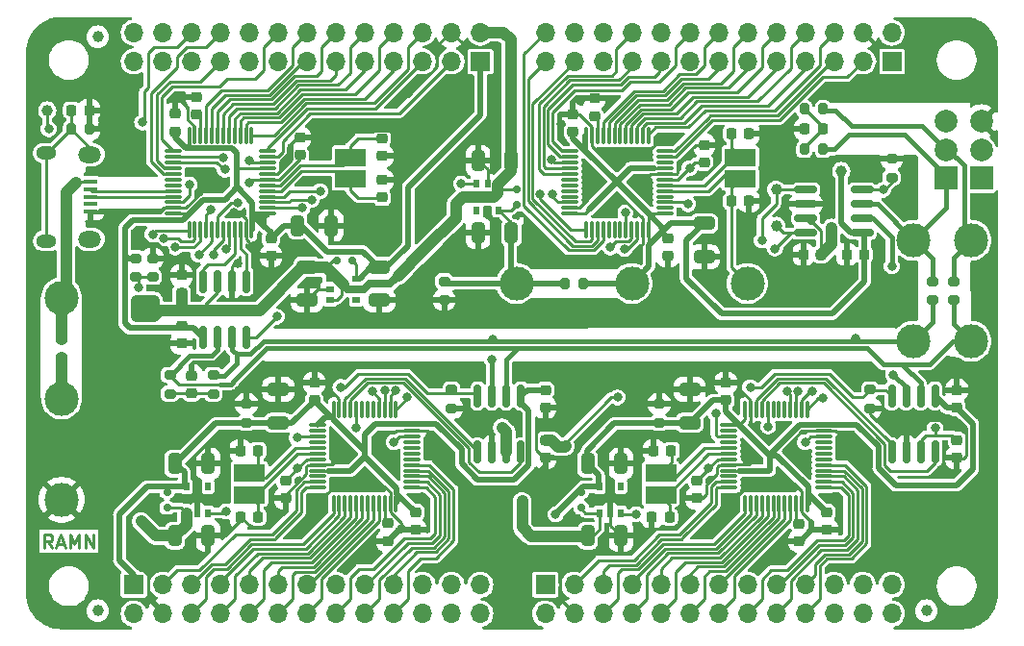
<source format=gbr>
G04 #@! TF.GenerationSoftware,KiCad,Pcbnew,7.0.10*
G04 #@! TF.CreationDate,2024-04-23T17:25:28+09:00*
G04 #@! TF.ProjectId,ramn,72616d6e-2e6b-4696-9361-645f70636258,rev?*
G04 #@! TF.SameCoordinates,Original*
G04 #@! TF.FileFunction,Copper,L1,Top*
G04 #@! TF.FilePolarity,Positive*
%FSLAX46Y46*%
G04 Gerber Fmt 4.6, Leading zero omitted, Abs format (unit mm)*
G04 Created by KiCad (PCBNEW 7.0.10) date 2024-04-23 17:25:28*
%MOMM*%
%LPD*%
G01*
G04 APERTURE LIST*
G04 Aperture macros list*
%AMRoundRect*
0 Rectangle with rounded corners*
0 $1 Rounding radius*
0 $2 $3 $4 $5 $6 $7 $8 $9 X,Y pos of 4 corners*
0 Add a 4 corners polygon primitive as box body*
4,1,4,$2,$3,$4,$5,$6,$7,$8,$9,$2,$3,0*
0 Add four circle primitives for the rounded corners*
1,1,$1+$1,$2,$3*
1,1,$1+$1,$4,$5*
1,1,$1+$1,$6,$7*
1,1,$1+$1,$8,$9*
0 Add four rect primitives between the rounded corners*
20,1,$1+$1,$2,$3,$4,$5,0*
20,1,$1+$1,$4,$5,$6,$7,0*
20,1,$1+$1,$6,$7,$8,$9,0*
20,1,$1+$1,$8,$9,$2,$3,0*%
G04 Aperture macros list end*
%ADD10C,0.250000*%
G04 #@! TA.AperFunction,NonConductor*
%ADD11C,0.250000*%
G04 #@! TD*
G04 #@! TA.AperFunction,SMDPad,CuDef*
%ADD12RoundRect,0.225000X0.250000X-0.225000X0.250000X0.225000X-0.250000X0.225000X-0.250000X-0.225000X0*%
G04 #@! TD*
G04 #@! TA.AperFunction,SMDPad,CuDef*
%ADD13RoundRect,0.225000X-0.250000X0.225000X-0.250000X-0.225000X0.250000X-0.225000X0.250000X0.225000X0*%
G04 #@! TD*
G04 #@! TA.AperFunction,SMDPad,CuDef*
%ADD14RoundRect,0.200000X-0.275000X0.200000X-0.275000X-0.200000X0.275000X-0.200000X0.275000X0.200000X0*%
G04 #@! TD*
G04 #@! TA.AperFunction,SMDPad,CuDef*
%ADD15R,2.700000X1.500000*%
G04 #@! TD*
G04 #@! TA.AperFunction,ComponentPad*
%ADD16C,3.000000*%
G04 #@! TD*
G04 #@! TA.AperFunction,SMDPad,CuDef*
%ADD17RoundRect,0.250000X-0.325000X-0.650000X0.325000X-0.650000X0.325000X0.650000X-0.325000X0.650000X0*%
G04 #@! TD*
G04 #@! TA.AperFunction,SMDPad,CuDef*
%ADD18RoundRect,0.150000X-0.150000X0.825000X-0.150000X-0.825000X0.150000X-0.825000X0.150000X0.825000X0*%
G04 #@! TD*
G04 #@! TA.AperFunction,SMDPad,CuDef*
%ADD19R,0.510000X0.700000*%
G04 #@! TD*
G04 #@! TA.AperFunction,SMDPad,CuDef*
%ADD20RoundRect,0.225000X0.225000X0.250000X-0.225000X0.250000X-0.225000X-0.250000X0.225000X-0.250000X0*%
G04 #@! TD*
G04 #@! TA.AperFunction,SMDPad,CuDef*
%ADD21RoundRect,0.225000X-0.225000X-0.250000X0.225000X-0.250000X0.225000X0.250000X-0.225000X0.250000X0*%
G04 #@! TD*
G04 #@! TA.AperFunction,SMDPad,CuDef*
%ADD22RoundRect,0.250000X-0.650000X0.325000X-0.650000X-0.325000X0.650000X-0.325000X0.650000X0.325000X0*%
G04 #@! TD*
G04 #@! TA.AperFunction,SMDPad,CuDef*
%ADD23RoundRect,0.250000X0.325000X0.650000X-0.325000X0.650000X-0.325000X-0.650000X0.325000X-0.650000X0*%
G04 #@! TD*
G04 #@! TA.AperFunction,SMDPad,CuDef*
%ADD24RoundRect,0.150000X-0.825000X-0.150000X0.825000X-0.150000X0.825000X0.150000X-0.825000X0.150000X0*%
G04 #@! TD*
G04 #@! TA.AperFunction,SMDPad,CuDef*
%ADD25RoundRect,0.075000X0.662500X0.075000X-0.662500X0.075000X-0.662500X-0.075000X0.662500X-0.075000X0*%
G04 #@! TD*
G04 #@! TA.AperFunction,SMDPad,CuDef*
%ADD26RoundRect,0.075000X0.075000X0.662500X-0.075000X0.662500X-0.075000X-0.662500X0.075000X-0.662500X0*%
G04 #@! TD*
G04 #@! TA.AperFunction,SMDPad,CuDef*
%ADD27RoundRect,0.200000X0.275000X-0.200000X0.275000X0.200000X-0.275000X0.200000X-0.275000X-0.200000X0*%
G04 #@! TD*
G04 #@! TA.AperFunction,SMDPad,CuDef*
%ADD28RoundRect,0.250000X0.650000X-0.325000X0.650000X0.325000X-0.650000X0.325000X-0.650000X-0.325000X0*%
G04 #@! TD*
G04 #@! TA.AperFunction,SMDPad,CuDef*
%ADD29RoundRect,0.150000X0.150000X-0.825000X0.150000X0.825000X-0.150000X0.825000X-0.150000X-0.825000X0*%
G04 #@! TD*
G04 #@! TA.AperFunction,SMDPad,CuDef*
%ADD30RoundRect,0.200000X-0.200000X-0.275000X0.200000X-0.275000X0.200000X0.275000X-0.200000X0.275000X0*%
G04 #@! TD*
G04 #@! TA.AperFunction,ComponentPad*
%ADD31R,1.700000X1.700000*%
G04 #@! TD*
G04 #@! TA.AperFunction,ComponentPad*
%ADD32O,1.700000X1.700000*%
G04 #@! TD*
G04 #@! TA.AperFunction,SMDPad,CuDef*
%ADD33RoundRect,0.075000X-0.662500X-0.075000X0.662500X-0.075000X0.662500X0.075000X-0.662500X0.075000X0*%
G04 #@! TD*
G04 #@! TA.AperFunction,SMDPad,CuDef*
%ADD34RoundRect,0.075000X-0.075000X-0.662500X0.075000X-0.662500X0.075000X0.662500X-0.075000X0.662500X0*%
G04 #@! TD*
G04 #@! TA.AperFunction,SMDPad,CuDef*
%ADD35R,1.300000X0.450000*%
G04 #@! TD*
G04 #@! TA.AperFunction,ComponentPad*
%ADD36O,1.800000X1.150000*%
G04 #@! TD*
G04 #@! TA.AperFunction,ComponentPad*
%ADD37O,2.000000X1.450000*%
G04 #@! TD*
G04 #@! TA.AperFunction,SMDPad,CuDef*
%ADD38RoundRect,0.200000X0.200000X0.275000X-0.200000X0.275000X-0.200000X-0.275000X0.200000X-0.275000X0*%
G04 #@! TD*
G04 #@! TA.AperFunction,SMDPad,CuDef*
%ADD39C,1.000000*%
G04 #@! TD*
G04 #@! TA.AperFunction,SMDPad,CuDef*
%ADD40R,0.700000X0.510000*%
G04 #@! TD*
G04 #@! TA.AperFunction,SMDPad,CuDef*
%ADD41RoundRect,0.150000X0.150000X0.200000X-0.150000X0.200000X-0.150000X-0.200000X0.150000X-0.200000X0*%
G04 #@! TD*
G04 #@! TA.AperFunction,SMDPad,CuDef*
%ADD42RoundRect,0.150000X-0.200000X0.150000X-0.200000X-0.150000X0.200000X-0.150000X0.200000X0.150000X0*%
G04 #@! TD*
G04 #@! TA.AperFunction,SMDPad,CuDef*
%ADD43RoundRect,0.150000X0.200000X-0.150000X0.200000X0.150000X-0.200000X0.150000X-0.200000X-0.150000X0*%
G04 #@! TD*
G04 #@! TA.AperFunction,ComponentPad*
%ADD44R,2.000000X2.000000*%
G04 #@! TD*
G04 #@! TA.AperFunction,ComponentPad*
%ADD45C,2.000000*%
G04 #@! TD*
G04 #@! TA.AperFunction,ViaPad*
%ADD46C,0.800000*%
G04 #@! TD*
G04 #@! TA.AperFunction,ViaPad*
%ADD47C,1.000000*%
G04 #@! TD*
G04 #@! TA.AperFunction,Conductor*
%ADD48C,0.250000*%
G04 #@! TD*
G04 #@! TA.AperFunction,Conductor*
%ADD49C,0.500000*%
G04 #@! TD*
G04 #@! TA.AperFunction,Conductor*
%ADD50C,1.000000*%
G04 #@! TD*
G04 #@! TA.AperFunction,Conductor*
%ADD51C,0.700000*%
G04 #@! TD*
G04 #@! TA.AperFunction,Conductor*
%ADD52C,0.450000*%
G04 #@! TD*
G04 APERTURE END LIST*
D10*
D11*
X42992857Y-89988242D02*
X42592857Y-89416814D01*
X42307143Y-89988242D02*
X42307143Y-88788242D01*
X42307143Y-88788242D02*
X42764286Y-88788242D01*
X42764286Y-88788242D02*
X42878571Y-88845385D01*
X42878571Y-88845385D02*
X42935714Y-88902528D01*
X42935714Y-88902528D02*
X42992857Y-89016814D01*
X42992857Y-89016814D02*
X42992857Y-89188242D01*
X42992857Y-89188242D02*
X42935714Y-89302528D01*
X42935714Y-89302528D02*
X42878571Y-89359671D01*
X42878571Y-89359671D02*
X42764286Y-89416814D01*
X42764286Y-89416814D02*
X42307143Y-89416814D01*
X43450000Y-89645385D02*
X44021429Y-89645385D01*
X43335714Y-89988242D02*
X43735714Y-88788242D01*
X43735714Y-88788242D02*
X44135714Y-89988242D01*
X44535714Y-89988242D02*
X44535714Y-88788242D01*
X44535714Y-88788242D02*
X44935714Y-89645385D01*
X44935714Y-89645385D02*
X45335714Y-88788242D01*
X45335714Y-88788242D02*
X45335714Y-89988242D01*
X45907143Y-89988242D02*
X45907143Y-88788242D01*
X45907143Y-88788242D02*
X46592857Y-89988242D01*
X46592857Y-89988242D02*
X46592857Y-88788242D01*
D12*
X55245000Y-76340000D03*
X55245000Y-74790000D03*
D13*
X72009000Y-53920000D03*
X72009000Y-55470000D03*
D14*
X57150000Y-74740000D03*
X57150000Y-76390000D03*
D12*
X72009000Y-59110000D03*
X72009000Y-57560000D03*
D15*
X69215000Y-57465000D03*
X69215000Y-55565000D03*
D13*
X54356000Y-70406000D03*
X54356000Y-71956000D03*
D12*
X64770000Y-55385000D03*
X64770000Y-53835000D03*
D16*
X43815000Y-76835000D03*
D17*
X64565000Y-61595000D03*
X67515000Y-61595000D03*
D12*
X53800000Y-53275000D03*
X53800000Y-51725000D03*
D18*
X60071000Y-66486000D03*
X58801000Y-66486000D03*
X57531000Y-66486000D03*
X56261000Y-66486000D03*
X56261000Y-71436000D03*
X57531000Y-71436000D03*
X58801000Y-71436000D03*
X60071000Y-71436000D03*
D13*
X86360000Y-80505000D03*
X86360000Y-82055000D03*
X74930000Y-86855000D03*
X74930000Y-88405000D03*
D19*
X54803000Y-86885000D03*
X55753000Y-86885000D03*
X56703000Y-86885000D03*
X56703000Y-84565000D03*
X54803000Y-84565000D03*
D17*
X53770000Y-88900000D03*
X56720000Y-88900000D03*
X53770000Y-82550000D03*
X56720000Y-82550000D03*
D20*
X114440000Y-64135000D03*
X112890000Y-64135000D03*
X110630000Y-64135000D03*
X109080000Y-64135000D03*
D21*
X102730000Y-53467000D03*
X104280000Y-53467000D03*
D22*
X100330000Y-61390000D03*
X100330000Y-64340000D03*
D12*
X100330000Y-56020000D03*
X100330000Y-54470000D03*
X88798400Y-53302200D03*
X88798400Y-51752200D03*
D13*
X97155000Y-62725000D03*
X97155000Y-64275000D03*
D23*
X83390000Y-55880000D03*
X80440000Y-55880000D03*
X83390000Y-62230000D03*
X80440000Y-62230000D03*
D24*
X109285000Y-58420000D03*
X109285000Y-59690000D03*
X109285000Y-60960000D03*
X109285000Y-62230000D03*
X114235000Y-62230000D03*
X114235000Y-60960000D03*
X114235000Y-59690000D03*
X114235000Y-58420000D03*
D25*
X96872500Y-60535000D03*
X96872500Y-60035000D03*
X96872500Y-59535000D03*
X96872500Y-59035000D03*
X96872500Y-58535000D03*
X96872500Y-58035000D03*
X96872500Y-57535000D03*
X96872500Y-57035000D03*
X96872500Y-56535000D03*
X96872500Y-56035000D03*
X96872500Y-55535000D03*
X96872500Y-55035000D03*
D26*
X95460000Y-53622500D03*
X94960000Y-53622500D03*
X94460000Y-53622500D03*
X93960000Y-53622500D03*
X93460000Y-53622500D03*
X92960000Y-53622500D03*
X92460000Y-53622500D03*
X91960000Y-53622500D03*
X91460000Y-53622500D03*
X90960000Y-53622500D03*
X90460000Y-53622500D03*
X89960000Y-53622500D03*
D25*
X88547500Y-55035000D03*
X88547500Y-55535000D03*
X88547500Y-56035000D03*
X88547500Y-56535000D03*
X88547500Y-57035000D03*
X88547500Y-57535000D03*
X88547500Y-58035000D03*
X88547500Y-58535000D03*
X88547500Y-59035000D03*
X88547500Y-59535000D03*
X88547500Y-60035000D03*
X88547500Y-60535000D03*
D26*
X89960000Y-61947500D03*
X90460000Y-61947500D03*
X90960000Y-61947500D03*
X91460000Y-61947500D03*
X91960000Y-61947500D03*
X92460000Y-61947500D03*
X92960000Y-61947500D03*
X93460000Y-61947500D03*
X93960000Y-61947500D03*
X94460000Y-61947500D03*
X94960000Y-61947500D03*
X95460000Y-61947500D03*
D19*
X82230000Y-57895000D03*
X81280000Y-57895000D03*
X80330000Y-57895000D03*
X80330000Y-60215000D03*
X82230000Y-60215000D03*
D15*
X103505000Y-57465000D03*
X103505000Y-55565000D03*
D22*
X65405000Y-65217000D03*
X65405000Y-68167000D03*
D27*
X53340000Y-76390000D03*
X53340000Y-74740000D03*
D16*
X93980000Y-66675000D03*
D13*
X99695000Y-84061000D03*
X99695000Y-85611000D03*
X111125000Y-86855000D03*
X111125000Y-88405000D03*
D28*
X62865000Y-78945000D03*
X62865000Y-75995000D03*
D29*
X80405000Y-81535000D03*
X81675000Y-81535000D03*
X82945000Y-81535000D03*
X84215000Y-81535000D03*
X84215000Y-76585000D03*
X82945000Y-76585000D03*
X81675000Y-76585000D03*
X80405000Y-76585000D03*
D28*
X99060000Y-78945000D03*
X99060000Y-75995000D03*
D17*
X90092000Y-82550000D03*
X93042000Y-82550000D03*
D19*
X91125000Y-86885000D03*
X92075000Y-86885000D03*
X93025000Y-86885000D03*
X93025000Y-84565000D03*
X91125000Y-84565000D03*
D20*
X61100000Y-87249000D03*
X59550000Y-87249000D03*
X97447500Y-81407000D03*
X95897500Y-81407000D03*
D13*
X63500000Y-84061000D03*
X63500000Y-85611000D03*
D20*
X97295000Y-87249000D03*
X95745000Y-87249000D03*
X110757000Y-53086000D03*
X109207000Y-53086000D03*
D30*
X109157000Y-51308000D03*
X110807000Y-51308000D03*
D13*
X122555000Y-80505000D03*
X122555000Y-82055000D03*
D29*
X116840000Y-81535000D03*
X118110000Y-81535000D03*
X119380000Y-81535000D03*
X120650000Y-81535000D03*
X120650000Y-76585000D03*
X119380000Y-76585000D03*
X118110000Y-76585000D03*
X116840000Y-76585000D03*
D16*
X43815000Y-67945000D03*
D31*
X86360000Y-93218000D03*
D32*
X86360000Y-95758000D03*
X88900000Y-93218000D03*
X88900000Y-95758000D03*
X91440000Y-93218000D03*
X91440000Y-95758000D03*
X93980000Y-93218000D03*
X93980000Y-95758000D03*
X96520000Y-93218000D03*
X96520000Y-95758000D03*
X99060000Y-93218000D03*
X99060000Y-95758000D03*
X101600000Y-93218000D03*
X101600000Y-95758000D03*
X104140000Y-93218000D03*
X104140000Y-95758000D03*
X106680000Y-93218000D03*
X106680000Y-95758000D03*
X109220000Y-93218000D03*
X109220000Y-95758000D03*
X111760000Y-93218000D03*
X111760000Y-95758000D03*
X114300000Y-93218000D03*
X114300000Y-95758000D03*
X116840000Y-93218000D03*
X116840000Y-95758000D03*
D31*
X80645000Y-47117000D03*
D32*
X80645000Y-44577000D03*
X78105000Y-47117000D03*
X78105000Y-44577000D03*
X75565000Y-47117000D03*
X75565000Y-44577000D03*
X73025000Y-47117000D03*
X73025000Y-44577000D03*
X70485000Y-47117000D03*
X70485000Y-44577000D03*
X67945000Y-47117000D03*
X67945000Y-44577000D03*
X65405000Y-47117000D03*
X65405000Y-44577000D03*
X62865000Y-47117000D03*
X62865000Y-44577000D03*
X60325000Y-47117000D03*
X60325000Y-44577000D03*
X57785000Y-47117000D03*
X57785000Y-44577000D03*
X55245000Y-47117000D03*
X55245000Y-44577000D03*
X52705000Y-47117000D03*
X52705000Y-44577000D03*
X50165000Y-47117000D03*
X50165000Y-44577000D03*
D31*
X50165000Y-93218000D03*
D32*
X50165000Y-95758000D03*
X52705000Y-93218000D03*
X52705000Y-95758000D03*
X55245000Y-93218000D03*
X55245000Y-95758000D03*
X57785000Y-93218000D03*
X57785000Y-95758000D03*
X60325000Y-93218000D03*
X60325000Y-95758000D03*
X62865000Y-93218000D03*
X62865000Y-95758000D03*
X65405000Y-93218000D03*
X65405000Y-95758000D03*
X67945000Y-93218000D03*
X67945000Y-95758000D03*
X70485000Y-93218000D03*
X70485000Y-95758000D03*
X73025000Y-93218000D03*
X73025000Y-95758000D03*
X75565000Y-93218000D03*
X75565000Y-95758000D03*
X78105000Y-93218000D03*
X78105000Y-95758000D03*
X80645000Y-93218000D03*
X80645000Y-95758000D03*
D31*
X116840000Y-47117000D03*
D32*
X116840000Y-44577000D03*
X114300000Y-47117000D03*
X114300000Y-44577000D03*
X111760000Y-47117000D03*
X111760000Y-44577000D03*
X109220000Y-47117000D03*
X109220000Y-44577000D03*
X106680000Y-47117000D03*
X106680000Y-44577000D03*
X104140000Y-47117000D03*
X104140000Y-44577000D03*
X101600000Y-47117000D03*
X101600000Y-44577000D03*
X99060000Y-47117000D03*
X99060000Y-44577000D03*
X96520000Y-47117000D03*
X96520000Y-44577000D03*
X93980000Y-47117000D03*
X93980000Y-44577000D03*
X91440000Y-47117000D03*
X91440000Y-44577000D03*
X88900000Y-47117000D03*
X88900000Y-44577000D03*
X86360000Y-47117000D03*
X86360000Y-44577000D03*
D16*
X43815000Y-85725000D03*
D33*
X102517500Y-79165000D03*
X102517500Y-79665000D03*
X102517500Y-80165000D03*
X102517500Y-80665000D03*
X102517500Y-81165000D03*
X102517500Y-81665000D03*
X102517500Y-82165000D03*
X102517500Y-82665000D03*
X102517500Y-83165000D03*
X102517500Y-83665000D03*
X102517500Y-84165000D03*
X102517500Y-84665000D03*
D34*
X103930000Y-86077500D03*
X104430000Y-86077500D03*
X104930000Y-86077500D03*
X105430000Y-86077500D03*
X105930000Y-86077500D03*
X106430000Y-86077500D03*
X106930000Y-86077500D03*
X107430000Y-86077500D03*
X107930000Y-86077500D03*
X108430000Y-86077500D03*
X108930000Y-86077500D03*
X109430000Y-86077500D03*
D33*
X110842500Y-84665000D03*
X110842500Y-84165000D03*
X110842500Y-83665000D03*
X110842500Y-83165000D03*
X110842500Y-82665000D03*
X110842500Y-82165000D03*
X110842500Y-81665000D03*
X110842500Y-81165000D03*
X110842500Y-80665000D03*
X110842500Y-80165000D03*
X110842500Y-79665000D03*
X110842500Y-79165000D03*
D34*
X109430000Y-77752500D03*
X108930000Y-77752500D03*
X108430000Y-77752500D03*
X107930000Y-77752500D03*
X107430000Y-77752500D03*
X106930000Y-77752500D03*
X106430000Y-77752500D03*
X105930000Y-77752500D03*
X105430000Y-77752500D03*
X104930000Y-77752500D03*
X104430000Y-77752500D03*
X103930000Y-77752500D03*
D35*
X46350000Y-57755000D03*
X46350000Y-58405000D03*
X46350000Y-59055000D03*
X46350000Y-59705000D03*
X46350000Y-60355000D03*
D36*
X42500000Y-55180000D03*
D37*
X46300000Y-55330000D03*
X46300000Y-62780000D03*
D36*
X42500000Y-62930000D03*
D25*
X61947500Y-60535000D03*
X61947500Y-60035000D03*
X61947500Y-59535000D03*
X61947500Y-59035000D03*
X61947500Y-58535000D03*
X61947500Y-58035000D03*
X61947500Y-57535000D03*
X61947500Y-57035000D03*
X61947500Y-56535000D03*
X61947500Y-56035000D03*
X61947500Y-55535000D03*
X61947500Y-55035000D03*
D26*
X60535000Y-53622500D03*
X60035000Y-53622500D03*
X59535000Y-53622500D03*
X59035000Y-53622500D03*
X58535000Y-53622500D03*
X58035000Y-53622500D03*
X57535000Y-53622500D03*
X57035000Y-53622500D03*
X56535000Y-53622500D03*
X56035000Y-53622500D03*
X55535000Y-53622500D03*
X55035000Y-53622500D03*
D25*
X53622500Y-55035000D03*
X53622500Y-55535000D03*
X53622500Y-56035000D03*
X53622500Y-56535000D03*
X53622500Y-57035000D03*
X53622500Y-57535000D03*
X53622500Y-58035000D03*
X53622500Y-58535000D03*
X53622500Y-59035000D03*
X53622500Y-59535000D03*
X53622500Y-60035000D03*
X53622500Y-60535000D03*
D26*
X55035000Y-61947500D03*
X55535000Y-61947500D03*
X56035000Y-61947500D03*
X56535000Y-61947500D03*
X57035000Y-61947500D03*
X57535000Y-61947500D03*
X58035000Y-61947500D03*
X58535000Y-61947500D03*
X59035000Y-61947500D03*
X59535000Y-61947500D03*
X60035000Y-61947500D03*
X60535000Y-61947500D03*
D13*
X62230000Y-62725000D03*
X62230000Y-64275000D03*
D16*
X118745000Y-71755000D03*
D27*
X96393000Y-78930000D03*
X96393000Y-77280000D03*
D14*
X77470000Y-66485000D03*
X77470000Y-68135000D03*
X78105000Y-76010000D03*
X78105000Y-77660000D03*
D16*
X123825000Y-62865000D03*
D14*
X122301000Y-66485000D03*
X122301000Y-68135000D03*
D27*
X43815000Y-73215000D03*
X43815000Y-71565000D03*
D22*
X71755000Y-65217000D03*
X71755000Y-68167000D03*
D33*
X66322500Y-79165000D03*
X66322500Y-79665000D03*
X66322500Y-80165000D03*
X66322500Y-80665000D03*
X66322500Y-81165000D03*
X66322500Y-81665000D03*
X66322500Y-82165000D03*
X66322500Y-82665000D03*
X66322500Y-83165000D03*
X66322500Y-83665000D03*
X66322500Y-84165000D03*
X66322500Y-84665000D03*
D34*
X67735000Y-86077500D03*
X68235000Y-86077500D03*
X68735000Y-86077500D03*
X69235000Y-86077500D03*
X69735000Y-86077500D03*
X70235000Y-86077500D03*
X70735000Y-86077500D03*
X71235000Y-86077500D03*
X71735000Y-86077500D03*
X72235000Y-86077500D03*
X72735000Y-86077500D03*
X73235000Y-86077500D03*
D33*
X74647500Y-84665000D03*
X74647500Y-84165000D03*
X74647500Y-83665000D03*
X74647500Y-83165000D03*
X74647500Y-82665000D03*
X74647500Y-82165000D03*
X74647500Y-81665000D03*
X74647500Y-81165000D03*
X74647500Y-80665000D03*
X74647500Y-80165000D03*
X74647500Y-79665000D03*
X74647500Y-79165000D03*
D34*
X73235000Y-77752500D03*
X72735000Y-77752500D03*
X72235000Y-77752500D03*
X71735000Y-77752500D03*
X71235000Y-77752500D03*
X70735000Y-77752500D03*
X70235000Y-77752500D03*
X69735000Y-77752500D03*
X69235000Y-77752500D03*
X68735000Y-77752500D03*
X68235000Y-77752500D03*
X67735000Y-77752500D03*
D15*
X96520000Y-83378000D03*
X96520000Y-85278000D03*
D16*
X123825000Y-71755000D03*
X118745000Y-62865000D03*
X104140000Y-66675000D03*
X83820000Y-66675000D03*
D38*
X89725000Y-66675000D03*
X88075000Y-66675000D03*
D14*
X120396000Y-66485000D03*
X120396000Y-68135000D03*
D27*
X51816000Y-66103000D03*
X51816000Y-64453000D03*
D14*
X50292000Y-64453000D03*
X50292000Y-66103000D03*
D39*
X42545000Y-51435000D03*
X46990000Y-95504000D03*
X119888000Y-95504000D03*
X106680000Y-58420000D03*
D12*
X122555000Y-77610000D03*
X122555000Y-76060000D03*
D27*
X116840000Y-57340000D03*
X116840000Y-55690000D03*
D21*
X102730000Y-59436000D03*
X104280000Y-59436000D03*
D40*
X67420000Y-66233000D03*
X67420000Y-67183000D03*
X67420000Y-68133000D03*
X69740000Y-68133000D03*
X69740000Y-66233000D03*
D39*
X46990000Y-44958000D03*
D41*
X68007000Y-64643000D03*
X69407000Y-64643000D03*
D42*
X53086000Y-86425000D03*
X53086000Y-85025000D03*
D43*
X83820000Y-58355000D03*
X83820000Y-59755000D03*
D21*
X44691000Y-51435000D03*
X46241000Y-51435000D03*
D30*
X44641000Y-53086000D03*
X46291000Y-53086000D03*
D44*
X121614000Y-57404000D03*
X124714000Y-57404000D03*
D45*
X121614000Y-54904000D03*
X124714000Y-54904000D03*
X121614000Y-52404000D03*
X124714000Y-52404000D03*
D12*
X66040000Y-76975000D03*
X66040000Y-75425000D03*
D20*
X61100000Y-81407000D03*
X59550000Y-81407000D03*
D15*
X60325000Y-83378000D03*
X60325000Y-85278000D03*
D27*
X60071000Y-78930000D03*
X60071000Y-77280000D03*
D12*
X54356000Y-67516000D03*
X54356000Y-65966000D03*
D17*
X90092000Y-88900000D03*
X93042000Y-88900000D03*
D42*
X89535000Y-86425000D03*
X89535000Y-85025000D03*
D38*
X110807000Y-54864000D03*
X109157000Y-54864000D03*
D14*
X114935000Y-76010000D03*
X114935000Y-77660000D03*
D39*
X106680000Y-61595000D03*
D13*
X86360000Y-76060000D03*
X86360000Y-77610000D03*
D12*
X102235000Y-76975000D03*
X102235000Y-75425000D03*
X55700000Y-51800000D03*
X55700000Y-50250000D03*
D13*
X72500000Y-87800000D03*
X72500000Y-89350000D03*
D12*
X90678000Y-51917600D03*
X90678000Y-50367600D03*
D13*
X108700000Y-87825000D03*
X108700000Y-89375000D03*
D46*
X116840000Y-66675000D03*
X50419000Y-62103000D03*
X50165000Y-56515000D03*
X76708000Y-50038000D03*
X114300000Y-82296000D03*
X115887500Y-49657000D03*
X113665000Y-49657000D03*
X65532000Y-57658000D03*
X97790000Y-53848000D03*
X100584000Y-59690000D03*
X106680000Y-66040000D03*
X88265000Y-78740000D03*
X76962000Y-53340000D03*
X112776000Y-80518000D03*
X58039000Y-73533000D03*
X80772000Y-79502000D03*
X102616000Y-86106000D03*
X117053999Y-78780001D03*
X82677000Y-90551000D03*
X92075000Y-64770000D03*
X73700000Y-88265000D03*
X121031000Y-74422000D03*
X48260000Y-73660000D03*
X75184000Y-85598000D03*
X48260000Y-62865000D03*
X48260000Y-69215000D03*
X89408000Y-50596800D03*
X90170000Y-56642000D03*
X48260000Y-76200000D03*
X121031000Y-83439000D03*
X45593000Y-81280000D03*
X91694000Y-60071000D03*
X59309000Y-64897000D03*
X94996000Y-57658000D03*
X109220000Y-81788000D03*
X90170000Y-58674000D03*
X74726800Y-67310000D03*
X46990000Y-83820000D03*
X71882000Y-80264000D03*
X110998000Y-49657000D03*
X48260000Y-64135000D03*
X69342000Y-84328000D03*
X66294000Y-86614000D03*
X87731600Y-52628800D03*
X67945000Y-81915000D03*
X85725000Y-69215000D03*
X120142000Y-89408000D03*
X111760000Y-66040000D03*
X91567000Y-55245000D03*
X95250000Y-55245000D03*
X118745000Y-78740000D03*
X76327000Y-60960000D03*
X105500000Y-91300000D03*
X61468000Y-66167000D03*
X50165000Y-55245000D03*
X49530000Y-50165000D03*
X92837000Y-55245000D03*
X69200000Y-91300000D03*
X85953600Y-84328000D03*
X85725000Y-64770000D03*
X94996000Y-58674000D03*
X91440000Y-74930000D03*
X88519000Y-90551000D03*
X104140000Y-84328000D03*
X70612000Y-84328000D03*
X50419000Y-89662000D03*
X67818000Y-80772000D03*
X105410000Y-84328000D03*
X92456000Y-59309000D03*
X73660000Y-57150000D03*
X92075000Y-69215000D03*
X79502000Y-50038000D03*
X101600000Y-67310000D03*
X48260000Y-67310000D03*
X66802000Y-53340000D03*
X106045000Y-80391000D03*
X48260000Y-78740000D03*
X99187000Y-80518000D03*
X48260000Y-61595000D03*
X99060000Y-69215000D03*
X45593000Y-78740000D03*
X52451000Y-87503000D03*
X48260000Y-81280000D03*
X48260000Y-55245000D03*
X108077000Y-81788000D03*
X101727000Y-54229000D03*
X106680000Y-84328000D03*
X94107000Y-55245000D03*
X62738000Y-80264000D03*
X111760000Y-85598000D03*
X101854000Y-87376000D03*
X74726800Y-69215000D03*
X114427000Y-57150000D03*
X78232000Y-90551000D03*
X111760000Y-67310000D03*
X73914000Y-50038000D03*
X52959000Y-67056000D03*
X64516000Y-88646000D03*
X105918000Y-54610000D03*
X57531000Y-58293000D03*
X80772000Y-78359000D03*
X104140000Y-81280000D03*
X104902000Y-82042000D03*
X71628000Y-62738000D03*
X57658000Y-80518000D03*
X48260000Y-56515000D03*
X116840000Y-69596000D03*
X93980000Y-80518000D03*
X109220000Y-82804000D03*
X65532000Y-87630000D03*
X80010000Y-64770000D03*
X81915000Y-50038000D03*
X54000000Y-50350000D03*
X71882000Y-81534000D03*
X78105000Y-50038000D03*
X64008000Y-63754000D03*
X76962000Y-81280000D03*
X100838000Y-88392000D03*
X113538000Y-74930000D03*
X58928000Y-60452000D03*
X105918000Y-53340000D03*
X96520000Y-75692000D03*
D47*
X74083999Y-65320999D03*
X52070000Y-88900000D03*
X84328000Y-85852000D03*
X51943000Y-69596000D03*
D46*
X120650000Y-79415000D03*
D47*
X76687499Y-62717499D03*
X50419000Y-68199000D03*
X88138000Y-81026000D03*
X50419000Y-69584990D03*
X84328000Y-88137998D03*
X50800000Y-87630000D03*
X111548999Y-61764999D03*
X74909499Y-64495499D03*
X51943000Y-68199000D03*
X82563010Y-79375000D03*
X77639999Y-61764999D03*
D46*
X92710000Y-76707994D03*
D47*
X78485984Y-60919014D03*
D46*
X60325000Y-57785000D03*
X53772466Y-63507337D03*
X51816000Y-62357000D03*
X55062698Y-57967302D03*
X50900000Y-52500000D03*
X52791998Y-62697998D03*
X56968874Y-60207386D03*
X42671996Y-53086000D03*
X58293000Y-63627000D03*
X50546000Y-67056000D03*
X59309000Y-59563008D03*
X62738000Y-69596000D03*
X58166000Y-56642000D03*
X57998990Y-55560020D03*
X94361000Y-86995000D03*
X65004123Y-59984010D03*
X78969994Y-57895000D03*
X60325000Y-55880000D03*
X55880000Y-64135000D03*
X58293000Y-86741002D03*
X64566750Y-82981750D03*
X87277000Y-87023000D03*
X100741695Y-82961695D03*
D47*
X112395000Y-56769004D03*
D46*
X99060000Y-56515000D03*
X116839999Y-65150999D03*
X73025000Y-80645000D03*
X73205686Y-76128479D03*
X74168000Y-76708008D03*
X72235000Y-76113010D03*
X71120000Y-76200000D03*
X109220000Y-80645000D03*
X109855000Y-76200000D03*
X110744000Y-76794990D03*
X108585000Y-76200000D03*
X107634997Y-76200000D03*
X86869991Y-55761346D03*
X86995000Y-58801000D03*
X85920035Y-58801000D03*
X81661006Y-73406000D03*
X81724500Y-71564500D03*
X113665000Y-71500999D03*
X116979806Y-74719501D03*
X68351198Y-75803291D03*
X64516000Y-80264000D03*
X101346000Y-78105000D03*
X104394000Y-75819000D03*
X98933000Y-59690000D03*
X116078000Y-58420000D03*
X93324121Y-63635020D03*
X105410000Y-62894315D03*
X106572537Y-63607463D03*
X92075000Y-63500000D03*
X105972762Y-79273684D03*
X65786002Y-59309000D03*
X66548000Y-58547000D03*
X93416155Y-60427297D03*
X57158440Y-64134967D03*
X69735001Y-79362997D03*
D48*
X85584990Y-79769010D02*
X86614000Y-78740000D01*
X117053999Y-78780001D02*
X115546501Y-78780001D01*
X118110000Y-81535000D02*
X118110000Y-79375000D01*
X101473000Y-82872000D02*
X101473000Y-83439000D01*
X93296860Y-59309000D02*
X92710000Y-59309000D01*
X56819800Y-80518000D02*
X55372000Y-81965800D01*
X93980000Y-80518000D02*
X92278200Y-80518000D01*
X51816000Y-64453000D02*
X51816000Y-64135000D01*
X53622500Y-60035000D02*
X52817200Y-60035000D01*
X78105000Y-44577000D02*
X77978000Y-44577000D01*
X81280000Y-56645000D02*
X80515000Y-55880000D01*
X52654200Y-60198000D02*
X47193200Y-60198000D01*
X107569000Y-81788000D02*
X107950000Y-81788000D01*
X92278200Y-80518000D02*
X91719400Y-81076800D01*
X95613990Y-57040010D02*
X96135000Y-57040010D01*
X59537500Y-87249000D02*
X59537500Y-87477500D01*
X55753000Y-86885000D02*
X55753000Y-85928200D01*
X105410000Y-53340000D02*
X105410000Y-52832000D01*
X63728600Y-55219600D02*
X63894798Y-55219600D01*
X47036200Y-60355000D02*
X46350000Y-60355000D01*
X66314000Y-67183000D02*
X65405000Y-68092000D01*
X87884000Y-94742000D02*
X87630000Y-94488000D01*
X99593500Y-54457500D02*
X100330000Y-54457500D01*
X101680000Y-82665000D02*
X101473000Y-82872000D01*
X73243000Y-79665000D02*
X73152000Y-79756000D01*
X103225500Y-75412500D02*
X102235000Y-75412500D01*
X90460000Y-53622500D02*
X90460000Y-52887942D01*
X52654200Y-60198000D02*
X52817200Y-60035000D01*
X105606315Y-80264000D02*
X106172000Y-80264000D01*
X115506500Y-45783500D02*
X114300000Y-44577000D01*
X86360000Y-82067500D02*
X86360000Y-82296000D01*
X102517500Y-82665000D02*
X101680000Y-82665000D01*
X55535000Y-53622500D02*
X55535000Y-52885001D01*
X55321200Y-74701300D02*
X55321200Y-73634600D01*
X88547500Y-60035000D02*
X89385000Y-60035000D01*
X72390000Y-79756000D02*
X71882000Y-80264000D01*
X108254800Y-84328000D02*
X106680000Y-84328000D01*
X97905000Y-57035000D02*
X97993200Y-56946800D01*
X94954990Y-62790010D02*
X94954990Y-63160010D01*
X53622500Y-60035000D02*
X52868000Y-60035000D01*
X72735000Y-86077500D02*
X72735000Y-86814999D01*
X51435000Y-92329000D02*
X50419000Y-91313000D01*
X110842500Y-79665000D02*
X108930000Y-79665000D01*
X106680000Y-57048500D02*
X106680000Y-55880000D01*
X70866000Y-84582000D02*
X70612000Y-84328000D01*
X77978000Y-44577000D02*
X76835000Y-45720000D01*
X101473000Y-83439000D02*
X100564989Y-84347011D01*
X66989292Y-82665000D02*
X67014301Y-82639991D01*
X65300000Y-82814186D02*
X65300000Y-83486313D01*
X108930000Y-86077500D02*
X108930000Y-86814999D01*
X66322500Y-82665000D02*
X65449186Y-82665000D01*
X62785000Y-57035000D02*
X63021500Y-56798500D01*
X81280000Y-57895000D02*
X81280000Y-56645000D01*
X73700000Y-87779999D02*
X73700000Y-88265000D01*
X67310000Y-75692000D02*
X67030500Y-75412500D01*
X85584990Y-81343190D02*
X85584990Y-79769010D01*
X103378000Y-75565000D02*
X103225500Y-75412500D01*
X52705000Y-95758000D02*
X52705000Y-95504000D01*
X63894798Y-55219600D02*
X64019990Y-55094408D01*
X53622500Y-60035000D02*
X52885000Y-60035000D01*
X104430000Y-76998000D02*
X103378000Y-75946000D01*
X63021500Y-56798500D02*
X63021500Y-55926700D01*
X52451000Y-60452000D02*
X49403000Y-60452000D01*
X96647000Y-53848000D02*
X97790000Y-53848000D01*
X57244821Y-73575010D02*
X58156010Y-72663821D01*
X52594998Y-63500000D02*
X52959000Y-63500000D01*
X66294000Y-86055200D02*
X66294000Y-86614000D01*
X58166000Y-88900000D02*
X56645000Y-88900000D01*
X76835000Y-45720000D02*
X76835000Y-47596751D01*
X63500000Y-85286313D02*
X63500000Y-86614000D01*
X76835000Y-47596751D02*
X74266751Y-50165000D01*
X52895000Y-64453000D02*
X51816000Y-64453000D01*
X52705000Y-95504000D02*
X51435000Y-94234000D01*
X86360000Y-82067500D02*
X86360000Y-82550000D01*
X115570000Y-45847000D02*
X115506500Y-45783500D01*
X53097465Y-63638465D02*
X53097465Y-64250535D01*
X49530000Y-50165000D02*
X47142500Y-52552500D01*
X74647500Y-79665000D02*
X75982000Y-79665000D01*
X67945000Y-82296000D02*
X67945000Y-81915000D01*
X115570000Y-48895000D02*
X115570000Y-45847000D01*
X91440000Y-55245000D02*
X91313000Y-55245000D01*
X118110000Y-79375000D02*
X118745000Y-78740000D01*
X60035000Y-61947500D02*
X60035000Y-62785000D01*
X79375000Y-45847000D02*
X79375000Y-48895000D01*
X100564989Y-84347011D02*
X100564989Y-85236011D01*
X60035000Y-61051000D02*
X59436000Y-60452000D01*
X64019990Y-55094408D02*
X64019990Y-54367990D01*
X92967000Y-88900000D02*
X92075000Y-88008000D01*
X114427000Y-44577000D02*
X115570000Y-45720000D01*
X54875000Y-52225001D02*
X54875000Y-51225000D01*
X101727000Y-55880000D02*
X100457000Y-57150000D01*
X104304010Y-82639990D02*
X104902000Y-82042000D01*
X53622500Y-60035000D02*
X54525698Y-60035000D01*
X50419000Y-62103000D02*
X51435000Y-63119000D01*
X122732800Y-78740000D02*
X118745000Y-78740000D01*
X59563000Y-87249000D02*
X59537500Y-87249000D01*
X101727000Y-54229000D02*
X101727000Y-55880000D01*
X108930000Y-86814999D02*
X109770000Y-87654999D01*
X64008000Y-54356000D02*
X63817500Y-54546500D01*
X95250000Y-55245000D02*
X96647000Y-53848000D01*
X103378000Y-75946000D02*
X103378000Y-75565000D01*
X66322500Y-82665000D02*
X66989292Y-82665000D01*
X53622500Y-60035000D02*
X53622500Y-60042500D01*
X118745000Y-78740000D02*
X118704999Y-78780001D01*
X116027200Y-77876400D02*
X116027200Y-78511400D01*
X60035000Y-61947500D02*
X60035000Y-61051000D01*
X65449186Y-82665000D02*
X65300000Y-82814186D01*
X85725000Y-94488000D02*
X84963000Y-94488000D01*
X101536500Y-54419500D02*
X101727000Y-54229000D01*
D49*
X73445000Y-88405000D02*
X74930000Y-88405000D01*
D48*
X55753000Y-85928200D02*
X55549800Y-85725000D01*
X53622500Y-60035000D02*
X54773000Y-60035000D01*
X67601009Y-82639991D02*
X67945000Y-82296000D01*
X64019990Y-55800010D02*
X63881000Y-55939000D01*
X95504000Y-57150000D02*
X95613990Y-57040010D01*
X99720500Y-85598000D02*
X99695000Y-85623500D01*
X104140000Y-84429600D02*
X104140000Y-84328000D01*
X94960000Y-61947500D02*
X94960000Y-62785000D01*
X69233011Y-53194989D02*
X73006989Y-53194989D01*
X64019990Y-54367990D02*
X64008000Y-54356000D01*
X61976000Y-88138000D02*
X60452000Y-88138000D01*
X96872500Y-57035000D02*
X96847491Y-57060009D01*
X55245000Y-74777500D02*
X55321200Y-74701300D01*
X79375000Y-45847000D02*
X81661000Y-45847000D01*
X116890800Y-79375000D02*
X118110000Y-79375000D01*
X54773000Y-60035000D02*
X56134000Y-58674000D01*
X104430000Y-77752500D02*
X104430000Y-79087685D01*
X47142500Y-52552500D02*
X47142500Y-52705000D01*
X91719400Y-81076800D02*
X91719400Y-83972400D01*
X52868000Y-60035000D02*
X52451000Y-60452000D01*
X67420000Y-67183000D02*
X66314000Y-67183000D01*
X72735000Y-86814999D02*
X73700000Y-87779999D01*
X102517500Y-82665000D02*
X102542510Y-82639990D01*
X96872500Y-57035000D02*
X96140008Y-57035000D01*
X74266751Y-50165000D02*
X73660000Y-50165000D01*
X59436000Y-60452000D02*
X58928000Y-60452000D01*
X102542510Y-82639990D02*
X104304010Y-82639990D01*
X67030500Y-75412500D02*
X66040000Y-75412500D01*
X89500000Y-50200000D02*
X91700000Y-50200000D01*
X55380790Y-73575010D02*
X57244821Y-73575010D01*
X116027200Y-78511400D02*
X116890800Y-79375000D01*
X90460000Y-52887942D02*
X89324258Y-51752200D01*
X92075000Y-84328000D02*
X92075000Y-86885000D01*
X55535000Y-52885001D02*
X54875000Y-52225001D01*
X123418600Y-81813400D02*
X123418600Y-79425800D01*
X72735000Y-85104800D02*
X72212200Y-84582000D01*
X96872500Y-57035000D02*
X96135000Y-57035000D01*
X115570000Y-45847000D02*
X118491000Y-45847000D01*
X67014301Y-82639991D02*
X67601009Y-82639991D01*
X51435000Y-94488000D02*
X48768000Y-94488000D01*
X107188000Y-81407000D02*
X107569000Y-81788000D01*
X64019990Y-55094408D02*
X64019990Y-55800010D01*
X78994000Y-45466000D02*
X79375000Y-45847000D01*
X91313000Y-55245000D02*
X91211400Y-55346600D01*
X89385000Y-60035000D02*
X90164514Y-59255486D01*
X90164514Y-59255486D02*
X90164514Y-59095010D01*
X102616000Y-85953600D02*
X104140000Y-84429600D01*
X118491000Y-45847000D02*
X118618000Y-45974000D01*
X108930000Y-79665000D02*
X107188000Y-81407000D01*
X57658000Y-80518000D02*
X56819800Y-80518000D01*
X63881000Y-55939000D02*
X63881000Y-55233398D01*
X89324258Y-51752200D02*
X88798400Y-51752200D01*
X104430000Y-77752500D02*
X104430000Y-76998000D01*
X78105000Y-44577000D02*
X78994000Y-45466000D01*
X53097465Y-64250535D02*
X52895000Y-64453000D01*
X118704999Y-78780001D02*
X117053999Y-78780001D01*
X88900000Y-95758000D02*
X87884000Y-94742000D01*
X114935000Y-78168500D02*
X114935000Y-77622500D01*
X92075000Y-88008000D02*
X92075000Y-86885000D01*
X79732335Y-84616020D02*
X76962000Y-81845685D01*
X64541500Y-53822500D02*
X63817500Y-54546500D01*
X95732500Y-88163300D02*
X95885000Y-88315800D01*
X87630000Y-91821000D02*
X88646000Y-90805000D01*
D49*
X54142500Y-71755000D02*
X54356000Y-71968500D01*
D48*
X104292500Y-53467000D02*
X105029000Y-53467000D01*
X76962000Y-80645000D02*
X76962000Y-81280000D01*
X108930000Y-85003200D02*
X108254800Y-84328000D01*
X51435000Y-63119000D02*
X52213998Y-63119000D01*
X63500000Y-86614000D02*
X61976000Y-88138000D01*
X100564989Y-85236011D02*
X100203000Y-85598000D01*
X114300000Y-44577000D02*
X114173000Y-44577000D01*
X85852000Y-83058000D02*
X85598000Y-83058000D01*
X97993200Y-56057800D02*
X99593500Y-54457500D01*
X56134000Y-58674000D02*
X56134000Y-57150000D01*
D49*
X109770000Y-87654999D02*
X109770000Y-88405000D01*
D48*
X123164500Y-82067500D02*
X123418600Y-81813400D01*
X58801000Y-65151000D02*
X59055000Y-64897000D01*
X86309300Y-82067500D02*
X85584990Y-81343190D01*
X68580000Y-53848000D02*
X69233011Y-53194989D01*
D49*
X73585000Y-88265000D02*
X73175000Y-88675000D01*
D48*
X59537500Y-87249000D02*
X59537500Y-87528500D01*
X65300000Y-83486313D02*
X63500000Y-85286313D01*
X94954990Y-63160010D02*
X94488000Y-63627000D01*
X96872500Y-57035000D02*
X97905000Y-57035000D01*
X72212200Y-84582000D02*
X70866000Y-84582000D01*
X101727000Y-54229000D02*
X101727000Y-54483000D01*
X102616000Y-86106000D02*
X102616000Y-85953600D01*
X91719400Y-83972400D02*
X92075000Y-84328000D01*
X115546501Y-78780001D02*
X114935000Y-78168500D01*
X84039980Y-84616020D02*
X79732335Y-84616020D01*
X87630000Y-94488000D02*
X85725000Y-94488000D01*
X60452000Y-88138000D02*
X59563000Y-87249000D01*
X115773300Y-77622500D02*
X116027200Y-77876400D01*
X54875000Y-51225000D02*
X54000000Y-50350000D01*
X49149000Y-60706000D02*
X48260000Y-61595000D01*
X104430000Y-79087685D02*
X105606315Y-80264000D01*
X63817500Y-54546500D02*
X63728600Y-54635400D01*
X114300000Y-44577000D02*
X114427000Y-44577000D01*
X63728600Y-54635400D02*
X63728600Y-55219600D01*
X67310000Y-75946000D02*
X67310000Y-75692000D01*
X94960000Y-62785000D02*
X94954990Y-62790010D01*
X108930000Y-86077500D02*
X108930000Y-85003200D01*
X104292500Y-53467000D02*
X105283000Y-53467000D01*
X106680000Y-66040000D02*
X106680000Y-65405000D01*
X97993200Y-56946800D02*
X97993200Y-56057800D01*
X86614000Y-78740000D02*
X88265000Y-78740000D01*
X69342000Y-84328000D02*
X68021200Y-84328000D01*
X64770000Y-53822500D02*
X64541500Y-53822500D01*
X123418600Y-79425800D02*
X122732800Y-78740000D01*
D49*
X73175000Y-88675000D02*
X73445000Y-88405000D01*
D48*
X86360000Y-82067500D02*
X86309300Y-82067500D01*
X51435000Y-94234000D02*
X51435000Y-92329000D01*
X52705000Y-95758000D02*
X51435000Y-94488000D01*
X89408000Y-50292000D02*
X89500000Y-50200000D01*
X72735000Y-86077500D02*
X72735000Y-85104800D01*
X105283000Y-53467000D02*
X105410000Y-53340000D01*
X60035000Y-62785000D02*
X61537500Y-64287500D01*
X94960000Y-61947500D02*
X94960000Y-60972140D01*
X63021500Y-55926700D02*
X63728600Y-55219600D01*
X95885000Y-88315800D02*
X97891600Y-88315800D01*
X68235000Y-77752500D02*
X68235000Y-76871000D01*
X63021500Y-56798500D02*
X63881000Y-55939000D01*
X110842500Y-79665000D02*
X111923000Y-79665000D01*
X94960000Y-60972140D02*
X93296860Y-59309000D01*
X59537500Y-87528500D02*
X58166000Y-88900000D01*
X122555000Y-82067500D02*
X123164500Y-82067500D01*
X61947500Y-57035000D02*
X62785000Y-57035000D01*
X58801000Y-66486000D02*
X58801000Y-65151000D01*
X73152000Y-79756000D02*
X72390000Y-79756000D01*
X47193200Y-60198000D02*
X47036200Y-60355000D01*
X63881000Y-55233398D02*
X64019990Y-55094408D01*
X52959000Y-63500000D02*
X53097465Y-63638465D01*
X76962000Y-81845685D02*
X76962000Y-81280000D01*
X49403000Y-60452000D02*
X48260000Y-61595000D01*
X68021200Y-84328000D02*
X66294000Y-86055200D01*
X89408000Y-50596800D02*
X89408000Y-50292000D01*
X87630000Y-94488000D02*
X87630000Y-91821000D01*
X52213998Y-63119000D02*
X52594998Y-63500000D01*
X75982000Y-79665000D02*
X76962000Y-80645000D01*
X111923000Y-79665000D02*
X112776000Y-80518000D01*
D49*
X73175000Y-88675000D02*
X72500000Y-89350000D01*
D48*
X100203000Y-85598000D02*
X99720500Y-85598000D01*
X59055000Y-64897000D02*
X59309000Y-64897000D01*
X83278655Y-85344000D02*
X83277990Y-85343335D01*
X86360000Y-82550000D02*
X85852000Y-83058000D01*
X90460000Y-54595200D02*
X90460000Y-53622500D01*
X115138300Y-77622500D02*
X114935000Y-77622500D01*
X95732500Y-87249000D02*
X95732500Y-88163300D01*
X73700000Y-88265000D02*
X73585000Y-88265000D01*
D49*
X109770000Y-88405000D02*
X111125000Y-88405000D01*
D48*
X53622500Y-60035000D02*
X54525699Y-60035000D01*
X91211400Y-55346600D02*
X90460000Y-54595200D01*
X114935000Y-77622500D02*
X115773300Y-77622500D01*
X55321200Y-73634600D02*
X55380790Y-73575010D01*
X68235000Y-76871000D02*
X67310000Y-75946000D01*
D49*
X108800000Y-89375000D02*
X109770000Y-88405000D01*
D48*
X74647500Y-79665000D02*
X73243000Y-79665000D01*
X61537500Y-64287500D02*
X62230000Y-64287500D01*
X110769500Y-52883000D02*
X109194500Y-51308000D01*
X110769500Y-53086000D02*
X110769500Y-52883000D01*
X109194500Y-54661000D02*
X110769500Y-53086000D01*
X109194500Y-54864000D02*
X109194500Y-54661000D01*
D50*
X74083999Y-65320999D02*
X73406000Y-65998998D01*
X50430010Y-69584990D02*
X50419000Y-69584990D01*
X83315000Y-56810000D02*
X82230000Y-57895000D01*
X85124003Y-88934001D02*
X85632001Y-88934001D01*
D51*
X70866000Y-66700400D02*
X70358000Y-67208400D01*
D50*
X56388000Y-69088000D02*
X54356000Y-69088000D01*
X76687499Y-62717499D02*
X74909499Y-64495499D01*
D48*
X53086000Y-86425000D02*
X54343000Y-86425000D01*
X67719000Y-64643000D02*
X67070000Y-65292000D01*
D50*
X90040000Y-88900000D02*
X90005999Y-88934001D01*
X52070000Y-88900000D02*
X53845000Y-88900000D01*
X76687499Y-62717499D02*
X77639999Y-61764999D01*
X79121000Y-59055000D02*
X78486000Y-59690000D01*
D48*
X87485010Y-81042510D02*
X87803990Y-81042510D01*
D50*
X82677000Y-44577000D02*
X80645000Y-44577000D01*
X54356000Y-67528500D02*
X54356000Y-69088000D01*
X61214000Y-69088000D02*
X56388000Y-69088000D01*
X50419000Y-69584990D02*
X51931990Y-69584990D01*
X90005999Y-88934001D02*
X85632001Y-88934001D01*
D51*
X68986400Y-67208400D02*
X68594990Y-66816990D01*
D48*
X90551000Y-88900000D02*
X91125000Y-88326000D01*
D50*
X65405000Y-65292000D02*
X65010000Y-65292000D01*
D48*
X89535000Y-86526000D02*
X89894000Y-86885000D01*
X68020000Y-68133000D02*
X68420001Y-67732999D01*
X92138506Y-76707994D02*
X92710000Y-76707994D01*
X119380000Y-80460000D02*
X119809112Y-80030888D01*
D50*
X52451000Y-69088000D02*
X51943000Y-69596000D01*
X54356000Y-69088000D02*
X52451000Y-69088000D01*
D48*
X54343000Y-86425000D02*
X54803000Y-86885000D01*
X57531000Y-67437000D02*
X56388000Y-68580000D01*
X90167000Y-88900000D02*
X90551000Y-88900000D01*
X89535000Y-86425000D02*
X89535000Y-86526000D01*
X87803990Y-81042510D02*
X92138506Y-76707994D01*
D50*
X84328000Y-88137998D02*
X84328000Y-85852000D01*
X82185001Y-58720002D02*
X81850003Y-59055000D01*
X83315000Y-45215000D02*
X82677000Y-44577000D01*
X74909499Y-64495499D02*
X74083999Y-65320999D01*
D48*
X109961768Y-61330710D02*
X110642500Y-62011442D01*
D51*
X72704598Y-66700400D02*
X70866000Y-66700400D01*
D50*
X65405000Y-65292000D02*
X67070000Y-65292000D01*
X111548999Y-61764999D02*
X111548999Y-63228501D01*
D51*
X70358000Y-67208400D02*
X68986400Y-67208400D01*
D48*
X91125000Y-88326000D02*
X91125000Y-86885000D01*
D50*
X83315000Y-55880000D02*
X83315000Y-45215000D01*
X43815000Y-76835000D02*
X43815000Y-73177500D01*
X52070000Y-88900000D02*
X50800000Y-87630000D01*
X51943000Y-69596000D02*
X50430010Y-69596000D01*
D48*
X68007000Y-64643000D02*
X67719000Y-64643000D01*
X109655710Y-61330710D02*
X109961768Y-61330710D01*
D50*
X51943000Y-68199000D02*
X51804990Y-68199000D01*
D48*
X121305888Y-80030888D02*
X120650000Y-80030888D01*
D50*
X67070000Y-65292000D02*
X68594990Y-66816990D01*
X82945000Y-79756990D02*
X82563010Y-79375000D01*
X82185001Y-57939999D02*
X82185001Y-58720002D01*
X82230000Y-57895000D02*
X82185001Y-57939999D01*
X54803000Y-86885000D02*
X54803000Y-87942000D01*
X87485010Y-81042510D02*
X86935000Y-80492500D01*
D48*
X83820000Y-58355000D02*
X82550003Y-58355000D01*
D50*
X81850003Y-59055000D02*
X79121000Y-59055000D01*
X54803000Y-87942000D02*
X53845000Y-88900000D01*
X50419000Y-68199000D02*
X50419000Y-69584990D01*
D48*
X110642500Y-62011442D02*
X110642500Y-64135000D01*
D50*
X50430010Y-69596000D02*
X50419000Y-69584990D01*
D48*
X68420001Y-67732999D02*
X68420001Y-66816990D01*
X67515000Y-68038000D02*
X67420000Y-68133000D01*
X67420000Y-66233000D02*
X67420000Y-65347000D01*
X120650000Y-80030888D02*
X120650000Y-79415000D01*
X121305888Y-80030888D02*
X122093388Y-80030888D01*
D50*
X50419000Y-68199000D02*
X51943000Y-68199000D01*
D48*
X67420000Y-68133000D02*
X68020000Y-68133000D01*
X57531000Y-66486000D02*
X57531000Y-67437000D01*
D51*
X73406000Y-65998998D02*
X72704598Y-66700400D01*
D50*
X84328000Y-88137998D02*
X85124003Y-88934001D01*
X78486000Y-60918998D02*
X77639999Y-61764999D01*
X77639999Y-61764999D02*
X78485984Y-60919014D01*
X51804990Y-68199000D02*
X50419000Y-69584990D01*
D48*
X90490000Y-88450000D02*
X90040000Y-88900000D01*
X122093388Y-80030888D02*
X122555000Y-80492500D01*
D50*
X87485010Y-81042510D02*
X88121490Y-81042510D01*
X86935000Y-80492500D02*
X86360000Y-80492500D01*
X88121490Y-81042510D02*
X88138000Y-81026000D01*
D48*
X56388000Y-68580000D02*
X56388000Y-69088000D01*
X89894000Y-86885000D02*
X91125000Y-86885000D01*
X82550003Y-58355000D02*
X82185001Y-58720002D01*
D50*
X83315000Y-55880000D02*
X83315000Y-56810000D01*
X82945000Y-81535000D02*
X82945000Y-79756990D01*
D48*
X109285000Y-60960000D02*
X109655710Y-61330710D01*
D50*
X111548999Y-63228501D02*
X110642500Y-64135000D01*
D48*
X119380000Y-81535000D02*
X119380000Y-80460000D01*
D50*
X65010000Y-65292000D02*
X61214000Y-69088000D01*
X78486000Y-59690000D02*
X78486000Y-60918998D01*
X51943000Y-69596000D02*
X51943000Y-68199000D01*
X51931990Y-69584990D02*
X51943000Y-69596000D01*
D48*
X119809112Y-80030888D02*
X121305888Y-80030888D01*
X53622500Y-59035000D02*
X46370000Y-59035000D01*
X46370000Y-59035000D02*
X46350000Y-59055000D01*
X46480000Y-58535000D02*
X46350000Y-58405000D01*
X53622500Y-58535000D02*
X46480000Y-58535000D01*
X60325000Y-57785000D02*
X60575000Y-57535000D01*
X60575000Y-57535000D02*
X61947500Y-57535000D01*
X61947500Y-57535000D02*
X62930300Y-57535000D01*
X64770000Y-55695300D02*
X64770000Y-55397500D01*
X62930300Y-57535000D02*
X64770000Y-55695300D01*
X56035000Y-62923710D02*
X55451373Y-63507337D01*
X55451373Y-63507337D02*
X53772466Y-63507337D01*
X56035000Y-61947500D02*
X56035000Y-62923710D01*
X55035000Y-61947500D02*
X54959504Y-62022996D01*
X52150004Y-62022996D02*
X51816000Y-62357000D01*
X54959504Y-62022996D02*
X52150004Y-62022996D01*
X53975000Y-45847000D02*
X55245000Y-44577000D01*
X51435000Y-49403000D02*
X51435000Y-46355000D01*
X51054000Y-52346000D02*
X51054000Y-49784000D01*
X51435000Y-46355000D02*
X51943000Y-45847000D01*
X50900000Y-52500000D02*
X51054000Y-52346000D01*
X51054000Y-49784000D02*
X51435000Y-49403000D01*
X53622500Y-59535000D02*
X54460000Y-59535000D01*
X54460000Y-59535000D02*
X55062698Y-58932302D01*
X55062698Y-58932302D02*
X55062698Y-57967302D01*
X51943000Y-45847000D02*
X53975000Y-45847000D01*
X55535000Y-61947500D02*
X55535000Y-62785000D01*
X55535000Y-62785000D02*
X55359990Y-62960010D01*
X54307014Y-62960010D02*
X54045002Y-62697998D01*
X55359990Y-62960010D02*
X54307014Y-62960010D01*
X54045002Y-62697998D02*
X52791998Y-62697998D01*
X56535000Y-60641260D02*
X56968874Y-60207386D01*
X56535000Y-61947500D02*
X56535000Y-60641260D01*
X42545000Y-52959004D02*
X42671996Y-53086000D01*
X51816000Y-66103000D02*
X50292000Y-66103000D01*
X42545000Y-51435000D02*
X42545000Y-52959004D01*
X50546000Y-66103000D02*
X50546000Y-67056000D01*
X58535000Y-61947500D02*
X58535000Y-63385000D01*
X58535000Y-63385000D02*
X58293000Y-63627000D01*
X57535000Y-61947500D02*
X57535000Y-60771323D01*
X60071000Y-71436000D02*
X60898000Y-71436000D01*
X60898000Y-71436000D02*
X62738000Y-69596000D01*
X57535000Y-60771323D02*
X58743315Y-59563008D01*
X58743315Y-59563008D02*
X59309000Y-59563008D01*
X56261000Y-65411000D02*
X56261000Y-66486000D01*
X56648000Y-65024000D02*
X56261000Y-65411000D01*
X59035000Y-64097971D02*
X58108971Y-65024000D01*
X58108971Y-65024000D02*
X56648000Y-65024000D01*
X59035000Y-61947500D02*
X59035000Y-64097971D01*
X59535000Y-61947500D02*
X59535000Y-63599000D01*
X60071000Y-64135000D02*
X60071000Y-66486000D01*
X59535000Y-63599000D02*
X60071000Y-64135000D01*
X53975000Y-47625000D02*
X53975000Y-46721998D01*
X54849998Y-45847000D02*
X56515000Y-45847000D01*
X53622500Y-57035000D02*
X52785000Y-57035000D01*
X56515000Y-45847000D02*
X57785000Y-44577000D01*
X51689000Y-55939000D02*
X51689000Y-49911000D01*
X53975000Y-46721998D02*
X54849998Y-45847000D01*
X51689000Y-49911000D02*
X53975000Y-47625000D01*
X52785000Y-57035000D02*
X51689000Y-55939000D01*
X52189981Y-50045019D02*
X52189981Y-55834973D01*
X53340001Y-48894999D02*
X52189981Y-50045019D01*
X52890008Y-56535000D02*
X53622500Y-56535000D01*
X52189981Y-55834973D02*
X52890008Y-56535000D01*
X57785000Y-47117000D02*
X56007001Y-48894999D01*
X56007001Y-48894999D02*
X53340001Y-48894999D01*
X57474966Y-56035000D02*
X58081966Y-56642000D01*
X53622500Y-56035000D02*
X57474966Y-56035000D01*
X58081966Y-56642000D02*
X58166000Y-56642000D01*
X57973970Y-55535000D02*
X57998990Y-55560020D01*
X53622500Y-55535000D02*
X57973970Y-55535000D01*
X52589991Y-54002491D02*
X52589991Y-50280009D01*
X53570000Y-49300000D02*
X57700000Y-49300000D01*
X58359000Y-48641000D02*
X60833000Y-48641000D01*
X61595000Y-47879000D02*
X61595000Y-45847000D01*
X61595000Y-45847000D02*
X62865000Y-44577000D01*
X60833000Y-48641000D02*
X61595000Y-47879000D01*
X52589991Y-50280009D02*
X53570000Y-49300000D01*
X53622500Y-55035000D02*
X52589991Y-54002491D01*
X57700000Y-49300000D02*
X58359000Y-48641000D01*
X56035000Y-52135000D02*
X55700000Y-51800000D01*
X56035000Y-53622500D02*
X56035000Y-52135000D01*
X56035000Y-52010000D02*
X55700000Y-51675000D01*
X56535000Y-50990000D02*
X57848989Y-49676011D01*
X61916839Y-49676011D02*
X64135000Y-47457850D01*
X56535000Y-53622500D02*
X56535000Y-50990000D01*
X57848989Y-49676011D02*
X61916839Y-49676011D01*
X64135000Y-47457850D02*
X64135000Y-45847000D01*
X64135000Y-45847000D02*
X65405000Y-44577000D01*
X65041550Y-47117000D02*
X65405000Y-47117000D01*
X57035000Y-53622500D02*
X57035000Y-51290000D01*
X62082528Y-50076022D02*
X65041550Y-47117000D01*
X57035000Y-51290000D02*
X58248978Y-50076022D01*
X58248978Y-50076022D02*
X62082528Y-50076022D01*
X58598967Y-50476033D02*
X62248217Y-50476033D01*
X62248217Y-50476033D02*
X64324316Y-48399934D01*
X64324316Y-48399934D02*
X66281066Y-48399934D01*
X66281066Y-48399934D02*
X66675000Y-48006000D01*
X66675000Y-48006000D02*
X66675000Y-45847000D01*
X66675000Y-45847000D02*
X67945000Y-44577000D01*
X57535000Y-51540000D02*
X58598967Y-50476033D01*
X57535000Y-53622500D02*
X57535000Y-51540000D01*
X62413906Y-50876044D02*
X64490005Y-48799945D01*
X58035000Y-53622500D02*
X58035000Y-51765000D01*
X58923956Y-50876044D02*
X62413906Y-50876044D01*
X64490005Y-48799945D02*
X67464136Y-48799945D01*
X67464136Y-48799945D02*
X67945000Y-48319081D01*
X58035000Y-51765000D02*
X58923956Y-50876044D01*
X67945000Y-48319081D02*
X67945000Y-47117000D01*
X58535000Y-51965000D02*
X59223945Y-51276055D01*
X58535000Y-53622500D02*
X58535000Y-51965000D01*
X59223945Y-51276055D02*
X62579595Y-51276055D01*
X69215000Y-48133000D02*
X69215000Y-45847000D01*
X62579595Y-51276055D02*
X64655694Y-49199956D01*
X64655694Y-49199956D02*
X68148044Y-49199956D01*
X69215000Y-45847000D02*
X70485000Y-44577000D01*
X68148044Y-49199956D02*
X69215000Y-48133000D01*
X64821383Y-49599967D02*
X68764033Y-49599967D01*
X68764033Y-49599967D02*
X70485000Y-47879000D01*
X59523934Y-51676066D02*
X62745284Y-51676066D01*
X59035000Y-52165000D02*
X59523934Y-51676066D01*
X59035000Y-53622500D02*
X59035000Y-52165000D01*
X70485000Y-47879000D02*
X70485000Y-47117000D01*
X62745284Y-51676066D02*
X64821383Y-49599967D01*
X71755000Y-47879000D02*
X71755000Y-45847000D01*
X59535000Y-52365000D02*
X59823923Y-52076077D01*
X59823923Y-52076077D02*
X62910973Y-52076077D01*
X62910973Y-52076077D02*
X64987072Y-49999978D01*
X71755000Y-45847000D02*
X73025000Y-44577000D01*
X59535000Y-53622500D02*
X59535000Y-52365000D01*
X69634022Y-49999978D02*
X71755000Y-47879000D01*
X64987072Y-49999978D02*
X69634022Y-49999978D01*
X65152761Y-50399989D02*
X70504011Y-50399989D01*
X60035000Y-53622500D02*
X60035000Y-52683300D01*
X60035000Y-52683300D02*
X60242212Y-52476088D01*
X63076662Y-52476088D02*
X65152761Y-50399989D01*
X60242212Y-52476088D02*
X63076662Y-52476088D01*
X70504011Y-50399989D02*
X73025000Y-47879000D01*
X73025000Y-47879000D02*
X73025000Y-47117000D01*
X74295000Y-47821300D02*
X71316300Y-50800000D01*
X75565000Y-44577000D02*
X74295000Y-45847000D01*
X74295000Y-45847000D02*
X74295000Y-47821300D01*
X62495950Y-53622500D02*
X60535000Y-53622500D01*
X71316300Y-50800000D02*
X65318450Y-50800000D01*
X65318450Y-50800000D02*
X62495950Y-53622500D01*
X71393011Y-51288989D02*
X65395161Y-51288989D01*
X61947500Y-54736650D02*
X61947500Y-54885000D01*
X61947500Y-54885000D02*
X61947500Y-55035000D01*
X75565000Y-47117000D02*
X71393011Y-51288989D01*
X65395161Y-51288989D02*
X61947500Y-54736650D01*
X65687850Y-51689000D02*
X73533000Y-51689000D01*
X63246000Y-55118000D02*
X63246000Y-54130850D01*
X73533000Y-51689000D02*
X77255001Y-47966999D01*
X62829000Y-55535000D02*
X63246000Y-55118000D01*
X77255001Y-47966999D02*
X78105000Y-47117000D01*
X61947500Y-55535000D02*
X62829000Y-55535000D01*
X63246000Y-54130850D02*
X65687850Y-51689000D01*
D49*
X74295000Y-58186560D02*
X74295000Y-63373000D01*
X60585010Y-60585010D02*
X60585010Y-59569010D01*
D48*
X55038232Y-60535000D02*
X55246616Y-60326616D01*
X61110000Y-56535000D02*
X61089999Y-56555001D01*
D49*
X59220032Y-58254968D02*
X59219971Y-58255029D01*
D48*
X69407000Y-64643000D02*
X69740000Y-64976000D01*
X54356000Y-70393500D02*
X54356000Y-70485000D01*
D49*
X56264232Y-59309000D02*
X55246616Y-60326616D01*
X80645000Y-47117000D02*
X80645000Y-51836560D01*
X80645000Y-51836560D02*
X74295000Y-58186560D01*
X61595000Y-61595000D02*
X60585010Y-60585010D01*
X58799025Y-54760010D02*
X59220032Y-55181017D01*
X74295000Y-63373000D02*
X72376000Y-65292000D01*
D48*
X54645500Y-70104000D02*
X54356000Y-70393500D01*
D49*
X58799025Y-54760010D02*
X55252462Y-54760010D01*
X60833000Y-60833000D02*
X61540500Y-60833000D01*
X60585010Y-60585010D02*
X61897490Y-60585010D01*
X71755000Y-65292000D02*
X71009383Y-65292000D01*
X50038000Y-61087000D02*
X49364998Y-61760002D01*
D48*
X61089999Y-56555001D02*
X59425065Y-56555001D01*
X69740000Y-64976000D02*
X69740000Y-66233000D01*
X59425065Y-56555001D02*
X59220032Y-56349968D01*
D49*
X50546000Y-64453000D02*
X49644996Y-64453000D01*
X67183000Y-63881000D02*
X64897000Y-61595000D01*
X54760010Y-54760010D02*
X53800000Y-53800000D01*
X58166000Y-59309000D02*
X56264232Y-59309000D01*
D48*
X55035000Y-54312000D02*
X54787800Y-54559200D01*
D49*
X59220032Y-55181017D02*
X59220032Y-56349968D01*
X60585010Y-59569010D02*
X59271029Y-58255029D01*
X50038000Y-61087000D02*
X54486232Y-61087000D01*
X61897490Y-60585010D02*
X61595000Y-60887500D01*
D48*
X53622500Y-60535000D02*
X54362800Y-60535000D01*
D49*
X54483000Y-70612000D02*
X55437000Y-70612000D01*
X49644996Y-64453000D02*
X49364998Y-64173002D01*
X49364998Y-61760002D02*
X49364998Y-64173002D01*
X72376000Y-65292000D02*
X71755000Y-65292000D01*
D48*
X54356000Y-70485000D02*
X54483000Y-70612000D01*
D49*
X60585010Y-60585010D02*
X60585010Y-61947500D01*
X61540500Y-60833000D02*
X61595000Y-60887500D01*
X71009383Y-65292000D02*
X70068383Y-66233000D01*
X61595000Y-61595000D02*
X61595000Y-60887500D01*
X49784000Y-70612000D02*
X54483000Y-70612000D01*
X54760010Y-54760010D02*
X54559200Y-54559200D01*
X63347500Y-61595000D02*
X62230000Y-62712500D01*
D48*
X61947500Y-56535000D02*
X61110000Y-56535000D01*
D49*
X70344000Y-63881000D02*
X67183000Y-63881000D01*
D48*
X54787800Y-54559200D02*
X54559200Y-54559200D01*
D49*
X70068383Y-66233000D02*
X69740000Y-66233000D01*
X49364998Y-70192998D02*
X49784000Y-70612000D01*
X58799025Y-54760010D02*
X54760010Y-54760010D01*
X55437000Y-70612000D02*
X56261000Y-71436000D01*
X59220032Y-56349968D02*
X59220032Y-58254968D01*
X60585010Y-60585010D02*
X60833000Y-60833000D01*
X62230000Y-62230000D02*
X61595000Y-61595000D01*
X55252462Y-54760010D02*
X54760010Y-54760010D01*
X59271029Y-58255029D02*
X59219971Y-58255029D01*
D48*
X55035000Y-53622500D02*
X55035000Y-54312000D01*
D49*
X49364998Y-64173002D02*
X49364998Y-70192998D01*
X59219971Y-58255029D02*
X58166000Y-59309000D01*
D48*
X55035000Y-53622500D02*
X55035000Y-54485020D01*
D49*
X71755000Y-65292000D02*
X70344000Y-63881000D01*
X64897000Y-61595000D02*
X63347500Y-61595000D01*
X54486232Y-61087000D02*
X55246616Y-60326616D01*
X62230000Y-62712500D02*
X62230000Y-62230000D01*
X53800000Y-53800000D02*
X53800000Y-53275000D01*
D48*
X55035000Y-54485020D02*
X54760010Y-54760010D01*
X53622500Y-60535000D02*
X55038232Y-60535000D01*
X44691000Y-51435000D02*
X44691000Y-53036000D01*
X46300000Y-55330000D02*
X46300000Y-54745000D01*
X42500000Y-62930000D02*
X42500000Y-55180000D01*
X42547000Y-55180000D02*
X44641000Y-53086000D01*
X46300000Y-54745000D02*
X44641000Y-53086000D01*
X42500000Y-55180000D02*
X42547000Y-55180000D01*
X44691000Y-53036000D02*
X44641000Y-53086000D01*
X61947500Y-58535000D02*
X63105600Y-58535000D01*
X64871600Y-56769000D02*
X68519000Y-56769000D01*
X69215000Y-58465000D02*
X69215000Y-57465000D01*
X69872500Y-59122500D02*
X69215000Y-58465000D01*
X63105600Y-58535000D02*
X64871600Y-56769000D01*
X68519000Y-56769000D02*
X69215000Y-57465000D01*
X72009000Y-59122500D02*
X69872500Y-59122500D01*
X69872500Y-53907500D02*
X69215000Y-54565000D01*
X61947500Y-58035000D02*
X63039900Y-58035000D01*
X63039900Y-58035000D02*
X64813900Y-56261000D01*
X64813900Y-56261000D02*
X68519000Y-56261000D01*
X68519000Y-56261000D02*
X69215000Y-55565000D01*
X72009000Y-53907500D02*
X69872500Y-53907500D01*
X68260000Y-55565000D02*
X69215000Y-55565000D01*
X69215000Y-54565000D02*
X69215000Y-55565000D01*
X97460000Y-81407000D02*
X97460000Y-82438000D01*
X97460000Y-82438000D02*
X96520000Y-83378000D01*
X96835000Y-83693000D02*
X97805000Y-83693000D01*
X97805000Y-83693000D02*
X100333000Y-81165000D01*
X100333000Y-81165000D02*
X102517500Y-81165000D01*
X96520000Y-83378000D02*
X96835000Y-83693000D01*
X97120000Y-85278000D02*
X100733000Y-81665000D01*
X100733000Y-81665000D02*
X102517500Y-81665000D01*
X96520000Y-85278000D02*
X97120000Y-85278000D01*
X96520000Y-85405000D02*
X97120000Y-85405000D01*
X97307500Y-86192500D02*
X96520000Y-85405000D01*
X97307500Y-87376000D02*
X97307500Y-86192500D01*
D50*
X43815000Y-67945000D02*
X44199999Y-67560001D01*
X44199999Y-67560001D02*
X44199999Y-58670001D01*
X43815000Y-71602500D02*
X43815000Y-67945000D01*
X44199999Y-58670001D02*
X45049999Y-57820001D01*
D48*
X45115000Y-57755000D02*
X46350000Y-57755000D01*
X45049999Y-57820001D02*
X45115000Y-57755000D01*
X94251000Y-86885000D02*
X94361000Y-86995000D01*
X64953133Y-60035000D02*
X65004123Y-59984010D01*
X93135000Y-86995000D02*
X93025000Y-86885000D01*
X61947500Y-60035000D02*
X64953133Y-60035000D01*
X94361000Y-86995000D02*
X93135000Y-86995000D01*
X80330000Y-57895000D02*
X78969994Y-57895000D01*
X60325000Y-55880000D02*
X60480000Y-56035000D01*
X60480000Y-56035000D02*
X61947500Y-56035000D01*
X57035000Y-61947500D02*
X57035000Y-62980000D01*
X58149002Y-86885000D02*
X58293000Y-86741002D01*
X56703000Y-86885000D02*
X58149002Y-86885000D01*
X57035000Y-62980000D02*
X55880000Y-64135000D01*
D49*
X71424800Y-79070200D02*
X76784200Y-79070200D01*
X48895000Y-91059000D02*
X48895000Y-86995000D01*
X48895000Y-86995000D02*
X50800000Y-85090000D01*
X67551250Y-78498750D02*
X66988750Y-78498750D01*
X73285010Y-85197510D02*
X73285010Y-84715010D01*
X83620476Y-83947000D02*
X84915010Y-82652466D01*
X67945000Y-83185000D02*
X67310000Y-83185000D01*
X66988750Y-78498750D02*
X66372510Y-79114990D01*
X67950010Y-83190010D02*
X67945000Y-83185000D01*
D48*
X73455710Y-85856790D02*
X73455710Y-85368210D01*
D49*
X84915010Y-77879210D02*
X84215000Y-77179200D01*
X50800000Y-85090000D02*
X51325000Y-84565000D01*
X67251768Y-83185000D02*
X67231768Y-83165000D01*
X64020000Y-79007500D02*
X66040000Y-76987500D01*
X70485000Y-81915000D02*
X70485000Y-81153000D01*
X66040000Y-76987500D02*
X66065500Y-76987500D01*
X70485000Y-81915000D02*
X70485000Y-81411768D01*
D48*
X73455710Y-85368210D02*
X73285010Y-85197510D01*
X53069000Y-85039000D02*
X53069000Y-84565000D01*
D49*
X67310000Y-83185000D02*
X67251768Y-83185000D01*
D48*
X67735000Y-77752500D02*
X67735000Y-78561748D01*
D49*
X84752500Y-76047500D02*
X84215000Y-76585000D01*
X70485000Y-81915000D02*
X70485000Y-80010000D01*
X54610000Y-83315000D02*
X53845000Y-82550000D01*
X51325000Y-84565000D02*
X53577000Y-84565000D01*
X50165000Y-92329000D02*
X48895000Y-91059000D01*
X57387500Y-79007500D02*
X62865000Y-79007500D01*
D48*
X67290000Y-83165000D02*
X67310000Y-83185000D01*
D49*
X73285010Y-84715010D02*
X70485000Y-81915000D01*
D48*
X67735000Y-78561748D02*
X67684990Y-78611758D01*
D49*
X79003762Y-81289762D02*
X79003762Y-82559762D01*
X66065500Y-76987500D02*
X67551250Y-78473250D01*
X53577000Y-84565000D02*
X54803000Y-84565000D01*
X86360000Y-76047500D02*
X84752500Y-76047500D01*
X67571982Y-78498750D02*
X67551250Y-78498750D01*
X84215000Y-77179200D02*
X84215000Y-76585000D01*
D48*
X73235000Y-86077500D02*
X73455710Y-85856790D01*
D49*
X53845000Y-82550000D02*
X57387500Y-79007500D01*
X84915010Y-82652466D02*
X84915010Y-77879210D01*
X54803000Y-84565000D02*
X54610000Y-84372000D01*
X54610000Y-84372000D02*
X54610000Y-83315000D01*
X66372510Y-79114990D02*
X66322500Y-79114990D01*
D48*
X53086000Y-85056000D02*
X53069000Y-85039000D01*
X67514290Y-78436290D02*
X67551250Y-78473250D01*
X66322500Y-83165000D02*
X67290000Y-83165000D01*
D49*
X80391000Y-83947000D02*
X83620476Y-83947000D01*
X74930000Y-86842500D02*
X73285010Y-85197510D01*
X70485000Y-80010000D02*
X71424800Y-79070200D01*
X69209990Y-83190010D02*
X67950010Y-83190010D01*
X79003762Y-82559762D02*
X80391000Y-83947000D01*
X76784200Y-79070200D02*
X79003762Y-81289762D01*
X67551250Y-78473250D02*
X67551250Y-78498750D01*
X62865000Y-79007500D02*
X64020000Y-79007500D01*
X70485000Y-81915000D02*
X69209990Y-83190010D01*
X70485000Y-81411768D02*
X67684990Y-78611758D01*
X50165000Y-93218000D02*
X50165000Y-92329000D01*
D48*
X65383500Y-82165000D02*
X64566750Y-82981750D01*
X64566750Y-82981750D02*
X63500000Y-84048500D01*
X66322500Y-82165000D02*
X65383500Y-82165000D01*
D49*
X102235000Y-76962000D02*
X102235000Y-77973232D01*
X106110884Y-81849116D02*
X106110884Y-83119116D01*
D48*
X89535000Y-84765000D02*
X89735000Y-84565000D01*
D49*
X102235000Y-77973232D02*
X103570884Y-79309116D01*
D48*
X103426768Y-79165000D02*
X103570884Y-79309116D01*
D49*
X122555000Y-77622500D02*
X123952000Y-79019500D01*
D48*
X102517500Y-79165000D02*
X103426768Y-79165000D01*
D49*
X91059000Y-83569000D02*
X90040000Y-82550000D01*
X101105500Y-76962000D02*
X102235000Y-76962000D01*
X109480010Y-84588010D02*
X109480010Y-85218242D01*
X122529600Y-84455000D02*
X117221000Y-84455000D01*
X121687500Y-77622500D02*
X120650000Y-76585000D01*
X108737534Y-79114990D02*
X106110884Y-81741640D01*
D48*
X103930000Y-78590000D02*
X103570884Y-78949116D01*
D49*
X87277000Y-87023000D02*
X89735000Y-84565000D01*
X115697000Y-81026000D02*
X113785990Y-79114990D01*
D48*
X103930000Y-77752500D02*
X103930000Y-78590000D01*
D49*
X117221000Y-84455000D02*
X115697000Y-82931000D01*
D48*
X89535000Y-85025000D02*
X89535000Y-84765000D01*
D49*
X123952000Y-79019500D02*
X123952000Y-83032600D01*
X99060000Y-79007500D02*
X101105500Y-76962000D01*
X106741116Y-81849116D02*
X109480010Y-84588010D01*
X90040000Y-81410000D02*
X92442500Y-79007500D01*
X106110884Y-81849116D02*
X106741116Y-81849116D01*
X106110884Y-81741640D02*
X106110884Y-81849116D01*
X106065000Y-83165000D02*
X103426768Y-83165000D01*
X106110884Y-83119116D02*
X106065000Y-83165000D01*
X91059000Y-84565000D02*
X91059000Y-83569000D01*
X113785990Y-79114990D02*
X108737534Y-79114990D01*
X109480010Y-85218242D02*
X109480010Y-86077500D01*
X92442500Y-79007500D02*
X99060000Y-79007500D01*
X115697000Y-82931000D02*
X115697000Y-81026000D01*
X122555000Y-77622500D02*
X121687500Y-77622500D01*
X123952000Y-83032600D02*
X122529600Y-84455000D01*
X111125000Y-86842500D02*
X109500742Y-85218242D01*
X86360000Y-93218000D02*
X86614000Y-92964000D01*
X109500742Y-85218242D02*
X109480010Y-85218242D01*
X103570884Y-79309116D02*
X106110884Y-81849116D01*
D48*
X102517500Y-83165000D02*
X103426768Y-83165000D01*
X103570884Y-78949116D02*
X103570884Y-79309116D01*
D49*
X89735000Y-84565000D02*
X91059000Y-84565000D01*
X90040000Y-82550000D02*
X90040000Y-81410000D01*
X102235000Y-76987500D02*
X102235000Y-77973232D01*
D48*
X100741695Y-83001805D02*
X100741695Y-82961695D01*
X101538390Y-82165000D02*
X100741695Y-82961695D01*
X102517500Y-82165000D02*
X101538390Y-82165000D01*
X99695000Y-84048500D02*
X100741695Y-83001805D01*
D49*
X100330000Y-61327500D02*
X98754990Y-62902510D01*
X95479999Y-65175001D02*
X95479999Y-63270001D01*
X89909990Y-54984990D02*
X89909990Y-53622500D01*
D48*
X96872500Y-60535000D02*
X95548000Y-60535000D01*
D49*
X93853000Y-56515000D02*
X95943232Y-56515000D01*
X96837500Y-61912500D02*
X95504000Y-60579000D01*
X90170000Y-60198000D02*
X93853000Y-56515000D01*
X93980000Y-66675000D02*
X95479999Y-65175001D01*
X98754990Y-66242990D02*
X101854000Y-69342000D01*
X111633000Y-69342000D02*
X114452500Y-66522500D01*
D48*
X95460000Y-63250002D02*
X95479999Y-63270001D01*
D49*
X112395000Y-61365000D02*
X112395000Y-56769004D01*
X97422500Y-61327500D02*
X100330000Y-61327500D01*
X92710000Y-57785000D02*
X89909990Y-54984990D01*
D48*
X95460000Y-61947500D02*
X95460000Y-63250002D01*
D49*
X101854000Y-69342000D02*
X111633000Y-69342000D01*
D48*
X95548000Y-60535000D02*
X95460000Y-60623000D01*
D49*
X98754990Y-62902510D02*
X98754990Y-66242990D01*
X114452500Y-66522500D02*
X114452500Y-64135000D01*
X95504000Y-60579000D02*
X92710000Y-57785000D01*
X114452500Y-62447500D02*
X114235000Y-62230000D01*
D48*
X95963232Y-56535000D02*
X95943232Y-56515000D01*
D49*
X114235000Y-62230000D02*
X113260000Y-62230000D01*
D48*
X96872500Y-56535000D02*
X95963232Y-56535000D01*
D49*
X89909990Y-54984990D02*
X88798400Y-53873400D01*
X114452500Y-64135000D02*
X114452500Y-62447500D01*
X88798400Y-53873400D02*
X88798400Y-53302200D01*
D48*
X95460000Y-61947500D02*
X95460000Y-60623000D01*
X88547500Y-60535000D02*
X89833000Y-60535000D01*
D49*
X96837500Y-61912500D02*
X97422500Y-61327500D01*
X97155000Y-62712500D02*
X96672500Y-62230000D01*
X96520000Y-62230000D02*
X96837500Y-61912500D01*
X95479999Y-63270001D02*
X96520000Y-62230000D01*
D48*
X89833000Y-60535000D02*
X90170000Y-60198000D01*
D49*
X113260000Y-62230000D02*
X112395000Y-61365000D01*
X89687500Y-66675000D02*
X93980000Y-66675000D01*
D48*
X95460000Y-60623000D02*
X95504000Y-60579000D01*
D49*
X96672500Y-62230000D02*
X96520000Y-62230000D01*
D48*
X99542500Y-56032500D02*
X100330000Y-56032500D01*
X98040000Y-57535000D02*
X99542500Y-56032500D01*
X98040000Y-57535000D02*
X99060000Y-56515000D01*
X96872500Y-57535000D02*
X98040000Y-57535000D01*
D49*
X77622500Y-66675000D02*
X77470000Y-66522500D01*
D48*
X83820000Y-59755000D02*
X83360000Y-60215000D01*
X83315000Y-61300000D02*
X82230000Y-60215000D01*
D49*
X83820000Y-66675000D02*
X77622500Y-66675000D01*
X83315000Y-66170000D02*
X83820000Y-66675000D01*
X83315000Y-62230000D02*
X83315000Y-66170000D01*
X88112500Y-66675000D02*
X83820000Y-66675000D01*
D48*
X83360000Y-60215000D02*
X82230000Y-60215000D01*
X83315000Y-62230000D02*
X83315000Y-61300000D01*
D52*
X123825000Y-62865000D02*
X123190000Y-62230000D01*
X116839999Y-62589999D02*
X116839999Y-65150999D01*
X110896500Y-51435000D02*
X110769500Y-51308000D01*
X123190000Y-62230000D02*
X123190000Y-56304998D01*
X114235000Y-60960000D02*
X115210000Y-60960000D01*
X123190000Y-56304998D02*
X121789002Y-54904000D01*
X113309500Y-52832000D02*
X111912500Y-51435000D01*
X119542000Y-52832000D02*
X113309500Y-52832000D01*
X115210000Y-60960000D02*
X116839999Y-62589999D01*
X122301000Y-66522500D02*
X122301000Y-64389000D01*
X122301000Y-64389000D02*
X123825000Y-62865000D01*
X121614000Y-54904000D02*
X119542000Y-52832000D01*
X111912500Y-51435000D02*
X110896500Y-51435000D01*
X121789002Y-54904000D02*
X121614000Y-54904000D01*
X113030000Y-53594000D02*
X111760000Y-54864000D01*
X115570000Y-59690000D02*
X114235000Y-59690000D01*
X120396000Y-64516000D02*
X118745000Y-62865000D01*
X121614000Y-59996000D02*
X121614000Y-57225000D01*
X111760000Y-54864000D02*
X110769500Y-54864000D01*
X118745000Y-62865000D02*
X121614000Y-59996000D01*
X118745000Y-62865000D02*
X115570000Y-59690000D01*
X121614000Y-57225000D02*
X117983000Y-53594000D01*
X120396000Y-66522500D02*
X120396000Y-64516000D01*
X117983000Y-53594000D02*
X113030000Y-53594000D01*
D48*
X53978057Y-91944943D02*
X52705000Y-93218000D01*
X62356999Y-88773000D02*
X59101252Y-88773000D01*
X66322500Y-84165000D02*
X65186999Y-84165000D01*
X64496989Y-84855010D02*
X64496989Y-86633010D01*
X64496989Y-86633010D02*
X62356999Y-88773000D01*
X59101252Y-88773000D02*
X55929309Y-91944943D01*
X55929309Y-91944943D02*
X53978057Y-91944943D01*
X65186999Y-84165000D02*
X64496989Y-84855010D01*
X52705000Y-93218000D02*
X53086000Y-93218000D01*
X62591989Y-89103710D02*
X64897000Y-86798699D01*
X56094999Y-92344953D02*
X57018961Y-91420991D01*
X58196615Y-91420991D02*
X60444595Y-89173011D01*
X65322000Y-84665000D02*
X66322500Y-84665000D01*
X62591989Y-89173011D02*
X62591989Y-89103710D01*
X64897000Y-86798699D02*
X64897000Y-85090000D01*
X55245000Y-93218000D02*
X55245000Y-92721600D01*
X60444595Y-89173011D02*
X62591989Y-89173011D01*
X55245000Y-93218000D02*
X56094999Y-92368001D01*
X56094999Y-92368001D02*
X56094999Y-92344953D01*
X64897000Y-85090000D02*
X65322000Y-84665000D01*
X57018961Y-91420991D02*
X58196615Y-91420991D01*
X58362302Y-91821000D02*
X60521302Y-89662000D01*
X55245000Y-95758000D02*
X56515000Y-94488000D01*
X60521302Y-89662000D02*
X65024000Y-89662000D01*
X67735000Y-86951000D02*
X67735000Y-86077500D01*
X65024000Y-89662000D02*
X67735000Y-86951000D01*
X57184650Y-91821000D02*
X58362302Y-91821000D01*
X56515000Y-92490650D02*
X57184650Y-91821000D01*
X56515000Y-94488000D02*
X56515000Y-92490650D01*
X68235000Y-87120800D02*
X68235000Y-86077500D01*
X57785000Y-93218000D02*
X57785000Y-92964002D01*
X60686991Y-90062011D02*
X65293789Y-90062011D01*
X65293789Y-90062011D02*
X68235000Y-87120800D01*
X57785000Y-92964002D02*
X60686991Y-90062011D01*
X65459478Y-90462022D02*
X68735000Y-87186500D01*
X57785000Y-95758000D02*
X59055000Y-94488000D01*
X59055000Y-92456000D02*
X61048978Y-90462022D01*
X68735000Y-87186500D02*
X68735000Y-86077500D01*
X59055000Y-94488000D02*
X59055000Y-92456000D01*
X61048978Y-90462022D02*
X65459478Y-90462022D01*
X60325000Y-92015919D02*
X61478886Y-90862033D01*
X61478886Y-90862033D02*
X65625167Y-90862033D01*
X60325000Y-93218000D02*
X60325000Y-92015919D01*
X65625167Y-90862033D02*
X69235000Y-87252200D01*
X69235000Y-87252200D02*
X69235000Y-86077500D01*
X61595000Y-94488000D02*
X61595000Y-91948000D01*
X62280956Y-91262044D02*
X65790856Y-91262044D01*
X61595000Y-91948000D02*
X62280956Y-91262044D01*
X65790856Y-91262044D02*
X69735000Y-87317900D01*
X69735000Y-87317900D02*
X69735000Y-86077500D01*
X60325000Y-95758000D02*
X61595000Y-94488000D01*
X65956545Y-91662055D02*
X70235000Y-87383600D01*
X70235000Y-87383600D02*
X70235000Y-86077500D01*
X62865000Y-93218000D02*
X62865000Y-92015919D01*
X63218864Y-91662055D02*
X65956545Y-91662055D01*
X62865000Y-92015919D02*
X63218864Y-91662055D01*
X70735000Y-87449300D02*
X70735000Y-86077500D01*
X62865000Y-95758000D02*
X64135000Y-94488000D01*
X64401934Y-92062066D02*
X66122234Y-92062066D01*
X64135000Y-94488000D02*
X64135000Y-92329000D01*
X66122234Y-92062066D02*
X70735000Y-87449300D01*
X64135000Y-92329000D02*
X64401934Y-92062066D01*
X71235000Y-87514999D02*
X65531999Y-93218000D01*
X71235000Y-86077500D02*
X71235000Y-87514999D01*
X65531999Y-93218000D02*
X65405000Y-93218000D01*
X66675000Y-92640697D02*
X71735000Y-87580697D01*
X66675000Y-94488000D02*
X66675000Y-92640697D01*
X71735000Y-87580697D02*
X71735000Y-86077500D01*
X65405000Y-95758000D02*
X66675000Y-94488000D01*
X69215000Y-94488000D02*
X67945000Y-95758000D01*
X73965010Y-89134990D02*
X71279000Y-91821000D01*
X69215000Y-92583000D02*
X69215000Y-94488000D01*
X69977000Y-91821000D02*
X69215000Y-92583000D01*
X76219010Y-89134990D02*
X73965010Y-89134990D01*
X76688990Y-85451990D02*
X76688990Y-88665010D01*
X75902000Y-84665000D02*
X76688990Y-85451990D01*
X76688990Y-88665010D02*
X76219010Y-89134990D01*
X71279000Y-91821000D02*
X69977000Y-91821000D01*
X74647500Y-84665000D02*
X75902000Y-84665000D01*
X77089001Y-85286301D02*
X77089001Y-88830699D01*
X74289499Y-89535001D02*
X70606500Y-93218000D01*
X76384699Y-89535001D02*
X74289499Y-89535001D01*
X75967700Y-84165000D02*
X77089001Y-85286301D01*
X77089001Y-88830699D02*
X76384699Y-89535001D01*
X70606500Y-93218000D02*
X70485000Y-93218000D01*
X74647500Y-84165000D02*
X75967700Y-84165000D01*
X71755000Y-92795000D02*
X74614988Y-89935012D01*
X74614988Y-89935012D02*
X76550388Y-89935012D01*
X71755000Y-94488000D02*
X71755000Y-92795000D01*
X70485000Y-95758000D02*
X71755000Y-94488000D01*
X77489012Y-85120612D02*
X76033400Y-83665000D01*
X76033400Y-83665000D02*
X74647500Y-83665000D01*
X77489012Y-88996388D02*
X77489012Y-85120612D01*
X76550388Y-89935012D02*
X77489012Y-88996388D01*
X73025000Y-93218000D02*
X73025000Y-92398000D01*
X77889023Y-84954923D02*
X76099100Y-83165000D01*
X75087977Y-90335023D02*
X76716077Y-90335023D01*
X76716077Y-90335023D02*
X77889023Y-89162077D01*
X76099100Y-83165000D02*
X74647500Y-83165000D01*
X73025000Y-92398000D02*
X75087977Y-90335023D01*
X77889023Y-89162077D02*
X77889023Y-84954923D01*
X78289034Y-84789234D02*
X78289034Y-89327766D01*
X76716800Y-90900000D02*
X75400000Y-90900000D01*
X74295000Y-92005000D02*
X74295000Y-94488000D01*
X78289034Y-89327766D02*
X76716800Y-90900000D01*
X75400000Y-90900000D02*
X74295000Y-92005000D01*
X74295000Y-94488000D02*
X73025000Y-95758000D01*
X74647500Y-82665000D02*
X76164800Y-82665000D01*
X76164800Y-82665000D02*
X78289034Y-84789234D01*
X73505000Y-80165000D02*
X73025000Y-80645000D01*
X74647500Y-80165000D02*
X73505000Y-80165000D01*
X72735000Y-76599165D02*
X73205686Y-76128479D01*
X72735000Y-77752500D02*
X72735000Y-76599165D01*
X74168000Y-76819500D02*
X74168000Y-76708008D01*
X73235000Y-77752500D02*
X74168000Y-76819500D01*
X72235000Y-77752500D02*
X72235000Y-76113010D01*
X71735000Y-76815000D02*
X71120000Y-76200000D01*
X71735000Y-77752500D02*
X71735000Y-76815000D01*
X94187900Y-91059000D02*
X91059000Y-91059000D01*
X91059000Y-91059000D02*
X88900000Y-93218000D01*
X102517500Y-84165000D02*
X101382000Y-84165000D01*
X100965000Y-84582000D02*
X100965000Y-86002200D01*
X98143244Y-88823956D02*
X96422944Y-88823956D01*
X101382000Y-84165000D02*
X100965000Y-84582000D01*
X100965000Y-86002200D02*
X98143244Y-88823956D01*
X96422944Y-88823956D02*
X94187900Y-91059000D01*
X94353589Y-91459011D02*
X96588633Y-89223967D01*
X96588633Y-89223967D02*
X98308933Y-89223967D01*
X101365008Y-84747690D02*
X101447698Y-84665000D01*
X98308933Y-89223967D02*
X98543254Y-88989644D01*
X91440000Y-92015919D02*
X91996908Y-91459011D01*
X101447698Y-84665000D02*
X102517500Y-84665000D01*
X91996908Y-91459011D02*
X94353589Y-91459011D01*
X98543254Y-88989644D02*
X101365008Y-86167890D01*
X91440000Y-93218000D02*
X91440000Y-92015919D01*
X101365008Y-86167890D02*
X101365008Y-84747690D01*
X91440000Y-95758000D02*
X92710000Y-94488000D01*
X101257022Y-89623978D02*
X103930000Y-86951000D01*
X92710000Y-94488000D02*
X92710000Y-92202000D01*
X94519278Y-91859022D02*
X96754322Y-89623978D01*
X96754322Y-89623978D02*
X101257022Y-89623978D01*
X93052978Y-91859022D02*
X94519278Y-91859022D01*
X103930000Y-86951000D02*
X103930000Y-86077500D01*
X92710000Y-92202000D02*
X93052978Y-91859022D01*
X104430000Y-86077500D02*
X104430000Y-87016700D01*
X104430000Y-87016700D02*
X101422711Y-90023989D01*
X101422711Y-90023989D02*
X96920011Y-90023989D01*
X93980000Y-92964000D02*
X93980000Y-93218000D01*
X96920011Y-90023989D02*
X93980000Y-92964000D01*
X104930000Y-87082400D02*
X104930000Y-86077500D01*
X93980000Y-95758000D02*
X95250000Y-94488000D01*
X95250000Y-94488000D02*
X95250000Y-92329000D01*
X95250000Y-92329000D02*
X97155000Y-90424000D01*
X101588400Y-90424000D02*
X104930000Y-87082400D01*
X97155000Y-90424000D02*
X101588400Y-90424000D01*
X97516989Y-90824011D02*
X101754089Y-90824011D01*
X101754089Y-90824011D02*
X105430000Y-87148100D01*
X96520000Y-91821000D02*
X97516989Y-90824011D01*
X105430000Y-87148100D02*
X105430000Y-86077500D01*
X96520000Y-93218000D02*
X96520000Y-91821000D01*
X97790000Y-94488000D02*
X97790000Y-92075000D01*
X101919778Y-91224022D02*
X105930000Y-87213800D01*
X105930000Y-87213800D02*
X105930000Y-86077500D01*
X97790000Y-92075000D02*
X98640978Y-91224022D01*
X98640978Y-91224022D02*
X101919778Y-91224022D01*
X96520000Y-95758000D02*
X97790000Y-94488000D01*
X102085467Y-91624033D02*
X106430000Y-87279500D01*
X99060000Y-92329000D02*
X99764967Y-91624033D01*
X106430000Y-87279500D02*
X106430000Y-86077500D01*
X99060000Y-93218000D02*
X99060000Y-92329000D01*
X99764967Y-91624033D02*
X102085467Y-91624033D01*
X100819656Y-92024044D02*
X102251156Y-92024044D01*
X100330000Y-92513700D02*
X100819656Y-92024044D01*
X106930000Y-87345200D02*
X106930000Y-86077500D01*
X102251156Y-92024044D02*
X106930000Y-87345200D01*
X100330000Y-94488000D02*
X100330000Y-92513700D01*
X99060000Y-95758000D02*
X100330000Y-94488000D01*
X107430000Y-87410900D02*
X101622900Y-93218000D01*
X101622900Y-93218000D02*
X101600000Y-93218000D01*
X107430000Y-86077500D02*
X107430000Y-87410900D01*
X107930000Y-87542093D02*
X107930000Y-86077500D01*
X101600000Y-95758000D02*
X103014999Y-94343001D01*
X103014999Y-94343001D02*
X103014999Y-92457094D01*
X103014999Y-92457094D02*
X107930000Y-87542093D01*
X105410000Y-94488000D02*
X105410000Y-92769999D01*
X104140000Y-95758000D02*
X105410000Y-94488000D01*
X105410000Y-92769999D02*
X106231999Y-91948000D01*
X112414500Y-84665000D02*
X110842500Y-84665000D01*
X110305302Y-89281000D02*
X112649000Y-89281000D01*
X112649000Y-89281000D02*
X113030000Y-88900000D01*
X113030000Y-88900000D02*
X113030000Y-85280500D01*
X106231999Y-91948000D02*
X107638302Y-91948000D01*
X113030000Y-85280500D02*
X112414500Y-84665000D01*
X107638302Y-91948000D02*
X110305302Y-89281000D01*
X113430007Y-89065690D02*
X113430007Y-85109007D01*
X112486000Y-84165000D02*
X110842500Y-84165000D01*
X106680000Y-93218000D02*
X106934000Y-93218000D01*
X113430007Y-85109007D02*
X112486000Y-84165000D01*
X110420033Y-89731967D02*
X112763730Y-89731967D01*
X106934000Y-93218000D02*
X110420033Y-89731967D01*
X112763730Y-89731967D02*
X113430007Y-89065690D01*
X106680000Y-95758000D02*
X107950000Y-94488000D01*
X110655022Y-90131978D02*
X112929419Y-90131978D01*
X113830018Y-89231379D02*
X113830018Y-84874018D01*
X113830018Y-84874018D02*
X112621000Y-83665000D01*
X112929419Y-90131978D02*
X113830018Y-89231379D01*
X107950000Y-92837000D02*
X110655022Y-90131978D01*
X107950000Y-94488000D02*
X107950000Y-92837000D01*
X112621000Y-83665000D02*
X110842500Y-83665000D01*
X112686700Y-83165000D02*
X110842500Y-83165000D01*
X109220000Y-93218000D02*
X110069999Y-92368001D01*
X110959311Y-90531989D02*
X113095108Y-90531989D01*
X110069999Y-92368001D02*
X110069999Y-91421301D01*
X113095108Y-90531989D02*
X114230029Y-89397068D01*
X114230029Y-84708329D02*
X112686700Y-83165000D01*
X110069999Y-91421301D02*
X110959311Y-90531989D01*
X114230029Y-89397068D02*
X114230029Y-84708329D01*
X110490000Y-91567000D02*
X111125000Y-90932000D01*
X114630040Y-89585960D02*
X114630040Y-84542640D01*
X113284000Y-90932000D02*
X114630040Y-89585960D01*
X111125000Y-90932000D02*
X113284000Y-90932000D01*
X110490000Y-94488000D02*
X110490000Y-91567000D01*
X112752400Y-82665000D02*
X110842500Y-82665000D01*
X109220000Y-95758000D02*
X110490000Y-94488000D01*
X114630040Y-84542640D02*
X112752400Y-82665000D01*
X109700000Y-80165000D02*
X109220000Y-80645000D01*
X110842500Y-80165000D02*
X109700000Y-80165000D01*
X108930000Y-77752500D02*
X108930000Y-76915000D01*
X108930000Y-76915000D02*
X109645000Y-76200000D01*
X109645000Y-76200000D02*
X109855000Y-76200000D01*
X110387510Y-76794990D02*
X110744000Y-76794990D01*
X109430000Y-77752500D02*
X110387510Y-76794990D01*
X108430000Y-77752500D02*
X108430000Y-76355000D01*
X108430000Y-76355000D02*
X108585000Y-76200000D01*
X107634997Y-76200000D02*
X107930000Y-76495003D01*
X107930000Y-76495003D02*
X107930000Y-77752500D01*
X112903000Y-48514000D02*
X110744000Y-48514000D01*
X110744000Y-48514000D02*
X106997500Y-52260500D01*
X97811700Y-55535000D02*
X96872500Y-55535000D01*
X106997500Y-52260500D02*
X101086200Y-52260500D01*
X101086200Y-52260500D02*
X97811700Y-55535000D01*
X114300000Y-47117000D02*
X112903000Y-48514000D01*
X111760000Y-47117000D02*
X111575300Y-47117000D01*
X111575300Y-47117000D02*
X106831809Y-51860491D01*
X96872500Y-55035000D02*
X97746000Y-55035000D01*
X106831809Y-51860491D02*
X100920509Y-51860491D01*
X97746000Y-55035000D02*
X100774500Y-52006500D01*
X100920509Y-51860491D02*
X100679250Y-52101750D01*
X110490000Y-45847000D02*
X111760000Y-44577000D01*
X98961850Y-52930150D02*
X100449911Y-51442089D01*
X106545911Y-51442089D02*
X110490000Y-47498000D01*
X96079850Y-52930150D02*
X98961850Y-52930150D01*
X95460000Y-53550000D02*
X96079850Y-52930150D01*
X110490000Y-47498000D02*
X110490000Y-45847000D01*
X100449911Y-51442089D02*
X106545911Y-51442089D01*
X95460000Y-53622500D02*
X95460000Y-53550000D01*
X100087922Y-51042078D02*
X105929922Y-51042078D01*
X105929922Y-51042078D02*
X109220000Y-47752000D01*
X95319870Y-52530139D02*
X98599861Y-52530139D01*
X94960000Y-53622500D02*
X94960000Y-52890009D01*
X109220000Y-47752000D02*
X109220000Y-47117000D01*
X94960000Y-52890009D02*
X95319870Y-52530139D01*
X98599861Y-52530139D02*
X100087922Y-51042078D01*
X105059933Y-50642067D02*
X107950000Y-47752000D01*
X98237872Y-52130128D02*
X99725933Y-50642067D01*
X99725933Y-50642067D02*
X105059933Y-50642067D01*
X94460000Y-52824309D02*
X95154181Y-52130128D01*
X94460000Y-53622500D02*
X94460000Y-52824309D01*
X95154181Y-52130128D02*
X98237872Y-52130128D01*
X107950000Y-45847000D02*
X109220000Y-44577000D01*
X107950000Y-47752000D02*
X107950000Y-45847000D01*
X104189944Y-50242056D02*
X106680000Y-47752000D01*
X93960000Y-52758609D02*
X94988492Y-51730117D01*
X94988492Y-51730117D02*
X97875883Y-51730117D01*
X93960000Y-53622500D02*
X93960000Y-52758609D01*
X99363944Y-50242056D02*
X104189944Y-50242056D01*
X97875883Y-51730117D02*
X99363944Y-50242056D01*
X106680000Y-47752000D02*
X106680000Y-47117000D01*
X97439995Y-51330106D02*
X98928056Y-49842045D01*
X105429991Y-47668509D02*
X105429991Y-45827009D01*
X94822803Y-51330106D02*
X97439995Y-51330106D01*
X98928056Y-49842045D02*
X103256455Y-49842045D01*
X93460000Y-53622500D02*
X93460000Y-52692909D01*
X103256455Y-49842045D02*
X105429991Y-47668509D01*
X105429991Y-45827009D02*
X106680000Y-44577000D01*
X93460000Y-52692909D02*
X94822803Y-51330106D01*
X98688468Y-49442034D02*
X102449966Y-49442034D01*
X102449966Y-49442034D02*
X104140000Y-47752000D01*
X104140000Y-47752000D02*
X104140000Y-47117000D01*
X92960000Y-52627209D02*
X94657114Y-50930095D01*
X97200407Y-50930095D02*
X98688468Y-49442034D01*
X92960000Y-53622500D02*
X92960000Y-52627209D01*
X94657114Y-50930095D02*
X97200407Y-50930095D01*
X94491425Y-50530084D02*
X97034718Y-50530084D01*
X98522779Y-49042023D02*
X101833977Y-49042023D01*
X92460000Y-52561509D02*
X94491425Y-50530084D01*
X97034718Y-50530084D02*
X98522779Y-49042023D01*
X102870000Y-45847000D02*
X104140000Y-44577000D01*
X102870000Y-48006000D02*
X102870000Y-45847000D01*
X92460000Y-53622500D02*
X92460000Y-52561509D01*
X101833977Y-49042023D02*
X102870000Y-48006000D01*
X100709988Y-48642012D02*
X101600000Y-47752000D01*
X96869029Y-50130073D02*
X98357090Y-48642012D01*
X91960000Y-52495809D02*
X94325736Y-50130073D01*
X101600000Y-47752000D02*
X101600000Y-47117000D01*
X98357090Y-48642012D02*
X100709988Y-48642012D01*
X91960000Y-53622500D02*
X91960000Y-52495809D01*
X94325736Y-50130073D02*
X96869029Y-50130073D01*
X96703340Y-49730062D02*
X98191401Y-48242001D01*
X99600001Y-48242001D02*
X100330000Y-47512002D01*
X100330000Y-47512002D02*
X100330000Y-45847000D01*
X94160047Y-49730062D02*
X96703340Y-49730062D01*
X91460000Y-52430109D02*
X94160047Y-49730062D01*
X98191401Y-48242001D02*
X99600001Y-48242001D01*
X100330000Y-45847000D02*
X101600000Y-44577000D01*
X91460000Y-53622500D02*
X91460000Y-52430109D01*
X108430000Y-86077500D02*
X108430000Y-87555000D01*
X108430000Y-87555000D02*
X108700000Y-87825000D01*
X86995000Y-54165500D02*
X86995000Y-51587400D01*
X88939800Y-49642600D02*
X93116108Y-49642600D01*
X97790000Y-45847000D02*
X99060000Y-44577000D01*
X87864500Y-55035000D02*
X86995000Y-54165500D01*
X88547500Y-55035000D02*
X87864500Y-55035000D01*
X97790000Y-47512002D02*
X97790000Y-45847000D01*
X86995000Y-51587400D02*
X88939800Y-49642600D01*
X93828668Y-48930040D02*
X96371962Y-48930040D01*
X96371962Y-48930040D02*
X97790000Y-47512002D01*
X93116108Y-49642600D02*
X93828668Y-48930040D01*
X87710000Y-55535000D02*
X86594989Y-54419989D01*
X96393000Y-48069500D02*
X96393000Y-47244000D01*
X88547500Y-55535000D02*
X87710000Y-55535000D01*
X86594989Y-54419989D02*
X86594989Y-51352411D01*
X86594989Y-51352411D02*
X88785800Y-49161600D01*
X96393000Y-47244000D02*
X96520000Y-47117000D01*
X93031408Y-49161600D02*
X93698018Y-48494990D01*
X88785800Y-49161600D02*
X93031408Y-49161600D01*
X93698018Y-48494990D02*
X95967510Y-48494990D01*
X95967510Y-48494990D02*
X96393000Y-48069500D01*
X88547500Y-56035000D02*
X87143645Y-56035000D01*
X87143645Y-56035000D02*
X86869991Y-55761346D01*
X87694487Y-56519487D02*
X86364487Y-56519487D01*
X87710000Y-56535000D02*
X87694487Y-56519487D01*
X86194981Y-51092019D02*
X88525400Y-48761600D01*
X86194981Y-56349981D02*
X86194981Y-51092019D01*
X86364487Y-56519487D02*
X86194981Y-56349981D01*
X88525400Y-48761600D02*
X92843400Y-48761600D01*
X92843400Y-48761600D02*
X93980000Y-47625000D01*
X93980000Y-47625000D02*
X93980000Y-47117000D01*
X88547500Y-56535000D02*
X87710000Y-56535000D01*
X88315519Y-48361600D02*
X92202000Y-48361600D01*
X88530951Y-57018451D02*
X86228451Y-57018451D01*
X88547500Y-57035000D02*
X88530951Y-57018451D01*
X85794970Y-56584970D02*
X85794970Y-50882149D01*
X85794970Y-50882149D02*
X88315519Y-48361600D01*
X92565000Y-47998600D02*
X92565000Y-45992000D01*
X86228451Y-57018451D02*
X85794970Y-56584970D01*
X92202000Y-48361600D02*
X92565000Y-47998600D01*
X92565000Y-45992000D02*
X93980000Y-44577000D01*
X88547500Y-59535000D02*
X87475000Y-59535000D01*
X86995000Y-59055000D02*
X86995000Y-58801000D01*
X87475000Y-59535000D02*
X86995000Y-59055000D01*
X90460000Y-61947500D02*
X90460000Y-62784999D01*
X85245023Y-59210023D02*
X85245023Y-50835477D01*
X85245023Y-50835477D02*
X88900000Y-47180500D01*
X88995010Y-62960010D02*
X85245023Y-59210023D01*
X88900000Y-47180500D02*
X88900000Y-47117000D01*
X90460000Y-62784999D02*
X90284989Y-62960010D01*
X90284989Y-62960010D02*
X88995010Y-62960010D01*
X89960000Y-61947500D02*
X88617500Y-61947500D01*
X88617500Y-61947500D02*
X85920035Y-59250035D01*
X85920035Y-59250035D02*
X85920035Y-58801000D01*
X84845012Y-59445012D02*
X84845012Y-48631988D01*
X90960000Y-62850699D02*
X90450678Y-63360021D01*
X88760021Y-63360021D02*
X84845012Y-59445012D01*
X90960000Y-61947500D02*
X90960000Y-62850699D01*
X90450678Y-63360021D02*
X88760021Y-63360021D01*
X84845012Y-48631988D02*
X86360000Y-47117000D01*
X91460000Y-62916398D02*
X91460000Y-61947500D01*
X84445001Y-59807001D02*
X88398032Y-63760032D01*
X84445001Y-46491999D02*
X84445001Y-59807001D01*
X86360000Y-44577000D02*
X84445001Y-46491999D01*
X90616368Y-63760032D02*
X91460000Y-62916398D01*
X88398032Y-63760032D02*
X90616368Y-63760032D01*
D52*
X113665000Y-71500999D02*
X113634981Y-71500999D01*
X81422010Y-71739990D02*
X113426009Y-71739990D01*
X58128000Y-74777500D02*
X59185000Y-73720500D01*
X59185000Y-72895000D02*
X58801000Y-72511000D01*
X113538000Y-71373999D02*
X113665000Y-71500999D01*
X61555200Y-71739990D02*
X81422010Y-71739990D01*
X120396000Y-68097500D02*
X120396000Y-70104000D01*
X59185000Y-73720500D02*
X59185000Y-72895000D01*
X118729990Y-71739990D02*
X118745000Y-71755000D01*
X58801000Y-72511000D02*
X58801000Y-71436000D01*
X81549010Y-71739990D02*
X81724500Y-71564500D01*
X59185000Y-72895000D02*
X60400190Y-72895000D01*
X81675000Y-73419994D02*
X81661006Y-73406000D01*
X113395990Y-71739990D02*
X118729990Y-71739990D01*
X60400190Y-72895000D02*
X61555200Y-71739990D01*
X118110000Y-75849695D02*
X118110000Y-76585000D01*
X81422010Y-71739990D02*
X81549010Y-71739990D01*
X57150000Y-74777500D02*
X58128000Y-74777500D01*
X120396000Y-70104000D02*
X118745000Y-71755000D01*
X113426009Y-71739990D02*
X113665000Y-71500999D01*
X116979806Y-74719501D02*
X118110000Y-75849695D01*
X113634981Y-71500999D02*
X113395990Y-71739990D01*
X81675000Y-76585000D02*
X81675000Y-73419994D01*
X119380000Y-75438000D02*
X117729000Y-73787000D01*
X117729000Y-73787000D02*
X116078000Y-73787000D01*
X82945000Y-76585000D02*
X82945000Y-73392000D01*
X119380000Y-76585000D02*
X119380000Y-75438000D01*
X57017000Y-73025000D02*
X57531000Y-72511000D01*
X122301000Y-68097500D02*
X122301000Y-70231000D01*
X120142000Y-73787000D02*
X117729000Y-73787000D01*
X57531000Y-72511000D02*
X57531000Y-71436000D01*
X53340000Y-74777500D02*
X55092500Y-73025000D01*
X83947000Y-72390000D02*
X61824444Y-72390000D01*
X82945000Y-73392000D02*
X83947000Y-72390000D01*
X122174000Y-71755000D02*
X120142000Y-73787000D01*
X57823510Y-75540010D02*
X58674434Y-75540010D01*
X55092500Y-73025000D02*
X57017000Y-73025000D01*
D48*
X54102510Y-75540010D02*
X53340000Y-74777500D01*
D52*
X114681000Y-72390000D02*
X83947000Y-72390000D01*
X122301000Y-70231000D02*
X123825000Y-71755000D01*
X123825000Y-71755000D02*
X122174000Y-71755000D01*
X116078000Y-73787000D02*
X114681000Y-72390000D01*
X59074472Y-75139972D02*
X58852222Y-75362222D01*
D48*
X57823510Y-75540010D02*
X54102510Y-75540010D01*
D52*
X58674434Y-75540010D02*
X59074472Y-75139972D01*
X61824444Y-72390000D02*
X59074472Y-75139972D01*
D48*
X80147000Y-76327000D02*
X78740000Y-76327000D01*
X74256979Y-74637979D02*
X69888021Y-74637979D01*
X77470000Y-76327000D02*
X75946000Y-76327000D01*
X68722709Y-75803291D02*
X68351198Y-75803291D01*
X77825500Y-76327000D02*
X77470000Y-76327000D01*
X64615000Y-80165000D02*
X64516000Y-80264000D01*
X78740000Y-76327000D02*
X78384500Y-76327000D01*
X66322500Y-80165000D02*
X64615000Y-80165000D01*
X75946000Y-76327000D02*
X74256979Y-74637979D01*
X69888021Y-74637979D02*
X68722709Y-75803291D01*
X78740000Y-76327000D02*
X77470000Y-76327000D01*
X80405000Y-76585000D02*
X80147000Y-76327000D01*
X105333962Y-75819000D02*
X106514981Y-74637981D01*
X102517500Y-80165000D02*
X101501000Y-80165000D01*
X116302500Y-76047500D02*
X116840000Y-76585000D01*
X114935000Y-76047500D02*
X116302500Y-76047500D01*
X111340981Y-74637981D02*
X106718019Y-74637981D01*
X104394000Y-75819000D02*
X105333962Y-75819000D01*
X101501000Y-80165000D02*
X101346000Y-80010000D01*
X114274500Y-76708000D02*
X113411000Y-76708000D01*
X101346000Y-80010000D02*
X101346000Y-78105000D01*
X113411000Y-76708000D02*
X111340981Y-74637981D01*
X114935000Y-76047500D02*
X114274500Y-76708000D01*
X106718019Y-74637981D02*
X106591019Y-74637981D01*
X106514981Y-74637981D02*
X106718019Y-74637981D01*
X116840000Y-57302500D02*
X116840000Y-57785000D01*
X98778000Y-59535000D02*
X98933000Y-59690000D01*
X116840000Y-57785000D02*
X116205000Y-58420000D01*
X114235000Y-58420000D02*
X116078000Y-58420000D01*
X96872500Y-59535000D02*
X98778000Y-59535000D01*
X116205000Y-58420000D02*
X116078000Y-58420000D01*
X94460000Y-61947500D02*
X94460000Y-62785000D01*
X106680000Y-58420000D02*
X106680000Y-59690000D01*
X105410000Y-60960000D02*
X105410000Y-62894315D01*
X93609980Y-63635020D02*
X93324121Y-63635020D01*
X106680000Y-58420000D02*
X109285000Y-58420000D01*
X94460000Y-62785000D02*
X93609980Y-63635020D01*
X106680000Y-59690000D02*
X105410000Y-60960000D01*
X106680000Y-61595000D02*
X107315000Y-62230000D01*
X93679982Y-62960010D02*
X92614990Y-62960010D01*
X109285000Y-62230000D02*
X107950000Y-62230000D01*
X92614990Y-62960010D02*
X92075000Y-63500000D01*
X93960000Y-61947500D02*
X93960000Y-62679992D01*
X93960000Y-62679992D02*
X93679982Y-62960010D01*
X107315000Y-62230000D02*
X107950000Y-62230000D01*
X107950000Y-62230000D02*
X106572537Y-63607463D01*
X63782000Y-59535000D02*
X64008000Y-59309000D01*
X64008000Y-59309000D02*
X65786002Y-59309000D01*
X105930000Y-79230922D02*
X105972762Y-79273684D01*
X105930000Y-77752500D02*
X105930000Y-79230922D01*
X61947500Y-59535000D02*
X63782000Y-59535000D01*
X93460000Y-60471142D02*
X93416155Y-60427297D01*
X63393000Y-59035000D02*
X63881000Y-58547000D01*
X93460000Y-61947500D02*
X93460000Y-60471142D01*
X63881000Y-58547000D02*
X66548000Y-58547000D01*
X61947500Y-59035000D02*
X63393000Y-59035000D01*
X69735000Y-77752500D02*
X69735001Y-78797312D01*
X58035000Y-61947500D02*
X58035000Y-62885996D01*
X69735001Y-78797312D02*
X69735001Y-79362997D01*
X57158440Y-63762556D02*
X57158440Y-64134967D01*
X58035000Y-62885996D02*
X57158440Y-63762556D01*
X69235000Y-76915000D02*
X70712000Y-75438000D01*
X70712000Y-75438000D02*
X73897004Y-75438000D01*
X79629000Y-81426523D02*
X79629000Y-81280000D01*
X79629000Y-81426523D02*
X79629000Y-82423000D01*
X84215000Y-82409000D02*
X84215000Y-81535000D01*
X73897004Y-75438000D02*
X73897004Y-75438010D01*
X69235000Y-77752500D02*
X69235000Y-76915000D01*
X73897004Y-75438010D02*
X79629000Y-81170006D01*
X79629000Y-82423000D02*
X80518000Y-83312000D01*
X80518000Y-83312000D02*
X83312000Y-83312000D01*
X79629000Y-81170006D02*
X79629000Y-81426523D01*
X83312000Y-83312000D02*
X84215000Y-82409000D01*
X68735000Y-76849302D02*
X70546311Y-75037989D01*
X68735000Y-77752500D02*
X68735000Y-76849302D01*
X74062691Y-75037999D02*
X80405000Y-81380308D01*
X74062691Y-75037989D02*
X74062691Y-75037999D01*
X70546311Y-75037989D02*
X74062691Y-75037989D01*
X80405000Y-81380308D02*
X80405000Y-81535000D01*
X105430000Y-77020008D02*
X107012008Y-75438000D01*
X120650000Y-82423000D02*
X120650000Y-81535000D01*
X116713000Y-83185000D02*
X119888000Y-83185000D01*
X107012008Y-75438000D02*
X110871000Y-75438000D01*
X119888000Y-83185000D02*
X120650000Y-82423000D01*
X105430000Y-77752500D02*
X105430000Y-77020008D01*
X116222011Y-80789011D02*
X116222011Y-82694011D01*
X110871000Y-75438000D02*
X116222011Y-80789011D01*
X116222011Y-82694011D02*
X116713000Y-83185000D01*
X106807011Y-75037989D02*
X111036689Y-75037990D01*
X106807011Y-75037989D02*
X104930000Y-76915000D01*
X116840000Y-80841301D02*
X116840000Y-81535000D01*
X104930000Y-76915000D02*
X104930000Y-77752500D01*
X111036689Y-75037990D02*
X116840000Y-80841301D01*
X57150000Y-76352500D02*
X55245000Y-76352500D01*
X53340000Y-76352500D02*
X55245000Y-76352500D01*
X64377000Y-81165000D02*
X66322500Y-81165000D01*
X60325000Y-83378000D02*
X60767000Y-83820000D01*
X61112500Y-81407000D02*
X61112500Y-82590500D01*
X61112500Y-82590500D02*
X60325000Y-83378000D01*
X60767000Y-83820000D02*
X61722000Y-83820000D01*
X61722000Y-83820000D02*
X64377000Y-81165000D01*
X60325000Y-85278000D02*
X60925000Y-85278000D01*
X64538000Y-81665000D02*
X66322500Y-81665000D01*
X61112500Y-87249000D02*
X61112500Y-86065500D01*
X60925000Y-85278000D02*
X64538000Y-81665000D01*
X60325000Y-85278000D02*
X61112500Y-86065500D01*
X102717500Y-65252500D02*
X102717500Y-59436000D01*
X103063000Y-57023000D02*
X103505000Y-57465000D01*
X102235000Y-57023000D02*
X103063000Y-57023000D01*
X102717500Y-59436000D02*
X102717500Y-58252500D01*
X104140000Y-66675000D02*
X102717500Y-65252500D01*
X96872500Y-58535000D02*
X100723000Y-58535000D01*
X102717500Y-58252500D02*
X103505000Y-57465000D01*
X100723000Y-58535000D02*
X102235000Y-57023000D01*
X102804000Y-55565000D02*
X103505000Y-55565000D01*
X102717500Y-53340000D02*
X102717500Y-54777500D01*
X100334000Y-58035000D02*
X102804000Y-55565000D01*
X102717500Y-54777500D02*
X103505000Y-55565000D01*
X96872500Y-58035000D02*
X100334000Y-58035000D01*
X72235000Y-86077500D02*
X72235000Y-87535000D01*
X72235000Y-87535000D02*
X72500000Y-87800000D01*
X90960000Y-53622500D02*
X90960000Y-52199600D01*
X90960000Y-52199600D02*
X90678000Y-51917600D01*
G04 #@! TA.AperFunction,Conductor*
G36*
X49949001Y-43225502D02*
G01*
X49995494Y-43279158D01*
X50005598Y-43349432D01*
X49976104Y-43414012D01*
X49916378Y-43452396D01*
X49904042Y-43455352D01*
X49871919Y-43461357D01*
X49848800Y-43465679D01*
X49694754Y-43525356D01*
X49649981Y-43542702D01*
X49649980Y-43542702D01*
X49649979Y-43542703D01*
X49649974Y-43542705D01*
X49468701Y-43654945D01*
X49468699Y-43654946D01*
X49311129Y-43798591D01*
X49256058Y-43871517D01*
X49182634Y-43968745D01*
X49141025Y-44052308D01*
X49087593Y-44159615D01*
X49029244Y-44364688D01*
X49009571Y-44577000D01*
X49029244Y-44789311D01*
X49087593Y-44994384D01*
X49087594Y-44994386D01*
X49087595Y-44994389D01*
X49182634Y-45185255D01*
X49301553Y-45342728D01*
X49311129Y-45355408D01*
X49468699Y-45499053D01*
X49468701Y-45499054D01*
X49649974Y-45611294D01*
X49649975Y-45611294D01*
X49649981Y-45611298D01*
X49848802Y-45688321D01*
X50035097Y-45723145D01*
X50098381Y-45755324D01*
X50134223Y-45816609D01*
X50131242Y-45887543D01*
X50090384Y-45945605D01*
X50035098Y-45970854D01*
X49926953Y-45991070D01*
X49848800Y-46005679D01*
X49707307Y-46060494D01*
X49649981Y-46082702D01*
X49649980Y-46082702D01*
X49649979Y-46082703D01*
X49649974Y-46082705D01*
X49468701Y-46194945D01*
X49468699Y-46194946D01*
X49311129Y-46338591D01*
X49232570Y-46442620D01*
X49182634Y-46508745D01*
X49137504Y-46599380D01*
X49087593Y-46699615D01*
X49029244Y-46904688D01*
X49009571Y-47117000D01*
X49029244Y-47329311D01*
X49087593Y-47534384D01*
X49087594Y-47534386D01*
X49087595Y-47534389D01*
X49182634Y-47725255D01*
X49311128Y-47895407D01*
X49311129Y-47895408D01*
X49468699Y-48039053D01*
X49468701Y-48039054D01*
X49649974Y-48151294D01*
X49649975Y-48151294D01*
X49649981Y-48151298D01*
X49848802Y-48228321D01*
X50058390Y-48267500D01*
X50058393Y-48267500D01*
X50271607Y-48267500D01*
X50271610Y-48267500D01*
X50481198Y-48228321D01*
X50680019Y-48151298D01*
X50817169Y-48066377D01*
X50885616Y-48047523D01*
X50953392Y-48068666D01*
X50998977Y-48123095D01*
X51009500Y-48173505D01*
X51009500Y-49174562D01*
X50989498Y-49242683D01*
X50972595Y-49263657D01*
X50800780Y-49435472D01*
X50753125Y-49483126D01*
X50705471Y-49530780D01*
X50705469Y-49530782D01*
X50694581Y-49552153D01*
X50684254Y-49569006D01*
X50670150Y-49588419D01*
X50670148Y-49588422D01*
X50662736Y-49611235D01*
X50655172Y-49629498D01*
X50644280Y-49650874D01*
X50640527Y-49674572D01*
X50635914Y-49693786D01*
X50628500Y-49716607D01*
X50628500Y-49716609D01*
X50628500Y-51775206D01*
X50608498Y-51843327D01*
X50561057Y-51886772D01*
X50499152Y-51919263D01*
X50499142Y-51919270D01*
X50371818Y-52032069D01*
X50371816Y-52032071D01*
X50275181Y-52172070D01*
X50275179Y-52172074D01*
X50214859Y-52331128D01*
X50194355Y-52499997D01*
X50194355Y-52500002D01*
X50214859Y-52668871D01*
X50275179Y-52827925D01*
X50275181Y-52827929D01*
X50371816Y-52967928D01*
X50371818Y-52967930D01*
X50488160Y-53071000D01*
X50499148Y-53080734D01*
X50649775Y-53159790D01*
X50649776Y-53159790D01*
X50649778Y-53159791D01*
X50751047Y-53184751D01*
X50814944Y-53200500D01*
X50814947Y-53200500D01*
X50985053Y-53200500D01*
X50985056Y-53200500D01*
X51107348Y-53170358D01*
X51178274Y-53173477D01*
X51236257Y-53214447D01*
X51262885Y-53280261D01*
X51263500Y-53292697D01*
X51263500Y-56006393D01*
X51270912Y-56029205D01*
X51275528Y-56048431D01*
X51279280Y-56072125D01*
X51290170Y-56093496D01*
X51297737Y-56111764D01*
X51305150Y-56134580D01*
X51319249Y-56153985D01*
X51329579Y-56170843D01*
X51340470Y-56192218D01*
X51340471Y-56192219D01*
X51340472Y-56192220D01*
X51364446Y-56216194D01*
X52210159Y-57061906D01*
X52244183Y-57124217D01*
X52239119Y-57195032D01*
X52196572Y-57251868D01*
X52130052Y-57276679D01*
X52121063Y-57277000D01*
X47197546Y-57277000D01*
X47146652Y-57266264D01*
X47069989Y-57232414D01*
X47069990Y-57232414D01*
X47044870Y-57229500D01*
X45875136Y-57229500D01*
X45807015Y-57209498D01*
X45760522Y-57155842D01*
X45750418Y-57085568D01*
X45775606Y-57030415D01*
X45773851Y-57029204D01*
X45778180Y-57022931D01*
X45778183Y-57022929D01*
X45798113Y-56994054D01*
X45807479Y-56982100D01*
X45830734Y-56955852D01*
X45847032Y-56924796D01*
X45854887Y-56911802D01*
X45874818Y-56882930D01*
X45887252Y-56850142D01*
X45893497Y-56836268D01*
X45906826Y-56810872D01*
X45909790Y-56805225D01*
X45918180Y-56771180D01*
X45922705Y-56756659D01*
X45935140Y-56723872D01*
X45939366Y-56689056D01*
X45942107Y-56674106D01*
X45950500Y-56640056D01*
X45950500Y-56604991D01*
X45951419Y-56589802D01*
X45951426Y-56589749D01*
X45955645Y-56555000D01*
X45951419Y-56520195D01*
X45950500Y-56505007D01*
X45950500Y-56481500D01*
X45970502Y-56413379D01*
X46024158Y-56366886D01*
X46076500Y-56355500D01*
X46625371Y-56355500D01*
X46625380Y-56355500D01*
X46720536Y-56346128D01*
X46776025Y-56340663D01*
X46776026Y-56340662D01*
X46776033Y-56340662D01*
X46969341Y-56282023D01*
X47147494Y-56186798D01*
X47147495Y-56186796D01*
X47147497Y-56186796D01*
X47147497Y-56186795D01*
X47303647Y-56058647D01*
X47431798Y-55902494D01*
X47527023Y-55724341D01*
X47585662Y-55531033D01*
X47588132Y-55505961D01*
X47605462Y-55330003D01*
X47605462Y-55329996D01*
X47585663Y-55128973D01*
X47585662Y-55128971D01*
X47585662Y-55128967D01*
X47527023Y-54935659D01*
X47442729Y-54777957D01*
X47431796Y-54757502D01*
X47303647Y-54601352D01*
X47147497Y-54473204D01*
X47147497Y-54473203D01*
X46969341Y-54377977D01*
X46839202Y-54338500D01*
X46776033Y-54319338D01*
X46776032Y-54319337D01*
X46776026Y-54319336D01*
X46649090Y-54306835D01*
X46583258Y-54280253D01*
X46542248Y-54222299D01*
X46539081Y-54151373D01*
X46574761Y-54089994D01*
X46623955Y-54061147D01*
X46783705Y-54011366D01*
X46930840Y-53922421D01*
X46930850Y-53922413D01*
X47052413Y-53800850D01*
X47052421Y-53800840D01*
X47141366Y-53653706D01*
X47192518Y-53489553D01*
X47192518Y-53489552D01*
X47199000Y-53418222D01*
X47199000Y-53340000D01*
X46163000Y-53340000D01*
X46094879Y-53319998D01*
X46048386Y-53266342D01*
X46037000Y-53214000D01*
X46037000Y-52460999D01*
X46023905Y-52447904D01*
X45989879Y-52385592D01*
X45987000Y-52358809D01*
X45987000Y-51689000D01*
X46495000Y-51689000D01*
X46495000Y-52060001D01*
X46508095Y-52073096D01*
X46542121Y-52135408D01*
X46545000Y-52162191D01*
X46545000Y-52832000D01*
X47198999Y-52832000D01*
X47198999Y-52753778D01*
X47192518Y-52682446D01*
X47141366Y-52518293D01*
X47052421Y-52371159D01*
X47052417Y-52371154D01*
X47023537Y-52342275D01*
X46989511Y-52279963D01*
X46994575Y-52209147D01*
X47023537Y-52164081D01*
X47044890Y-52142728D01*
X47134847Y-51996884D01*
X47188742Y-51834241D01*
X47188744Y-51834229D01*
X47198999Y-51733852D01*
X47199000Y-51733852D01*
X47199000Y-51689000D01*
X46495000Y-51689000D01*
X45987000Y-51689000D01*
X45987000Y-50452000D01*
X46495000Y-50452000D01*
X46495000Y-51181000D01*
X47199000Y-51181000D01*
X47199000Y-51136147D01*
X47188744Y-51035770D01*
X47188742Y-51035758D01*
X47134847Y-50873115D01*
X47044890Y-50727271D01*
X47044885Y-50727265D01*
X46923734Y-50606114D01*
X46923728Y-50606109D01*
X46777884Y-50516152D01*
X46615241Y-50462257D01*
X46615229Y-50462255D01*
X46514852Y-50452000D01*
X46495000Y-50452000D01*
X45987000Y-50452000D01*
X45967147Y-50452000D01*
X45866770Y-50462255D01*
X45866758Y-50462257D01*
X45704115Y-50516152D01*
X45558271Y-50606109D01*
X45558265Y-50606114D01*
X45437114Y-50727265D01*
X45437107Y-50727273D01*
X45428668Y-50740956D01*
X45375880Y-50788433D01*
X45305805Y-50799834D01*
X45245295Y-50775203D01*
X45175978Y-50722638D01*
X45175974Y-50722635D01*
X45041590Y-50669640D01*
X45041591Y-50669640D01*
X44957146Y-50659500D01*
X44957144Y-50659500D01*
X44424856Y-50659500D01*
X44424853Y-50659500D01*
X44340409Y-50669640D01*
X44206025Y-50722635D01*
X44206021Y-50722638D01*
X44090921Y-50809921D01*
X44003638Y-50925021D01*
X44003635Y-50925025D01*
X43950640Y-51059409D01*
X43940500Y-51143853D01*
X43940500Y-51726146D01*
X43950640Y-51810590D01*
X44003635Y-51944974D01*
X44003638Y-51944978D01*
X44090921Y-52060078D01*
X44212892Y-52152572D01*
X44211165Y-52154848D01*
X44250817Y-52195479D01*
X44265500Y-52254510D01*
X44265500Y-52255952D01*
X44245498Y-52324073D01*
X44205509Y-52361305D01*
X44205883Y-52361804D01*
X44201246Y-52365275D01*
X44199893Y-52366535D01*
X44198673Y-52367201D01*
X44083453Y-52453453D01*
X43997203Y-52568670D01*
X43997201Y-52568673D01*
X43946909Y-52703515D01*
X43940500Y-52763121D01*
X43940500Y-53132562D01*
X43920498Y-53200683D01*
X43903595Y-53221657D01*
X42857657Y-54267595D01*
X42795345Y-54301621D01*
X42768562Y-54304500D01*
X42127525Y-54304500D01*
X41985690Y-54319925D01*
X41985678Y-54319928D01*
X41805222Y-54380731D01*
X41805221Y-54380732D01*
X41642044Y-54478912D01*
X41642042Y-54478914D01*
X41503795Y-54609868D01*
X41396925Y-54767488D01*
X41326437Y-54944398D01*
X41295630Y-55132321D01*
X41295630Y-55132322D01*
X41305938Y-55322472D01*
X41305940Y-55322480D01*
X41356883Y-55505961D01*
X41356885Y-55505964D01*
X41356886Y-55505967D01*
X41402768Y-55592510D01*
X41446085Y-55674215D01*
X41567544Y-55817208D01*
X41569369Y-55819357D01*
X41720971Y-55934602D01*
X41893803Y-56014562D01*
X41975587Y-56032563D01*
X42037813Y-56066740D01*
X42071686Y-56129135D01*
X42074500Y-56155617D01*
X42074500Y-61949496D01*
X42054498Y-62017617D01*
X42000842Y-62064110D01*
X41988732Y-62068900D01*
X41805222Y-62130731D01*
X41805221Y-62130732D01*
X41642044Y-62228912D01*
X41642042Y-62228914D01*
X41503795Y-62359868D01*
X41396925Y-62517488D01*
X41326437Y-62694398D01*
X41295630Y-62882321D01*
X41295630Y-62882322D01*
X41305938Y-63072472D01*
X41305940Y-63072480D01*
X41356883Y-63255961D01*
X41356885Y-63255964D01*
X41356886Y-63255967D01*
X41396401Y-63330500D01*
X41446085Y-63424215D01*
X41553111Y-63550216D01*
X41569369Y-63569357D01*
X41720971Y-63684602D01*
X41893803Y-63764562D01*
X41893804Y-63764562D01*
X41893806Y-63764563D01*
X42079778Y-63805499D01*
X42079781Y-63805499D01*
X42079784Y-63805500D01*
X42079786Y-63805500D01*
X42872457Y-63805500D01*
X42872465Y-63805500D01*
X42884045Y-63804240D01*
X43014309Y-63790074D01*
X43014310Y-63790073D01*
X43014316Y-63790073D01*
X43194780Y-63729267D01*
X43208538Y-63720988D01*
X43277220Y-63703007D01*
X43344720Y-63725012D01*
X43389608Y-63780017D01*
X43399499Y-63828952D01*
X43399499Y-66095962D01*
X43379497Y-66164083D01*
X43325841Y-66210576D01*
X43310639Y-66216364D01*
X43155355Y-66264263D01*
X42912223Y-66381350D01*
X42912216Y-66381354D01*
X42689265Y-66533360D01*
X42689260Y-66533364D01*
X42491439Y-66716914D01*
X42323182Y-66927901D01*
X42188258Y-67161597D01*
X42188255Y-67161605D01*
X42089665Y-67412806D01*
X42029617Y-67675893D01*
X42026777Y-67713791D01*
X42018481Y-67824511D01*
X42018188Y-67828416D01*
X41993151Y-67894851D01*
X41936171Y-67937205D01*
X41913796Y-67941202D01*
X41910000Y-67944999D01*
X41910000Y-76708001D01*
X41921034Y-76719035D01*
X41951572Y-76728002D01*
X41998065Y-76781658D01*
X42008653Y-76830332D01*
X42009099Y-76830299D01*
X42009337Y-76833476D01*
X42009451Y-76834000D01*
X42009451Y-76834996D01*
X42009451Y-76835000D01*
X42019108Y-76963862D01*
X42029617Y-77104106D01*
X42089665Y-77367193D01*
X42188255Y-77618394D01*
X42188258Y-77618402D01*
X42323182Y-77852098D01*
X42323184Y-77852101D01*
X42323185Y-77852102D01*
X42491439Y-78063085D01*
X42689259Y-78246635D01*
X42689265Y-78246639D01*
X42912216Y-78398645D01*
X42912223Y-78398649D01*
X42912226Y-78398651D01*
X43155359Y-78515738D01*
X43155362Y-78515738D01*
X43155367Y-78515741D01*
X43413217Y-78595277D01*
X43413219Y-78595277D01*
X43413228Y-78595280D01*
X43680071Y-78635500D01*
X43680075Y-78635500D01*
X43949925Y-78635500D01*
X43949929Y-78635500D01*
X44216772Y-78595280D01*
X44235079Y-78589633D01*
X44474632Y-78515741D01*
X44474634Y-78515739D01*
X44474641Y-78515738D01*
X44474646Y-78515735D01*
X44474650Y-78515734D01*
X44717769Y-78398654D01*
X44717769Y-78398653D01*
X44717775Y-78398651D01*
X44940741Y-78246635D01*
X45138561Y-78063085D01*
X45306815Y-77852102D01*
X45392842Y-77703098D01*
X45441741Y-77618402D01*
X45441743Y-77618398D01*
X45540334Y-77367195D01*
X45600383Y-77104103D01*
X45620549Y-76835000D01*
X45600383Y-76565897D01*
X45597390Y-76552783D01*
X45596159Y-76547388D01*
X45593000Y-76519352D01*
X45593000Y-68260647D01*
X45596159Y-68232610D01*
X45596841Y-68229621D01*
X45600383Y-68214103D01*
X45620549Y-67945000D01*
X45600383Y-67675897D01*
X45540334Y-67412805D01*
X45441743Y-67161602D01*
X45441742Y-67161601D01*
X45441741Y-67161597D01*
X45306817Y-66927901D01*
X45306815Y-66927898D01*
X45138561Y-66716915D01*
X45138556Y-66716910D01*
X45040797Y-66626202D01*
X45004466Y-66565206D01*
X45000499Y-66533838D01*
X45000499Y-63500294D01*
X45020501Y-63432173D01*
X45074157Y-63385680D01*
X45144431Y-63375576D01*
X45209011Y-63405070D01*
X45223897Y-63420359D01*
X45229565Y-63427265D01*
X45296355Y-63508650D01*
X45452502Y-63636795D01*
X45452502Y-63636796D01*
X45490466Y-63657088D01*
X45630659Y-63732023D01*
X45823967Y-63790662D01*
X45823972Y-63790662D01*
X45823974Y-63790663D01*
X45934272Y-63801526D01*
X45974620Y-63805500D01*
X45974629Y-63805500D01*
X46625371Y-63805500D01*
X46625380Y-63805500D01*
X46700706Y-63798081D01*
X46776025Y-63790663D01*
X46776026Y-63790662D01*
X46776033Y-63790662D01*
X46969341Y-63732023D01*
X47147494Y-63636798D01*
X47147495Y-63636796D01*
X47147497Y-63636796D01*
X47147497Y-63636795D01*
X47303647Y-63508647D01*
X47431798Y-63352494D01*
X47527023Y-63174341D01*
X47585662Y-62981033D01*
X47586270Y-62974866D01*
X47605462Y-62780003D01*
X47605462Y-62779996D01*
X47585663Y-62578973D01*
X47585662Y-62578971D01*
X47585662Y-62578967D01*
X47527023Y-62385659D01*
X47443239Y-62228911D01*
X47431796Y-62207502D01*
X47303647Y-62051352D01*
X47147497Y-61923204D01*
X47147497Y-61923203D01*
X46969341Y-61827977D01*
X46776033Y-61769338D01*
X46776030Y-61769337D01*
X46776025Y-61769336D01*
X46625388Y-61754500D01*
X46625380Y-61754500D01*
X46076500Y-61754500D01*
X46008379Y-61734498D01*
X45961886Y-61680842D01*
X45950500Y-61628500D01*
X45950500Y-61604991D01*
X45951419Y-61589802D01*
X45955645Y-61555000D01*
X45955645Y-61554998D01*
X45951419Y-61520195D01*
X45950500Y-61505007D01*
X45950500Y-61469947D01*
X45950500Y-61469944D01*
X45942105Y-61435887D01*
X45939367Y-61420944D01*
X45935140Y-61386128D01*
X45922704Y-61353339D01*
X45918181Y-61338820D01*
X45917133Y-61334568D01*
X45909790Y-61304775D01*
X45893494Y-61273727D01*
X45887243Y-61259833D01*
X45886798Y-61258659D01*
X45881357Y-61187871D01*
X45915050Y-61125379D01*
X45977181Y-61091024D01*
X46004618Y-61088000D01*
X46125000Y-61088000D01*
X46125000Y-60580000D01*
X46575000Y-60580000D01*
X46575000Y-61088000D01*
X47048585Y-61088000D01*
X47048597Y-61087999D01*
X47109093Y-61081494D01*
X47245964Y-61030444D01*
X47245965Y-61030444D01*
X47362904Y-60942904D01*
X47450444Y-60825965D01*
X47450444Y-60825964D01*
X47501494Y-60689093D01*
X47507999Y-60628597D01*
X47508000Y-60628585D01*
X47508000Y-60580000D01*
X46575000Y-60580000D01*
X46125000Y-60580000D01*
X46125000Y-60356499D01*
X46145002Y-60288378D01*
X46198658Y-60241885D01*
X46250997Y-60230499D01*
X47044864Y-60230499D01*
X47069991Y-60227585D01*
X47172765Y-60182206D01*
X47178224Y-60176747D01*
X47188067Y-60166905D01*
X47250379Y-60132879D01*
X47277162Y-60130000D01*
X47508001Y-60130000D01*
X47530096Y-60107905D01*
X47592408Y-60073879D01*
X47619191Y-60071000D01*
X52256336Y-60071000D01*
X52324457Y-60091002D01*
X52370950Y-60144658D01*
X52381258Y-60180554D01*
X52392006Y-60262194D01*
X52433463Y-60362283D01*
X52441052Y-60432873D01*
X52409272Y-60496360D01*
X52348213Y-60532586D01*
X52317054Y-60536500D01*
X50049591Y-60536500D01*
X50045290Y-60536427D01*
X50034892Y-60536071D01*
X49981174Y-60534237D01*
X49981173Y-60534237D01*
X49941343Y-60543942D01*
X49928675Y-60546349D01*
X49888085Y-60551928D01*
X49888077Y-60551930D01*
X49871779Y-60559010D01*
X49851418Y-60565857D01*
X49834149Y-60570065D01*
X49834145Y-60570067D01*
X49798415Y-60590156D01*
X49786869Y-60595891D01*
X49786230Y-60596169D01*
X49749278Y-60612220D01*
X49735492Y-60623436D01*
X49717739Y-60635518D01*
X49702245Y-60644230D01*
X49702243Y-60644232D01*
X49673255Y-60673218D01*
X49663683Y-60681856D01*
X49631893Y-60707720D01*
X49631892Y-60707721D01*
X49621638Y-60722247D01*
X49607799Y-60738674D01*
X48983911Y-61362562D01*
X48980820Y-61365550D01*
X48933957Y-61409318D01*
X48933951Y-61409325D01*
X48912659Y-61444337D01*
X48905405Y-61454996D01*
X48880637Y-61487658D01*
X48874113Y-61504201D01*
X48864562Y-61523430D01*
X48855326Y-61538619D01*
X48844266Y-61578090D01*
X48840156Y-61590312D01*
X48825122Y-61628438D01*
X48825121Y-61628443D01*
X48823302Y-61646124D01*
X48819294Y-61667214D01*
X48814498Y-61684335D01*
X48814498Y-61725321D01*
X48813837Y-61738208D01*
X48809645Y-61778971D01*
X48812666Y-61796489D01*
X48814498Y-61817897D01*
X48814498Y-64161440D01*
X48814424Y-64165741D01*
X48813337Y-64197610D01*
X48812236Y-64229831D01*
X48813117Y-64238400D01*
X48812601Y-64238452D01*
X48814498Y-64254241D01*
X48814498Y-70181436D01*
X48814425Y-70185737D01*
X48812236Y-70249825D01*
X48821939Y-70289644D01*
X48824347Y-70302317D01*
X48829926Y-70342911D01*
X48829929Y-70342922D01*
X48837007Y-70359216D01*
X48843856Y-70379580D01*
X48848065Y-70396850D01*
X48868152Y-70432577D01*
X48873888Y-70444126D01*
X48885835Y-70471628D01*
X48890218Y-70481718D01*
X48890220Y-70481720D01*
X48901430Y-70495500D01*
X48913517Y-70513258D01*
X48921196Y-70526915D01*
X48922234Y-70528760D01*
X48951211Y-70557737D01*
X48959855Y-70567314D01*
X48985718Y-70599104D01*
X48985724Y-70599109D01*
X49000242Y-70609357D01*
X49016676Y-70623200D01*
X49386545Y-70993069D01*
X49389535Y-70996162D01*
X49433320Y-71043044D01*
X49468348Y-71064344D01*
X49478994Y-71071590D01*
X49511658Y-71096361D01*
X49528198Y-71102883D01*
X49547429Y-71112435D01*
X49562618Y-71121672D01*
X49602096Y-71132733D01*
X49614296Y-71136835D01*
X49652435Y-71151876D01*
X49670117Y-71153693D01*
X49691217Y-71157704D01*
X49708335Y-71162500D01*
X49749318Y-71162500D01*
X49762205Y-71163161D01*
X49802969Y-71167352D01*
X49802969Y-71167351D01*
X49802971Y-71167352D01*
X49813355Y-71165561D01*
X49820488Y-71164332D01*
X49841895Y-71162500D01*
X53369676Y-71162500D01*
X53437797Y-71182502D01*
X53484290Y-71236158D01*
X53494394Y-71306432D01*
X53476917Y-71354647D01*
X53437152Y-71419115D01*
X53383257Y-71581758D01*
X53383255Y-71581770D01*
X53373000Y-71682147D01*
X53373000Y-71702000D01*
X55339000Y-71702000D01*
X55339000Y-71682147D01*
X55330661Y-71600530D01*
X55343635Y-71530729D01*
X55392287Y-71479023D01*
X55461170Y-71461829D01*
X55528414Y-71484605D01*
X55545103Y-71498628D01*
X55623595Y-71577120D01*
X55657621Y-71639432D01*
X55660500Y-71666215D01*
X55660500Y-72315266D01*
X55663354Y-72345705D01*
X55663554Y-72346618D01*
X55663505Y-72347308D01*
X55664070Y-72353332D01*
X55663072Y-72353425D01*
X55658546Y-72417438D01*
X55616045Y-72474308D01*
X55549544Y-72499172D01*
X55540455Y-72499500D01*
X55447145Y-72499500D01*
X55379024Y-72479498D01*
X55332531Y-72425842D01*
X55322427Y-72355568D01*
X55327539Y-72333871D01*
X55328742Y-72330237D01*
X55328744Y-72330229D01*
X55338999Y-72229852D01*
X55339000Y-72229852D01*
X55339000Y-72210000D01*
X53373000Y-72210000D01*
X53373000Y-72229852D01*
X53383255Y-72330229D01*
X53383257Y-72330241D01*
X53437152Y-72492884D01*
X53527109Y-72638728D01*
X53527114Y-72638734D01*
X53648265Y-72759885D01*
X53648271Y-72759890D01*
X53794115Y-72849847D01*
X53956758Y-72903742D01*
X53956770Y-72903744D01*
X54057147Y-72913999D01*
X54057147Y-72914000D01*
X54156140Y-72914000D01*
X54224261Y-72934002D01*
X54270754Y-72987658D01*
X54280858Y-73057932D01*
X54251364Y-73122512D01*
X54245248Y-73129081D01*
X53799458Y-73574872D01*
X53371734Y-74002596D01*
X53309422Y-74036621D01*
X53282639Y-74039500D01*
X53017135Y-74039500D01*
X53017114Y-74039502D01*
X52957519Y-74045908D01*
X52957518Y-74045908D01*
X52822673Y-74096201D01*
X52822670Y-74096203D01*
X52707453Y-74182453D01*
X52621203Y-74297670D01*
X52621201Y-74297673D01*
X52570909Y-74432515D01*
X52564500Y-74492121D01*
X52564500Y-74987864D01*
X52564502Y-74987885D01*
X52570908Y-75047480D01*
X52570908Y-75047481D01*
X52621201Y-75182326D01*
X52621203Y-75182329D01*
X52621204Y-75182331D01*
X52641589Y-75209562D01*
X52707453Y-75297546D01*
X52763839Y-75339756D01*
X52822669Y-75383796D01*
X52822671Y-75383796D01*
X52822673Y-75383798D01*
X52883030Y-75406309D01*
X52957517Y-75434091D01*
X53009895Y-75439722D01*
X53075486Y-75466892D01*
X53115976Y-75525210D01*
X53118510Y-75596161D01*
X53082282Y-75657219D01*
X53018795Y-75688998D01*
X53009892Y-75690278D01*
X52957518Y-75695908D01*
X52822673Y-75746201D01*
X52822670Y-75746203D01*
X52707453Y-75832453D01*
X52621203Y-75947670D01*
X52621201Y-75947673D01*
X52570909Y-76082515D01*
X52564500Y-76142121D01*
X52564500Y-76637864D01*
X52564502Y-76637885D01*
X52570908Y-76697480D01*
X52570908Y-76697481D01*
X52621201Y-76832326D01*
X52621203Y-76832329D01*
X52621204Y-76832331D01*
X52622804Y-76834468D01*
X52707453Y-76947546D01*
X52765061Y-76990671D01*
X52822669Y-77033796D01*
X52822671Y-77033796D01*
X52822673Y-77033798D01*
X52877804Y-77054360D01*
X52957514Y-77084090D01*
X52957517Y-77084091D01*
X53017127Y-77090500D01*
X53662872Y-77090499D01*
X53722483Y-77084091D01*
X53857331Y-77033796D01*
X53972546Y-76947546D01*
X54058796Y-76832331D01*
X54058796Y-76832329D01*
X54061671Y-76828490D01*
X54118507Y-76785944D01*
X54162539Y-76778000D01*
X54434431Y-76778000D01*
X54502552Y-76798002D01*
X54534828Y-76827866D01*
X54619921Y-76940078D01*
X54735021Y-77027361D01*
X54735025Y-77027364D01*
X54869409Y-77080359D01*
X54869408Y-77080359D01*
X54892457Y-77083126D01*
X54953856Y-77090500D01*
X54953859Y-77090500D01*
X55536141Y-77090500D01*
X55536144Y-77090500D01*
X55620590Y-77080359D01*
X55754975Y-77027364D01*
X55870078Y-76940078D01*
X55879790Y-76927271D01*
X55955172Y-76827866D01*
X56012271Y-76785673D01*
X56055569Y-76778000D01*
X56327461Y-76778000D01*
X56395582Y-76798002D01*
X56428329Y-76828490D01*
X56431203Y-76832329D01*
X56431204Y-76832331D01*
X56517454Y-76947546D01*
X56517455Y-76947547D01*
X56532721Y-76958975D01*
X56632669Y-77033796D01*
X56632671Y-77033796D01*
X56632673Y-77033798D01*
X56687804Y-77054360D01*
X56767514Y-77084090D01*
X56767517Y-77084091D01*
X56827127Y-77090500D01*
X57472872Y-77090499D01*
X57532483Y-77084091D01*
X57667331Y-77033796D01*
X57677745Y-77026000D01*
X59088000Y-77026000D01*
X59817000Y-77026000D01*
X59817000Y-76372000D01*
X60325000Y-76372000D01*
X60325000Y-77026000D01*
X61053999Y-77026000D01*
X61053999Y-77022778D01*
X61047518Y-76951446D01*
X60996366Y-76787293D01*
X60907421Y-76640159D01*
X60907413Y-76640149D01*
X60785850Y-76518586D01*
X60785840Y-76518578D01*
X60638706Y-76429633D01*
X60474552Y-76378481D01*
X60403223Y-76372000D01*
X60325000Y-76372000D01*
X59817000Y-76372000D01*
X59817000Y-76371999D01*
X59738778Y-76372000D01*
X59667446Y-76378481D01*
X59503293Y-76429633D01*
X59356159Y-76518578D01*
X59356149Y-76518586D01*
X59234586Y-76640149D01*
X59234578Y-76640159D01*
X59145633Y-76787293D01*
X59094481Y-76951446D01*
X59094481Y-76951447D01*
X59088000Y-77022777D01*
X59088000Y-77026000D01*
X57677745Y-77026000D01*
X57782546Y-76947546D01*
X57868796Y-76832331D01*
X57869967Y-76829193D01*
X57884769Y-76789506D01*
X57919091Y-76697483D01*
X57925500Y-76637873D01*
X57925499Y-76249000D01*
X61457000Y-76249000D01*
X61457000Y-76370516D01*
X61467605Y-76474318D01*
X61467606Y-76474321D01*
X61523342Y-76642525D01*
X61616365Y-76793339D01*
X61616370Y-76793345D01*
X61741654Y-76918629D01*
X61741660Y-76918634D01*
X61892474Y-77011657D01*
X62060678Y-77067393D01*
X62060681Y-77067394D01*
X62164483Y-77077999D01*
X62164483Y-77078000D01*
X62611000Y-77078000D01*
X62611000Y-76249000D01*
X63119000Y-76249000D01*
X63119000Y-77078000D01*
X63565517Y-77078000D01*
X63565516Y-77077999D01*
X63669318Y-77067394D01*
X63669321Y-77067393D01*
X63837525Y-77011657D01*
X63988339Y-76918634D01*
X63988345Y-76918629D01*
X64113629Y-76793345D01*
X64113634Y-76793339D01*
X64206657Y-76642525D01*
X64262393Y-76474321D01*
X64262394Y-76474318D01*
X64272999Y-76370516D01*
X64273000Y-76370516D01*
X64273000Y-76249000D01*
X63119000Y-76249000D01*
X62611000Y-76249000D01*
X61457000Y-76249000D01*
X57925499Y-76249000D01*
X57925499Y-76191509D01*
X57945501Y-76123389D01*
X57999156Y-76076896D01*
X58051499Y-76065510D01*
X58663285Y-76065510D01*
X58667586Y-76065583D01*
X58669306Y-76065641D01*
X58728679Y-76067670D01*
X58766395Y-76058478D01*
X58779059Y-76056070D01*
X58817545Y-76050781D01*
X58817546Y-76050780D01*
X58817548Y-76050780D01*
X58832653Y-76044218D01*
X58853026Y-76037366D01*
X58869028Y-76033467D01*
X58902876Y-76014434D01*
X58914417Y-76008703D01*
X58924221Y-76004444D01*
X58950043Y-75993229D01*
X58962823Y-75982830D01*
X58980587Y-75970740D01*
X58994946Y-75962668D01*
X58994946Y-75962667D01*
X58994949Y-75962666D01*
X59022402Y-75935211D01*
X59031970Y-75926574D01*
X59062099Y-75902064D01*
X59071593Y-75888611D01*
X59085435Y-75872176D01*
X59216614Y-75741000D01*
X61457000Y-75741000D01*
X62611000Y-75741000D01*
X62611000Y-74912000D01*
X63119000Y-74912000D01*
X63119000Y-75741000D01*
X64273000Y-75741000D01*
X64273000Y-75619483D01*
X64262394Y-75515681D01*
X64262393Y-75515678D01*
X64206657Y-75347474D01*
X64113634Y-75196660D01*
X64113629Y-75196654D01*
X64087975Y-75171000D01*
X65057000Y-75171000D01*
X65786000Y-75171000D01*
X65786000Y-74467000D01*
X66294000Y-74467000D01*
X66294000Y-75171000D01*
X67023000Y-75171000D01*
X67023000Y-75151147D01*
X67012744Y-75050770D01*
X67012742Y-75050758D01*
X66958847Y-74888115D01*
X66868890Y-74742271D01*
X66868885Y-74742265D01*
X66747734Y-74621114D01*
X66747728Y-74621109D01*
X66601884Y-74531152D01*
X66439241Y-74477257D01*
X66439229Y-74477255D01*
X66338852Y-74467000D01*
X66294000Y-74467000D01*
X65786000Y-74467000D01*
X65741147Y-74467000D01*
X65640770Y-74477255D01*
X65640758Y-74477257D01*
X65478115Y-74531152D01*
X65332271Y-74621109D01*
X65332265Y-74621114D01*
X65211114Y-74742265D01*
X65211109Y-74742271D01*
X65121152Y-74888115D01*
X65067257Y-75050758D01*
X65067255Y-75050770D01*
X65057000Y-75151147D01*
X65057000Y-75171000D01*
X64087975Y-75171000D01*
X63988345Y-75071370D01*
X63988339Y-75071365D01*
X63837525Y-74978342D01*
X63669321Y-74922606D01*
X63669318Y-74922605D01*
X63565516Y-74912000D01*
X63119000Y-74912000D01*
X62611000Y-74912000D01*
X62164483Y-74912000D01*
X62060681Y-74922605D01*
X62060678Y-74922606D01*
X61892474Y-74978342D01*
X61741660Y-75071365D01*
X61741654Y-75071370D01*
X61616370Y-75196654D01*
X61616365Y-75196660D01*
X61523342Y-75347474D01*
X61467606Y-75515678D01*
X61467605Y-75515681D01*
X61457000Y-75619483D01*
X61457000Y-75741000D01*
X59216614Y-75741000D01*
X59234667Y-75722947D01*
X59377260Y-75580351D01*
X59377266Y-75580348D01*
X59394984Y-75562630D01*
X61458819Y-73498794D01*
X61521129Y-73464771D01*
X61591944Y-73469835D01*
X61637068Y-73498856D01*
X61645799Y-73507599D01*
X61645800Y-73507599D01*
X61645800Y-73507600D01*
X80873575Y-73534023D01*
X80941668Y-73554119D01*
X80988087Y-73607838D01*
X80991214Y-73615343D01*
X81036185Y-73733925D01*
X81036187Y-73733928D01*
X81036188Y-73733930D01*
X81127197Y-73865778D01*
X81149432Y-73933200D01*
X81149500Y-73937352D01*
X81149500Y-75423961D01*
X81129498Y-75492082D01*
X81075842Y-75538575D01*
X81005568Y-75548679D01*
X80940988Y-75519185D01*
X80922121Y-75498783D01*
X80887927Y-75452453D01*
X80877150Y-75437850D01*
X80877148Y-75437849D01*
X80877148Y-75437848D01*
X80767885Y-75357208D01*
X80767881Y-75357206D01*
X80639704Y-75312355D01*
X80639700Y-75312354D01*
X80609266Y-75309500D01*
X80200734Y-75309500D01*
X80200733Y-75309500D01*
X80170299Y-75312354D01*
X80170295Y-75312355D01*
X80042118Y-75357206D01*
X80042114Y-75357208D01*
X79932849Y-75437849D01*
X79852208Y-75547114D01*
X79852206Y-75547118D01*
X79807355Y-75675295D01*
X79807354Y-75675299D01*
X79804500Y-75705733D01*
X79804500Y-75775500D01*
X79784498Y-75843621D01*
X79730842Y-75890114D01*
X79678500Y-75901500D01*
X79006499Y-75901500D01*
X78938378Y-75881498D01*
X78891885Y-75827842D01*
X78880499Y-75775500D01*
X78880499Y-75762135D01*
X78880499Y-75762128D01*
X78874091Y-75702517D01*
X78844060Y-75622000D01*
X78823798Y-75567673D01*
X78823796Y-75567670D01*
X78823796Y-75567669D01*
X78770077Y-75495910D01*
X78737546Y-75452453D01*
X78654948Y-75390621D01*
X78622331Y-75366204D01*
X78622329Y-75366203D01*
X78622326Y-75366201D01*
X78487483Y-75315909D01*
X78487486Y-75315909D01*
X78427873Y-75309500D01*
X77782135Y-75309500D01*
X77782114Y-75309502D01*
X77722519Y-75315908D01*
X77722518Y-75315908D01*
X77587673Y-75366201D01*
X77587670Y-75366203D01*
X77472453Y-75452453D01*
X77386203Y-75567670D01*
X77386201Y-75567673D01*
X77335909Y-75702515D01*
X77329500Y-75762121D01*
X77329500Y-75775500D01*
X77309498Y-75843621D01*
X77255842Y-75890114D01*
X77203500Y-75901500D01*
X76174438Y-75901500D01*
X76106317Y-75881498D01*
X76085343Y-75864595D01*
X74534173Y-74313425D01*
X74510199Y-74289451D01*
X74510198Y-74289450D01*
X74510197Y-74289449D01*
X74488822Y-74278558D01*
X74471964Y-74268228D01*
X74459764Y-74259364D01*
X74452560Y-74254130D01*
X74452558Y-74254129D01*
X74452559Y-74254129D01*
X74429743Y-74246716D01*
X74411477Y-74239150D01*
X74403813Y-74235245D01*
X74390104Y-74228259D01*
X74366410Y-74224507D01*
X74347184Y-74219891D01*
X74324372Y-74212479D01*
X74290467Y-74212479D01*
X69955414Y-74212479D01*
X69820628Y-74212479D01*
X69797807Y-74219893D01*
X69778593Y-74224506D01*
X69754895Y-74228259D01*
X69733519Y-74239151D01*
X69715256Y-74246715D01*
X69692443Y-74254127D01*
X69692440Y-74254129D01*
X69673027Y-74268233D01*
X69656174Y-74278560D01*
X69634803Y-74289448D01*
X69634798Y-74289452D01*
X69610827Y-74313424D01*
X69610827Y-74313425D01*
X68784583Y-75139667D01*
X68722271Y-75173692D01*
X68651455Y-75168627D01*
X68636932Y-75162138D01*
X68631349Y-75159208D01*
X68601423Y-75143501D01*
X68601419Y-75143499D01*
X68436257Y-75102791D01*
X68436254Y-75102791D01*
X68266142Y-75102791D01*
X68266138Y-75102791D01*
X68100976Y-75143499D01*
X68100972Y-75143501D01*
X67950346Y-75222556D01*
X67950340Y-75222561D01*
X67823016Y-75335360D01*
X67823014Y-75335362D01*
X67726379Y-75475361D01*
X67726377Y-75475365D01*
X67666057Y-75634419D01*
X67645553Y-75803288D01*
X67645553Y-75803293D01*
X67666057Y-75972162D01*
X67726377Y-76131216D01*
X67726379Y-76131220D01*
X67823013Y-76271218D01*
X67823014Y-76271219D01*
X67823015Y-76271220D01*
X67882753Y-76324143D01*
X67923961Y-76360650D01*
X67961686Y-76420794D01*
X67960906Y-76491786D01*
X67921868Y-76551087D01*
X67888626Y-76571370D01*
X67865988Y-76580746D01*
X67744192Y-76674204D01*
X67740802Y-76677595D01*
X67678490Y-76711621D01*
X67651707Y-76714500D01*
X67624360Y-76714500D01*
X67551375Y-76725134D01*
X67551372Y-76725135D01*
X67438789Y-76780173D01*
X67438787Y-76780174D01*
X67350174Y-76868787D01*
X67350173Y-76868789D01*
X67295135Y-76981372D01*
X67295134Y-76981375D01*
X67284500Y-77054360D01*
X67284500Y-77123785D01*
X67264498Y-77191906D01*
X67210842Y-77238399D01*
X67140568Y-77248503D01*
X67075988Y-77219009D01*
X67069405Y-77212880D01*
X66852405Y-76995880D01*
X66818379Y-76933568D01*
X66815500Y-76906785D01*
X66815500Y-76708859D01*
X66815500Y-76708856D01*
X66805359Y-76624410D01*
X66803273Y-76619121D01*
X66752364Y-76490025D01*
X66752361Y-76490021D01*
X66699796Y-76420704D01*
X66674572Y-76354340D01*
X66689232Y-76284873D01*
X66734049Y-76237327D01*
X66747730Y-76228888D01*
X66747734Y-76228885D01*
X66868885Y-76107734D01*
X66868890Y-76107728D01*
X66958847Y-75961884D01*
X67012742Y-75799241D01*
X67012744Y-75799229D01*
X67022999Y-75698852D01*
X67023000Y-75698852D01*
X67023000Y-75679000D01*
X65057000Y-75679000D01*
X65057000Y-75698852D01*
X65067255Y-75799229D01*
X65067257Y-75799241D01*
X65121152Y-75961884D01*
X65211109Y-76107728D01*
X65211114Y-76107734D01*
X65332265Y-76228885D01*
X65332274Y-76228892D01*
X65345952Y-76237329D01*
X65393431Y-76290115D01*
X65404834Y-76360189D01*
X65380204Y-76420704D01*
X65327635Y-76490025D01*
X65274640Y-76624409D01*
X65264500Y-76708853D01*
X65264500Y-76932284D01*
X65244498Y-77000405D01*
X65227595Y-77021379D01*
X64050429Y-78198544D01*
X63988117Y-78232570D01*
X63917301Y-78227505D01*
X63885201Y-78209847D01*
X63787344Y-78135640D01*
X63787341Y-78135638D01*
X63646564Y-78080122D01*
X63646565Y-78080122D01*
X63558105Y-78069500D01*
X63558102Y-78069500D01*
X62171898Y-78069500D01*
X62171894Y-78069500D01*
X62083435Y-78080122D01*
X61942658Y-78135638D01*
X61942654Y-78135641D01*
X61822077Y-78227077D01*
X61730640Y-78347655D01*
X61730639Y-78347658D01*
X61720863Y-78372450D01*
X61718980Y-78377224D01*
X61675382Y-78433257D01*
X61608411Y-78456825D01*
X61601765Y-78457000D01*
X60829907Y-78457000D01*
X60761786Y-78436998D01*
X60729043Y-78406513D01*
X60703546Y-78372454D01*
X60645285Y-78328840D01*
X60602741Y-78272006D01*
X60597677Y-78201190D01*
X60631702Y-78138878D01*
X60655613Y-78120145D01*
X60785840Y-78041421D01*
X60785850Y-78041413D01*
X60907413Y-77919850D01*
X60907421Y-77919840D01*
X60996366Y-77772706D01*
X61047518Y-77608553D01*
X61047518Y-77608552D01*
X61054000Y-77537222D01*
X61054000Y-77534000D01*
X59088001Y-77534000D01*
X59088001Y-77537221D01*
X59094481Y-77608553D01*
X59145633Y-77772706D01*
X59234578Y-77919840D01*
X59234586Y-77919850D01*
X59356149Y-78041413D01*
X59356159Y-78041421D01*
X59486386Y-78120145D01*
X59534335Y-78172504D01*
X59546365Y-78242474D01*
X59518657Y-78307840D01*
X59496712Y-78328841D01*
X59438457Y-78372450D01*
X59438454Y-78372453D01*
X59438454Y-78372454D01*
X59412958Y-78406512D01*
X59356125Y-78449056D01*
X59312093Y-78457000D01*
X57399091Y-78457000D01*
X57394790Y-78456927D01*
X57377370Y-78456332D01*
X57330674Y-78454737D01*
X57330673Y-78454737D01*
X57290843Y-78464442D01*
X57278175Y-78466849D01*
X57237585Y-78472428D01*
X57237577Y-78472430D01*
X57221279Y-78479510D01*
X57200918Y-78486357D01*
X57183649Y-78490565D01*
X57183645Y-78490567D01*
X57147915Y-78510656D01*
X57136368Y-78516392D01*
X57098778Y-78532720D01*
X57084992Y-78543936D01*
X57067239Y-78556018D01*
X57051745Y-78564730D01*
X57051743Y-78564732D01*
X57022755Y-78593718D01*
X57013183Y-78602356D01*
X56981393Y-78628220D01*
X56981392Y-78628221D01*
X56971138Y-78642747D01*
X56957299Y-78659174D01*
X54296465Y-81320008D01*
X54234153Y-81354034D01*
X54192347Y-81356014D01*
X54138105Y-81349500D01*
X54138102Y-81349500D01*
X53401898Y-81349500D01*
X53401894Y-81349500D01*
X53313435Y-81360122D01*
X53172658Y-81415638D01*
X53172654Y-81415641D01*
X53052077Y-81507077D01*
X52960641Y-81627654D01*
X52960638Y-81627658D01*
X52905122Y-81768435D01*
X52894500Y-81856894D01*
X52894500Y-83243105D01*
X52905122Y-83331564D01*
X52960638Y-83472341D01*
X52960641Y-83472345D01*
X53052077Y-83592922D01*
X53172654Y-83684358D01*
X53172658Y-83684361D01*
X53313435Y-83739877D01*
X53313434Y-83739877D01*
X53337544Y-83742772D01*
X53401898Y-83750500D01*
X53933500Y-83750500D01*
X54001621Y-83770502D01*
X54048114Y-83824158D01*
X54059500Y-83876500D01*
X54059500Y-83888500D01*
X54039498Y-83956621D01*
X53985842Y-84003114D01*
X53933500Y-84014500D01*
X51336561Y-84014500D01*
X51332260Y-84014427D01*
X51285593Y-84012833D01*
X51268174Y-84012238D01*
X51268173Y-84012238D01*
X51228354Y-84021941D01*
X51215681Y-84024349D01*
X51175087Y-84029928D01*
X51175075Y-84029931D01*
X51158768Y-84037014D01*
X51138413Y-84043858D01*
X51121154Y-84048064D01*
X51121144Y-84048068D01*
X51085423Y-84068152D01*
X51073876Y-84073888D01*
X51036280Y-84090219D01*
X51022486Y-84101441D01*
X51004733Y-84113524D01*
X50989238Y-84122236D01*
X50960261Y-84151213D01*
X50950688Y-84159852D01*
X50918893Y-84185720D01*
X50918890Y-84185723D01*
X50908640Y-84200244D01*
X50894800Y-84216673D01*
X50446518Y-84664955D01*
X50446516Y-84664958D01*
X48513913Y-86597560D01*
X48510822Y-86600548D01*
X48463959Y-86644316D01*
X48463953Y-86644323D01*
X48442661Y-86679335D01*
X48435407Y-86689994D01*
X48410639Y-86722656D01*
X48404115Y-86739199D01*
X48394564Y-86758428D01*
X48385328Y-86773617D01*
X48374268Y-86813088D01*
X48370158Y-86825308D01*
X48364348Y-86840045D01*
X48355124Y-86863436D01*
X48355123Y-86863441D01*
X48353304Y-86881122D01*
X48349296Y-86902212D01*
X48344500Y-86919333D01*
X48344500Y-86960319D01*
X48343839Y-86973206D01*
X48339647Y-87013969D01*
X48342668Y-87031487D01*
X48344500Y-87052895D01*
X48344500Y-91047438D01*
X48344427Y-91051739D01*
X48342238Y-91115827D01*
X48351941Y-91155646D01*
X48354349Y-91168319D01*
X48359928Y-91208913D01*
X48359931Y-91208924D01*
X48367009Y-91225218D01*
X48373858Y-91245582D01*
X48378067Y-91262852D01*
X48398154Y-91298579D01*
X48403890Y-91310128D01*
X48412883Y-91330830D01*
X48420220Y-91347720D01*
X48420222Y-91347722D01*
X48431432Y-91361502D01*
X48443519Y-91379260D01*
X48452234Y-91394759D01*
X48481217Y-91423742D01*
X48489854Y-91433313D01*
X48515718Y-91465104D01*
X48515723Y-91465110D01*
X48530242Y-91475358D01*
X48546676Y-91489201D01*
X49068656Y-92011181D01*
X49102682Y-92073493D01*
X49097617Y-92144308D01*
X49068660Y-92189368D01*
X49062794Y-92195233D01*
X49062794Y-92195234D01*
X49017414Y-92298009D01*
X49014500Y-92323129D01*
X49014500Y-94112859D01*
X49014501Y-94112866D01*
X49017414Y-94137990D01*
X49017416Y-94137994D01*
X49062793Y-94240765D01*
X49142232Y-94320204D01*
X49142234Y-94320205D01*
X49142235Y-94320206D01*
X49245009Y-94365585D01*
X49270135Y-94368500D01*
X49977175Y-94368499D01*
X50045294Y-94388501D01*
X50091787Y-94442157D01*
X50101891Y-94512430D01*
X50072398Y-94577011D01*
X50012671Y-94615395D01*
X50000326Y-94618353D01*
X49848805Y-94646677D01*
X49692101Y-94707384D01*
X49649981Y-94723702D01*
X49649980Y-94723702D01*
X49649979Y-94723703D01*
X49649974Y-94723705D01*
X49468701Y-94835945D01*
X49468699Y-94835946D01*
X49311129Y-94979591D01*
X49278787Y-95022419D01*
X49182634Y-95149745D01*
X49097425Y-95320869D01*
X49087593Y-95340615D01*
X49029244Y-95545688D01*
X49009571Y-95758000D01*
X49029244Y-95970311D01*
X49087593Y-96175384D01*
X49087594Y-96175386D01*
X49087595Y-96175389D01*
X49182634Y-96366255D01*
X49261485Y-96470669D01*
X49311129Y-96536408D01*
X49468699Y-96680053D01*
X49468701Y-96680054D01*
X49649974Y-96792294D01*
X49649975Y-96792294D01*
X49649981Y-96792298D01*
X49848802Y-96869321D01*
X49904034Y-96879645D01*
X49967318Y-96911824D01*
X50003160Y-96973109D01*
X50000179Y-97044043D01*
X49959321Y-97102105D01*
X49893559Y-97128860D01*
X49880880Y-97129500D01*
X43818293Y-97129500D01*
X43811699Y-97129327D01*
X43794386Y-97128419D01*
X43492387Y-97112592D01*
X43479271Y-97111214D01*
X43166703Y-97061708D01*
X43153803Y-97058966D01*
X42848124Y-96977059D01*
X42835581Y-96972983D01*
X42540152Y-96859579D01*
X42528103Y-96854215D01*
X42246132Y-96710544D01*
X42234710Y-96703949D01*
X41969302Y-96531591D01*
X41958633Y-96523839D01*
X41712703Y-96324689D01*
X41702902Y-96315864D01*
X41479135Y-96092097D01*
X41470310Y-96082296D01*
X41271160Y-95836366D01*
X41263408Y-95825697D01*
X41091050Y-95560289D01*
X41084455Y-95548867D01*
X41084093Y-95548156D01*
X41061596Y-95504003D01*
X45984659Y-95504003D01*
X46003974Y-95700124D01*
X46003974Y-95700126D01*
X46061186Y-95888728D01*
X46119008Y-95996904D01*
X46154090Y-96062538D01*
X46279117Y-96214883D01*
X46431462Y-96339910D01*
X46605273Y-96432814D01*
X46793868Y-96490024D01*
X46793872Y-96490024D01*
X46793874Y-96490025D01*
X46989997Y-96509341D01*
X46990000Y-96509341D01*
X46990003Y-96509341D01*
X47186124Y-96490025D01*
X47186126Y-96490025D01*
X47186127Y-96490024D01*
X47186132Y-96490024D01*
X47374727Y-96432814D01*
X47548538Y-96339910D01*
X47700883Y-96214883D01*
X47825910Y-96062538D01*
X47918814Y-95888727D01*
X47976024Y-95700132D01*
X47977405Y-95686111D01*
X47995341Y-95504003D01*
X47995341Y-95503996D01*
X47976025Y-95307875D01*
X47976025Y-95307873D01*
X47976024Y-95307870D01*
X47976024Y-95307868D01*
X47918814Y-95119273D01*
X47825910Y-94945462D01*
X47700883Y-94793117D01*
X47548538Y-94668090D01*
X47528748Y-94657512D01*
X47374728Y-94575186D01*
X47240674Y-94534521D01*
X47186132Y-94517976D01*
X47186131Y-94517975D01*
X47186125Y-94517974D01*
X46990003Y-94498659D01*
X46989997Y-94498659D01*
X46793875Y-94517974D01*
X46793873Y-94517974D01*
X46605271Y-94575186D01*
X46431461Y-94668090D01*
X46279117Y-94793117D01*
X46154090Y-94945461D01*
X46061186Y-95119271D01*
X46003974Y-95307873D01*
X46003974Y-95307875D01*
X45984659Y-95503996D01*
X45984659Y-95504003D01*
X41061596Y-95504003D01*
X40940780Y-95266888D01*
X40935424Y-95254856D01*
X40822015Y-94959417D01*
X40817940Y-94946875D01*
X40788216Y-94835946D01*
X40736033Y-94641196D01*
X40733291Y-94628296D01*
X40724826Y-94574853D01*
X40683784Y-94315727D01*
X40682407Y-94302611D01*
X40665673Y-93983301D01*
X40665500Y-93976707D01*
X40665500Y-93476182D01*
X42699500Y-93476182D01*
X42721224Y-93620311D01*
X42738604Y-93735619D01*
X42815933Y-93986314D01*
X42815938Y-93986327D01*
X42929773Y-94222706D01*
X42929777Y-94222713D01*
X43076370Y-94437724D01*
X43077567Y-94439479D01*
X43256019Y-94631805D01*
X43461143Y-94795386D01*
X43461146Y-94795388D01*
X43688352Y-94926566D01*
X43688356Y-94926567D01*
X43688357Y-94926568D01*
X43932584Y-95022420D01*
X44188370Y-95080802D01*
X44384506Y-95095500D01*
X44384507Y-95095500D01*
X44515493Y-95095500D01*
X44515494Y-95095500D01*
X44711630Y-95080802D01*
X44967416Y-95022420D01*
X45211643Y-94926568D01*
X45211645Y-94926566D01*
X45211647Y-94926566D01*
X45365905Y-94837505D01*
X45438857Y-94795386D01*
X45643981Y-94631805D01*
X45822433Y-94439479D01*
X45952713Y-94248394D01*
X45970222Y-94222713D01*
X45970222Y-94222711D01*
X45970228Y-94222704D01*
X46084063Y-93986323D01*
X46084995Y-93983301D01*
X46161395Y-93735619D01*
X46161396Y-93735615D01*
X46200500Y-93476182D01*
X46200500Y-93213818D01*
X46161396Y-92954385D01*
X46161395Y-92954383D01*
X46161395Y-92954380D01*
X46084066Y-92703685D01*
X46084061Y-92703672D01*
X46035854Y-92603570D01*
X45970228Y-92467296D01*
X45970226Y-92467293D01*
X45970222Y-92467286D01*
X45822437Y-92250527D01*
X45822433Y-92250521D01*
X45643981Y-92058195D01*
X45438857Y-91894614D01*
X45438852Y-91894611D01*
X45438853Y-91894611D01*
X45211647Y-91763433D01*
X45211639Y-91763430D01*
X44967419Y-91667581D01*
X44967417Y-91667580D01*
X44711633Y-91609198D01*
X44541075Y-91596417D01*
X44515494Y-91594500D01*
X44384506Y-91594500D01*
X44358925Y-91596417D01*
X44188366Y-91609198D01*
X43932582Y-91667580D01*
X43932580Y-91667581D01*
X43688360Y-91763430D01*
X43688352Y-91763433D01*
X43461146Y-91894611D01*
X43256018Y-92058195D01*
X43077566Y-92250522D01*
X43077562Y-92250527D01*
X42929777Y-92467286D01*
X42929773Y-92467293D01*
X42815938Y-92703672D01*
X42815933Y-92703685D01*
X42738604Y-92954380D01*
X42717213Y-93096305D01*
X42699500Y-93213818D01*
X42699500Y-93476182D01*
X40665500Y-93476182D01*
X40665500Y-88357470D01*
X41877692Y-88357470D01*
X41877692Y-90418483D01*
X47020097Y-90418483D01*
X47020097Y-88357470D01*
X41877692Y-88357470D01*
X40665500Y-88357470D01*
X40665500Y-85725004D01*
X41802308Y-85725004D01*
X41821052Y-85999048D01*
X41821053Y-85999054D01*
X41876942Y-86268011D01*
X41876944Y-86268019D01*
X41968938Y-86526865D01*
X42095314Y-86770756D01*
X42095316Y-86770759D01*
X42225541Y-86955248D01*
X43136099Y-86044690D01*
X43161059Y-86102553D01*
X43265756Y-86243185D01*
X43400062Y-86355882D01*
X43495430Y-86403777D01*
X42585715Y-87313492D01*
X42585715Y-87313494D01*
X42654313Y-87369304D01*
X42654318Y-87369307D01*
X42889030Y-87512038D01*
X43140989Y-87621480D01*
X43405509Y-87695595D01*
X43677635Y-87732999D01*
X43677649Y-87733000D01*
X43952351Y-87733000D01*
X43952364Y-87732999D01*
X44224490Y-87695595D01*
X44489010Y-87621480D01*
X44740969Y-87512038D01*
X44975679Y-87369309D01*
X45044283Y-87313493D01*
X45044283Y-87313492D01*
X44136798Y-86406007D01*
X44153891Y-86399787D01*
X44300373Y-86303445D01*
X44420688Y-86175918D01*
X44495517Y-86046307D01*
X45404457Y-86955247D01*
X45534682Y-86770762D01*
X45534685Y-86770756D01*
X45661061Y-86526865D01*
X45753055Y-86268019D01*
X45753057Y-86268011D01*
X45808946Y-85999054D01*
X45808947Y-85999048D01*
X45827692Y-85725004D01*
X45827692Y-85724995D01*
X45808947Y-85450951D01*
X45808946Y-85450945D01*
X45753057Y-85181988D01*
X45753055Y-85181980D01*
X45661061Y-84923134D01*
X45534685Y-84679243D01*
X45534681Y-84679237D01*
X45404457Y-84494750D01*
X44493899Y-85405307D01*
X44468941Y-85347447D01*
X44364244Y-85206815D01*
X44229938Y-85094118D01*
X44134567Y-85046221D01*
X45044283Y-84136504D01*
X44975680Y-84080691D01*
X44740969Y-83937961D01*
X44489010Y-83828519D01*
X44224490Y-83754404D01*
X43952364Y-83717000D01*
X43677635Y-83717000D01*
X43405509Y-83754404D01*
X43140989Y-83828519D01*
X42889030Y-83937961D01*
X42654325Y-84080687D01*
X42585715Y-84136505D01*
X42585714Y-84136505D01*
X43493201Y-85043992D01*
X43476109Y-85050213D01*
X43329627Y-85146555D01*
X43209312Y-85274082D01*
X43134482Y-85403691D01*
X42225541Y-84494750D01*
X42095317Y-84679236D01*
X41968938Y-84923134D01*
X41876944Y-85181980D01*
X41876942Y-85181988D01*
X41821053Y-85450945D01*
X41821052Y-85450951D01*
X41802308Y-85724995D01*
X41802308Y-85725004D01*
X40665500Y-85725004D01*
X40665500Y-51435000D01*
X41739435Y-51435000D01*
X41759632Y-51614255D01*
X41786303Y-51690476D01*
X41819211Y-51784522D01*
X41819212Y-51784525D01*
X41915182Y-51937260D01*
X41915183Y-51937262D01*
X42042733Y-52064812D01*
X42042735Y-52064813D01*
X42042738Y-52064816D01*
X42060535Y-52075998D01*
X42107573Y-52129175D01*
X42119500Y-52182686D01*
X42119500Y-52614030D01*
X42099498Y-52682151D01*
X42097196Y-52685606D01*
X42047177Y-52758070D01*
X42047175Y-52758074D01*
X41986855Y-52917128D01*
X41966351Y-53085997D01*
X41966351Y-53086002D01*
X41986855Y-53254871D01*
X42047175Y-53413925D01*
X42047177Y-53413929D01*
X42143812Y-53553928D01*
X42143814Y-53553930D01*
X42270438Y-53666109D01*
X42271144Y-53666734D01*
X42421771Y-53745790D01*
X42421772Y-53745790D01*
X42421774Y-53745791D01*
X42533920Y-53773432D01*
X42586940Y-53786500D01*
X42586943Y-53786500D01*
X42757049Y-53786500D01*
X42757052Y-53786500D01*
X42922221Y-53745790D01*
X43072848Y-53666734D01*
X43200179Y-53553929D01*
X43296814Y-53413930D01*
X43357136Y-53254872D01*
X43366731Y-53175853D01*
X43377641Y-53086002D01*
X43377641Y-53085997D01*
X43357136Y-52917128D01*
X43296816Y-52758074D01*
X43296814Y-52758070D01*
X43200179Y-52618071D01*
X43200177Y-52618069D01*
X43072853Y-52505270D01*
X43072850Y-52505268D01*
X43072848Y-52505266D01*
X43070546Y-52504057D01*
X43037942Y-52486945D01*
X42986921Y-52437575D01*
X42970500Y-52375379D01*
X42970500Y-52182686D01*
X42990502Y-52114565D01*
X43029463Y-52075999D01*
X43047262Y-52064816D01*
X43174816Y-51937262D01*
X43270789Y-51784522D01*
X43330368Y-51614255D01*
X43350565Y-51435000D01*
X43330368Y-51255745D01*
X43270789Y-51085478D01*
X43270787Y-51085475D01*
X43270787Y-51085474D01*
X43174817Y-50932739D01*
X43174816Y-50932737D01*
X43047262Y-50805183D01*
X43047260Y-50805182D01*
X42894525Y-50709212D01*
X42894522Y-50709211D01*
X42781437Y-50669641D01*
X42724255Y-50649632D01*
X42545000Y-50629435D01*
X42365745Y-50649632D01*
X42365742Y-50649632D01*
X42365742Y-50649633D01*
X42195477Y-50709211D01*
X42195474Y-50709212D01*
X42042739Y-50805182D01*
X42042737Y-50805183D01*
X41915183Y-50932737D01*
X41915182Y-50932739D01*
X41819212Y-51085474D01*
X41819211Y-51085477D01*
X41783298Y-51188111D01*
X41759632Y-51255745D01*
X41739435Y-51435000D01*
X40665500Y-51435000D01*
X40665500Y-47121182D01*
X42699500Y-47121182D01*
X42714692Y-47221973D01*
X42738604Y-47380619D01*
X42815933Y-47631314D01*
X42815938Y-47631327D01*
X42929773Y-47867706D01*
X42929777Y-47867713D01*
X43077562Y-48084472D01*
X43077567Y-48084479D01*
X43256019Y-48276805D01*
X43461143Y-48440386D01*
X43461146Y-48440388D01*
X43688352Y-48571566D01*
X43688356Y-48571567D01*
X43688357Y-48571568D01*
X43932584Y-48667420D01*
X44188370Y-48725802D01*
X44384506Y-48740500D01*
X44384507Y-48740500D01*
X44515493Y-48740500D01*
X44515494Y-48740500D01*
X44711630Y-48725802D01*
X44967416Y-48667420D01*
X45211643Y-48571568D01*
X45211645Y-48571566D01*
X45211647Y-48571566D01*
X45377151Y-48476012D01*
X45438857Y-48440386D01*
X45643981Y-48276805D01*
X45822433Y-48084479D01*
X45970228Y-47867704D01*
X46084063Y-47631323D01*
X46161396Y-47380615D01*
X46200500Y-47121182D01*
X46200500Y-46858818D01*
X46161396Y-46599385D01*
X46161395Y-46599383D01*
X46161395Y-46599380D01*
X46084066Y-46348685D01*
X46084061Y-46348672D01*
X46032365Y-46241325D01*
X45970228Y-46112296D01*
X45970226Y-46112293D01*
X45970222Y-46112286D01*
X45822437Y-45895527D01*
X45822433Y-45895521D01*
X45643981Y-45703195D01*
X45438857Y-45539614D01*
X45438852Y-45539611D01*
X45438853Y-45539611D01*
X45211647Y-45408433D01*
X45211639Y-45408430D01*
X44967419Y-45312581D01*
X44967417Y-45312580D01*
X44711633Y-45254198D01*
X44564528Y-45243174D01*
X44515494Y-45239500D01*
X44384506Y-45239500D01*
X44345278Y-45242439D01*
X44188366Y-45254198D01*
X43932582Y-45312580D01*
X43932580Y-45312581D01*
X43688360Y-45408430D01*
X43688352Y-45408433D01*
X43461146Y-45539611D01*
X43256018Y-45703195D01*
X43077566Y-45895522D01*
X43077562Y-45895527D01*
X42929777Y-46112286D01*
X42929773Y-46112293D01*
X42815938Y-46348672D01*
X42815933Y-46348685D01*
X42738604Y-46599380D01*
X42723497Y-46699611D01*
X42699500Y-46858818D01*
X42699500Y-47121182D01*
X40665500Y-47121182D01*
X40665500Y-46358292D01*
X40665673Y-46351698D01*
X40666360Y-46338591D01*
X40682407Y-46032385D01*
X40683785Y-46019271D01*
X40684276Y-46016175D01*
X40733291Y-45706699D01*
X40736033Y-45693803D01*
X40736383Y-45692498D01*
X40817941Y-45388117D01*
X40822016Y-45375581D01*
X40827827Y-45360443D01*
X40935426Y-45080136D01*
X40940777Y-45068118D01*
X40996883Y-44958003D01*
X45984659Y-44958003D01*
X46003974Y-45154124D01*
X46003974Y-45154126D01*
X46061186Y-45342728D01*
X46144744Y-45499053D01*
X46154090Y-45516538D01*
X46279117Y-45668883D01*
X46431462Y-45793910D01*
X46553001Y-45858874D01*
X46594225Y-45880909D01*
X46605273Y-45886814D01*
X46793868Y-45944024D01*
X46793872Y-45944024D01*
X46793874Y-45944025D01*
X46989997Y-45963341D01*
X46990000Y-45963341D01*
X46990003Y-45963341D01*
X47186124Y-45944025D01*
X47186126Y-45944025D01*
X47186127Y-45944024D01*
X47186132Y-45944024D01*
X47374727Y-45886814D01*
X47548538Y-45793910D01*
X47700883Y-45668883D01*
X47825910Y-45516538D01*
X47918814Y-45342727D01*
X47976024Y-45154132D01*
X47978763Y-45126327D01*
X47995341Y-44958003D01*
X47995341Y-44957996D01*
X47976025Y-44761875D01*
X47976025Y-44761873D01*
X47976024Y-44761870D01*
X47976024Y-44761868D01*
X47918814Y-44573273D01*
X47825910Y-44399462D01*
X47700883Y-44247117D01*
X47548538Y-44122090D01*
X47374728Y-44029186D01*
X47209857Y-43979173D01*
X47186132Y-43971976D01*
X47186131Y-43971975D01*
X47186125Y-43971974D01*
X46990003Y-43952659D01*
X46989997Y-43952659D01*
X46793875Y-43971974D01*
X46793873Y-43971974D01*
X46605271Y-44029186D01*
X46431461Y-44122090D01*
X46279117Y-44247117D01*
X46154090Y-44399461D01*
X46061186Y-44573271D01*
X46003974Y-44761873D01*
X46003974Y-44761875D01*
X45984659Y-44957996D01*
X45984659Y-44958003D01*
X40996883Y-44958003D01*
X41084463Y-44786117D01*
X41091044Y-44774719D01*
X41263412Y-44509295D01*
X41271152Y-44498643D01*
X41470318Y-44252694D01*
X41479125Y-44242912D01*
X41702912Y-44019125D01*
X41712694Y-44010318D01*
X41958643Y-43811152D01*
X41969295Y-43803412D01*
X42234719Y-43631044D01*
X42246117Y-43624463D01*
X42528118Y-43480777D01*
X42540136Y-43475426D01*
X42835588Y-43362013D01*
X42848117Y-43357941D01*
X43153807Y-43276031D01*
X43166699Y-43273291D01*
X43479274Y-43223784D01*
X43492385Y-43222407D01*
X43811699Y-43205673D01*
X43818293Y-43205500D01*
X43823285Y-43205500D01*
X49880880Y-43205500D01*
X49949001Y-43225502D01*
G37*
G04 #@! TD.AperFunction*
G04 #@! TA.AperFunction,Conductor*
G36*
X115076842Y-73581027D02*
G01*
X115144934Y-73601123D01*
X115165763Y-73617932D01*
X115698524Y-74150693D01*
X115701515Y-74153787D01*
X115743242Y-74198467D01*
X115743244Y-74198468D01*
X115743245Y-74198469D01*
X115776427Y-74218647D01*
X115787087Y-74225903D01*
X115818020Y-74249361D01*
X115818027Y-74249365D01*
X115833351Y-74255408D01*
X115852595Y-74264966D01*
X115866671Y-74273526D01*
X115904052Y-74283999D01*
X115916283Y-74288112D01*
X115952408Y-74302358D01*
X115952411Y-74302359D01*
X115968803Y-74304043D01*
X115989906Y-74308054D01*
X116005772Y-74312500D01*
X116044604Y-74312500D01*
X116057490Y-74313161D01*
X116096107Y-74317131D01*
X116096107Y-74317130D01*
X116096109Y-74317131D01*
X116110447Y-74314659D01*
X116112344Y-74314332D01*
X116133751Y-74312500D01*
X116202433Y-74312500D01*
X116270554Y-74332502D01*
X116317047Y-74386158D01*
X116327151Y-74456432D01*
X116320245Y-74483179D01*
X116294665Y-74550627D01*
X116294665Y-74550628D01*
X116274161Y-74719498D01*
X116274161Y-74719503D01*
X116294665Y-74888372D01*
X116354985Y-75047426D01*
X116354987Y-75047430D01*
X116451622Y-75187429D01*
X116456675Y-75193132D01*
X116455611Y-75194074D01*
X116488945Y-75247215D01*
X116488167Y-75318207D01*
X116449130Y-75377509D01*
X116442488Y-75382764D01*
X116367849Y-75437849D01*
X116287206Y-75547117D01*
X116283107Y-75554874D01*
X116233593Y-75605755D01*
X116171708Y-75622000D01*
X115757539Y-75622000D01*
X115689418Y-75601998D01*
X115656671Y-75571510D01*
X115653796Y-75567669D01*
X115567546Y-75452454D01*
X115567544Y-75452453D01*
X115567544Y-75452452D01*
X115509614Y-75409086D01*
X115452331Y-75366204D01*
X115452329Y-75366203D01*
X115452326Y-75366201D01*
X115317483Y-75315909D01*
X115317486Y-75315909D01*
X115257873Y-75309500D01*
X114612135Y-75309500D01*
X114612114Y-75309502D01*
X114552519Y-75315908D01*
X114552518Y-75315908D01*
X114417673Y-75366201D01*
X114417670Y-75366203D01*
X114302453Y-75452453D01*
X114216203Y-75567670D01*
X114216201Y-75567673D01*
X114165909Y-75702515D01*
X114159500Y-75762121D01*
X114159500Y-76156500D01*
X114139498Y-76224621D01*
X114085842Y-76271114D01*
X114033500Y-76282500D01*
X113639438Y-76282500D01*
X113571317Y-76262498D01*
X113550343Y-76245595D01*
X111618175Y-74313427D01*
X111594201Y-74289453D01*
X111594200Y-74289452D01*
X111594199Y-74289451D01*
X111572824Y-74278560D01*
X111555966Y-74268230D01*
X111538318Y-74255408D01*
X111536562Y-74254132D01*
X111536560Y-74254131D01*
X111536561Y-74254131D01*
X111513745Y-74246718D01*
X111495479Y-74239152D01*
X111477175Y-74229825D01*
X111474106Y-74228261D01*
X111450412Y-74224509D01*
X111431186Y-74219893D01*
X111408374Y-74212481D01*
X111374469Y-74212481D01*
X106751507Y-74212481D01*
X106582374Y-74212481D01*
X106447588Y-74212481D01*
X106424767Y-74219895D01*
X106405553Y-74224508D01*
X106381855Y-74228261D01*
X106360479Y-74239153D01*
X106342217Y-74246717D01*
X106319403Y-74254130D01*
X106319401Y-74254131D01*
X106299995Y-74268230D01*
X106283143Y-74278557D01*
X106261762Y-74289451D01*
X106237790Y-74313424D01*
X106166453Y-74384761D01*
X105194619Y-75356595D01*
X105132307Y-75390621D01*
X105105524Y-75393500D01*
X105016480Y-75393500D01*
X104948359Y-75373498D01*
X104927973Y-75356028D01*
X104927888Y-75356125D01*
X104800647Y-75243400D01*
X104794852Y-75238266D01*
X104794851Y-75238265D01*
X104644225Y-75159210D01*
X104644221Y-75159208D01*
X104479059Y-75118500D01*
X104479056Y-75118500D01*
X104308944Y-75118500D01*
X104308940Y-75118500D01*
X104143778Y-75159208D01*
X104143774Y-75159210D01*
X103993148Y-75238265D01*
X103993142Y-75238270D01*
X103865818Y-75351069D01*
X103865816Y-75351071D01*
X103769181Y-75491070D01*
X103769179Y-75491074D01*
X103708859Y-75650128D01*
X103688355Y-75818997D01*
X103688355Y-75819002D01*
X103708859Y-75987871D01*
X103769179Y-76146925D01*
X103769181Y-76146929D01*
X103865816Y-76286928D01*
X103865818Y-76286930D01*
X103993142Y-76399729D01*
X103993151Y-76399736D01*
X103999039Y-76402826D01*
X104050062Y-76452194D01*
X104066294Y-76521310D01*
X104042583Y-76588230D01*
X104017188Y-76614355D01*
X103939197Y-76674199D01*
X103935802Y-76677595D01*
X103873490Y-76711621D01*
X103846707Y-76714500D01*
X103819360Y-76714500D01*
X103746375Y-76725134D01*
X103746372Y-76725135D01*
X103633789Y-76780173D01*
X103633787Y-76780174D01*
X103545174Y-76868787D01*
X103545173Y-76868789D01*
X103490135Y-76981372D01*
X103490134Y-76981375D01*
X103479500Y-77054360D01*
X103479500Y-78135017D01*
X103459498Y-78203138D01*
X103405842Y-78249631D01*
X103335568Y-78259735D01*
X103270988Y-78230241D01*
X103264405Y-78224112D01*
X102823086Y-77782793D01*
X102789060Y-77720481D01*
X102794125Y-77649666D01*
X102836047Y-77593300D01*
X102860078Y-77575078D01*
X102947364Y-77459975D01*
X103000359Y-77325590D01*
X103010500Y-77241144D01*
X103010500Y-76708856D01*
X103000359Y-76624410D01*
X102998273Y-76619121D01*
X102947364Y-76490025D01*
X102947361Y-76490021D01*
X102894796Y-76420704D01*
X102869572Y-76354340D01*
X102884232Y-76284873D01*
X102929049Y-76237327D01*
X102942730Y-76228888D01*
X102942734Y-76228885D01*
X103063885Y-76107734D01*
X103063890Y-76107728D01*
X103153847Y-75961884D01*
X103207742Y-75799241D01*
X103207744Y-75799229D01*
X103217999Y-75698852D01*
X103218000Y-75698852D01*
X103218000Y-75679000D01*
X101252000Y-75679000D01*
X101252000Y-75698852D01*
X101262255Y-75799229D01*
X101262257Y-75799241D01*
X101316152Y-75961884D01*
X101406109Y-76107728D01*
X101406114Y-76107734D01*
X101494785Y-76196405D01*
X101528811Y-76258717D01*
X101523746Y-76329532D01*
X101481199Y-76386368D01*
X101414679Y-76411179D01*
X101405690Y-76411500D01*
X101117061Y-76411500D01*
X101112760Y-76411427D01*
X101103438Y-76411108D01*
X101048674Y-76409238D01*
X101048673Y-76409238D01*
X101008854Y-76418941D01*
X100996181Y-76421349D01*
X100955587Y-76426928D01*
X100955575Y-76426931D01*
X100939268Y-76434014D01*
X100918913Y-76440858D01*
X100901654Y-76445064D01*
X100901646Y-76445067D01*
X100865914Y-76465157D01*
X100854368Y-76470892D01*
X100816778Y-76487220D01*
X100802992Y-76498436D01*
X100785239Y-76510518D01*
X100769745Y-76519230D01*
X100769743Y-76519232D01*
X100740755Y-76548218D01*
X100731183Y-76556856D01*
X100699393Y-76582720D01*
X100699392Y-76582721D01*
X100689138Y-76597247D01*
X100675299Y-76613674D01*
X100656266Y-76632707D01*
X100593954Y-76666733D01*
X100523139Y-76661668D01*
X100466303Y-76619121D01*
X100441492Y-76552601D01*
X100447567Y-76503978D01*
X100457392Y-76474326D01*
X100457394Y-76474318D01*
X100467999Y-76370516D01*
X100468000Y-76370516D01*
X100468000Y-76249000D01*
X99314000Y-76249000D01*
X99314000Y-77078000D01*
X99760517Y-77078000D01*
X99760516Y-77077999D01*
X99864318Y-77067394D01*
X99864330Y-77067392D01*
X99893980Y-77057567D01*
X99964934Y-77055126D01*
X100025945Y-77091434D01*
X100057640Y-77154962D01*
X100049958Y-77225542D01*
X100022710Y-77266264D01*
X99256378Y-78032596D01*
X99194068Y-78066620D01*
X99167285Y-78069500D01*
X98366894Y-78069500D01*
X98278435Y-78080122D01*
X98137658Y-78135638D01*
X98137654Y-78135641D01*
X98017077Y-78227077D01*
X97925640Y-78347655D01*
X97925639Y-78347658D01*
X97915863Y-78372450D01*
X97913980Y-78377224D01*
X97870382Y-78433257D01*
X97803411Y-78456825D01*
X97796765Y-78457000D01*
X97151907Y-78457000D01*
X97083786Y-78436998D01*
X97051043Y-78406513D01*
X97025546Y-78372454D01*
X96967285Y-78328840D01*
X96924741Y-78272006D01*
X96919677Y-78201190D01*
X96953702Y-78138878D01*
X96977613Y-78120145D01*
X97107840Y-78041421D01*
X97107850Y-78041413D01*
X97229413Y-77919850D01*
X97229421Y-77919840D01*
X97318366Y-77772706D01*
X97369518Y-77608553D01*
X97369518Y-77608552D01*
X97376000Y-77537222D01*
X97376000Y-77534000D01*
X95410001Y-77534000D01*
X95410001Y-77537221D01*
X95416481Y-77608553D01*
X95467633Y-77772706D01*
X95556578Y-77919840D01*
X95556586Y-77919850D01*
X95678149Y-78041413D01*
X95678159Y-78041421D01*
X95808386Y-78120145D01*
X95856335Y-78172504D01*
X95868365Y-78242474D01*
X95840657Y-78307840D01*
X95818712Y-78328841D01*
X95760457Y-78372450D01*
X95760454Y-78372453D01*
X95760454Y-78372454D01*
X95734958Y-78406512D01*
X95678125Y-78449056D01*
X95634093Y-78457000D01*
X92454061Y-78457000D01*
X92449760Y-78456927D01*
X92432340Y-78456332D01*
X92385674Y-78454738D01*
X92385673Y-78454738D01*
X92345854Y-78464441D01*
X92333181Y-78466849D01*
X92292587Y-78472428D01*
X92292575Y-78472431D01*
X92276268Y-78479514D01*
X92255913Y-78486358D01*
X92238654Y-78490564D01*
X92238644Y-78490568D01*
X92202923Y-78510652D01*
X92191376Y-78516388D01*
X92153780Y-78532719D01*
X92139986Y-78543941D01*
X92122233Y-78556024D01*
X92106738Y-78564736D01*
X92077761Y-78593713D01*
X92068188Y-78602352D01*
X92036393Y-78628220D01*
X92036391Y-78628222D01*
X92026139Y-78642746D01*
X92012298Y-78659176D01*
X89658914Y-81012559D01*
X89655823Y-81015547D01*
X89608959Y-81059316D01*
X89608953Y-81059323D01*
X89587661Y-81094335D01*
X89580407Y-81104994D01*
X89555639Y-81137656D01*
X89549115Y-81154199D01*
X89539564Y-81173428D01*
X89530328Y-81188617D01*
X89519268Y-81228088D01*
X89515158Y-81240310D01*
X89500124Y-81278436D01*
X89500123Y-81278441D01*
X89498304Y-81296122D01*
X89494296Y-81317212D01*
X89489500Y-81334333D01*
X89489500Y-81356968D01*
X89469498Y-81425089D01*
X89439637Y-81457361D01*
X89388759Y-81495945D01*
X89374074Y-81507081D01*
X89282641Y-81627654D01*
X89282638Y-81627658D01*
X89227122Y-81768435D01*
X89216500Y-81856894D01*
X89216500Y-83243105D01*
X89227122Y-83331564D01*
X89282638Y-83472341D01*
X89282641Y-83472345D01*
X89374077Y-83592922D01*
X89494654Y-83684358D01*
X89494658Y-83684361D01*
X89635435Y-83739877D01*
X89635434Y-83739877D01*
X89659544Y-83742772D01*
X89723898Y-83750500D01*
X89723901Y-83750500D01*
X90382500Y-83750500D01*
X90450621Y-83770502D01*
X90497114Y-83824158D01*
X90508500Y-83876500D01*
X90508500Y-83888500D01*
X90488498Y-83956621D01*
X90434842Y-84003114D01*
X90382500Y-84014500D01*
X89746561Y-84014500D01*
X89742260Y-84014427D01*
X89695593Y-84012833D01*
X89678174Y-84012238D01*
X89678173Y-84012238D01*
X89638354Y-84021941D01*
X89625681Y-84024349D01*
X89585087Y-84029928D01*
X89585075Y-84029931D01*
X89568768Y-84037014D01*
X89548413Y-84043858D01*
X89531154Y-84048064D01*
X89531146Y-84048067D01*
X89495414Y-84068157D01*
X89483868Y-84073892D01*
X89446278Y-84090220D01*
X89432492Y-84101436D01*
X89414739Y-84113518D01*
X89399245Y-84122230D01*
X89399243Y-84122232D01*
X89370255Y-84151218D01*
X89360683Y-84159856D01*
X89328893Y-84185720D01*
X89328892Y-84185721D01*
X89318638Y-84200247D01*
X89304799Y-84216674D01*
X87226113Y-86295361D01*
X87167172Y-86328605D01*
X87026777Y-86363209D01*
X87026774Y-86363210D01*
X86876148Y-86442265D01*
X86876142Y-86442270D01*
X86748818Y-86555069D01*
X86748816Y-86555071D01*
X86652181Y-86695070D01*
X86652179Y-86695074D01*
X86591859Y-86854128D01*
X86571355Y-87022997D01*
X86571355Y-87023002D01*
X86591859Y-87191871D01*
X86652179Y-87350925D01*
X86652181Y-87350929D01*
X86748816Y-87490928D01*
X86748818Y-87490930D01*
X86873190Y-87601114D01*
X86876148Y-87603734D01*
X87026775Y-87682790D01*
X87026776Y-87682790D01*
X87026778Y-87682791D01*
X87141480Y-87711062D01*
X87191944Y-87723500D01*
X87191947Y-87723500D01*
X87362053Y-87723500D01*
X87362056Y-87723500D01*
X87527225Y-87682790D01*
X87677852Y-87603734D01*
X87805183Y-87490929D01*
X87901818Y-87350930D01*
X87962140Y-87191872D01*
X87967331Y-87149113D01*
X87995396Y-87083903D01*
X88003296Y-87075227D01*
X88669407Y-86409116D01*
X88731717Y-86375093D01*
X88802533Y-86380158D01*
X88859368Y-86422705D01*
X88884179Y-86489225D01*
X88884500Y-86498214D01*
X88884500Y-86629266D01*
X88887354Y-86659700D01*
X88887355Y-86659704D01*
X88932206Y-86787881D01*
X88932208Y-86787885D01*
X89012849Y-86897150D01*
X89122114Y-86977791D01*
X89122118Y-86977793D01*
X89247631Y-87021712D01*
X89250301Y-87022646D01*
X89280734Y-87025500D01*
X89380562Y-87025500D01*
X89448683Y-87045502D01*
X89469657Y-87062405D01*
X89545472Y-87138220D01*
X89640780Y-87233528D01*
X89657743Y-87242171D01*
X89662149Y-87244416D01*
X89679006Y-87254746D01*
X89698417Y-87268849D01*
X89698418Y-87268849D01*
X89698419Y-87268850D01*
X89721232Y-87276261D01*
X89739494Y-87283825D01*
X89760874Y-87294719D01*
X89784572Y-87298472D01*
X89803786Y-87303084D01*
X89826607Y-87310500D01*
X89860512Y-87310500D01*
X90492746Y-87310500D01*
X90560867Y-87330502D01*
X90607360Y-87384158D01*
X90608010Y-87385607D01*
X90617792Y-87407763D01*
X90617795Y-87407767D01*
X90662595Y-87452567D01*
X90696621Y-87514879D01*
X90699500Y-87541662D01*
X90699500Y-87586463D01*
X90679498Y-87654584D01*
X90625842Y-87701077D01*
X90556591Y-87711033D01*
X90556585Y-87711086D01*
X90556390Y-87711062D01*
X90555568Y-87711181D01*
X90552769Y-87710627D01*
X90460105Y-87699500D01*
X90460102Y-87699500D01*
X89723898Y-87699500D01*
X89723894Y-87699500D01*
X89635435Y-87710122D01*
X89494658Y-87765638D01*
X89494654Y-87765641D01*
X89374077Y-87857077D01*
X89282641Y-87977654D01*
X89282638Y-87977658D01*
X89252642Y-88053725D01*
X89209044Y-88109758D01*
X89142073Y-88133326D01*
X89135427Y-88133501D01*
X85507771Y-88133501D01*
X85439650Y-88113499D01*
X85418676Y-88096596D01*
X85165405Y-87843325D01*
X85131379Y-87781013D01*
X85128500Y-87754230D01*
X85128500Y-85904031D01*
X85129292Y-85889924D01*
X85133100Y-85856123D01*
X85133565Y-85852000D01*
X85126388Y-85788306D01*
X85113368Y-85672745D01*
X85053789Y-85502478D01*
X85053787Y-85502475D01*
X85053787Y-85502474D01*
X84957817Y-85349739D01*
X84957816Y-85349737D01*
X84830262Y-85222183D01*
X84830260Y-85222182D01*
X84677525Y-85126212D01*
X84677522Y-85126211D01*
X84646909Y-85115499D01*
X84507255Y-85066632D01*
X84328000Y-85046435D01*
X84148745Y-85066632D01*
X84148742Y-85066632D01*
X84148742Y-85066633D01*
X83978477Y-85126211D01*
X83978474Y-85126212D01*
X83825739Y-85222182D01*
X83825737Y-85222183D01*
X83698183Y-85349737D01*
X83698182Y-85349739D01*
X83602212Y-85502474D01*
X83602211Y-85502477D01*
X83542631Y-85672746D01*
X83529612Y-85788305D01*
X83529612Y-85788306D01*
X83522435Y-85852000D01*
X83526708Y-85889924D01*
X83527500Y-85904031D01*
X83527500Y-88085966D01*
X83526708Y-88100073D01*
X83522435Y-88137997D01*
X83526708Y-88175922D01*
X83527500Y-88190029D01*
X83527500Y-88228192D01*
X83535993Y-88265407D01*
X83538356Y-88279311D01*
X83542632Y-88317253D01*
X83542632Y-88317255D01*
X83542633Y-88317257D01*
X83555234Y-88353271D01*
X83559144Y-88366842D01*
X83567638Y-88404054D01*
X83567642Y-88404063D01*
X83584199Y-88438446D01*
X83589604Y-88451496D01*
X83602209Y-88487516D01*
X83602210Y-88487520D01*
X83622517Y-88519838D01*
X83629351Y-88532203D01*
X83636050Y-88546114D01*
X83645909Y-88566584D01*
X83645911Y-88566588D01*
X83669705Y-88596425D01*
X83677880Y-88607947D01*
X83698184Y-88640260D01*
X83730174Y-88672250D01*
X84494187Y-89436263D01*
X84558458Y-89500534D01*
X84621742Y-89563818D01*
X84654057Y-89584123D01*
X84665580Y-89592299D01*
X84695413Y-89616090D01*
X84695419Y-89616094D01*
X84698576Y-89617614D01*
X84729803Y-89632652D01*
X84742158Y-89639480D01*
X84774481Y-89659790D01*
X84810511Y-89672397D01*
X84823548Y-89677797D01*
X84857942Y-89694361D01*
X84895160Y-89702855D01*
X84908708Y-89706758D01*
X84944748Y-89719369D01*
X84944751Y-89719369D01*
X84944753Y-89719370D01*
X84960930Y-89721192D01*
X84982679Y-89723642D01*
X84996592Y-89726006D01*
X85019981Y-89731345D01*
X85033807Y-89734501D01*
X85033809Y-89734501D01*
X85079049Y-89734501D01*
X85587047Y-89734501D01*
X89162244Y-89734501D01*
X89230365Y-89754503D01*
X89276858Y-89808159D01*
X89279459Y-89814277D01*
X89282640Y-89822344D01*
X89374077Y-89942922D01*
X89494654Y-90034358D01*
X89494658Y-90034361D01*
X89635435Y-90089877D01*
X89635434Y-90089877D01*
X89663394Y-90093234D01*
X89723898Y-90100500D01*
X89723901Y-90100500D01*
X90460099Y-90100500D01*
X90460102Y-90100500D01*
X90548564Y-90089877D01*
X90689342Y-90034361D01*
X90809922Y-89942922D01*
X90901361Y-89822342D01*
X90956877Y-89681564D01*
X90967500Y-89593102D01*
X90967500Y-89154000D01*
X91959000Y-89154000D01*
X91959000Y-89600516D01*
X91969605Y-89704318D01*
X91969606Y-89704321D01*
X92025342Y-89872525D01*
X92118365Y-90023339D01*
X92118370Y-90023345D01*
X92243654Y-90148629D01*
X92243660Y-90148634D01*
X92394474Y-90241657D01*
X92562678Y-90297393D01*
X92562681Y-90297394D01*
X92666483Y-90307999D01*
X92666483Y-90308000D01*
X92788000Y-90308000D01*
X92788000Y-89154000D01*
X93296000Y-89154000D01*
X93296000Y-90308000D01*
X93417517Y-90308000D01*
X93417516Y-90307999D01*
X93521318Y-90297394D01*
X93521321Y-90297393D01*
X93689525Y-90241657D01*
X93840339Y-90148634D01*
X93840345Y-90148629D01*
X93965629Y-90023345D01*
X93965634Y-90023339D01*
X94058657Y-89872525D01*
X94114393Y-89704321D01*
X94114394Y-89704318D01*
X94124999Y-89600516D01*
X94125000Y-89600516D01*
X94125000Y-89154000D01*
X93296000Y-89154000D01*
X92788000Y-89154000D01*
X91959000Y-89154000D01*
X90967500Y-89154000D01*
X90967500Y-89137438D01*
X90987502Y-89069317D01*
X91004405Y-89048343D01*
X91449554Y-88603194D01*
X91473528Y-88579220D01*
X91484425Y-88557832D01*
X91494743Y-88540994D01*
X91508850Y-88521580D01*
X91516056Y-88499402D01*
X91516264Y-88498763D01*
X91523827Y-88480501D01*
X91534719Y-88459126D01*
X91538471Y-88435427D01*
X91543088Y-88416202D01*
X91543941Y-88413577D01*
X91550500Y-88393393D01*
X91550500Y-88258607D01*
X91550500Y-87857834D01*
X91570502Y-87789713D01*
X91624158Y-87743220D01*
X91694432Y-87733116D01*
X91705480Y-87735212D01*
X91710907Y-87736494D01*
X91771402Y-87742999D01*
X91771415Y-87743000D01*
X91913584Y-87743000D01*
X91981705Y-87763002D01*
X92028198Y-87816658D01*
X92038302Y-87886932D01*
X92027778Y-87922251D01*
X92025344Y-87927469D01*
X91969606Y-88095678D01*
X91969605Y-88095681D01*
X91959000Y-88199483D01*
X91959000Y-88646000D01*
X94125000Y-88646000D01*
X94125000Y-88199483D01*
X94114394Y-88095681D01*
X94114393Y-88095678D01*
X94058657Y-87927474D01*
X94012700Y-87852967D01*
X93993963Y-87784488D01*
X94015222Y-87716749D01*
X94069729Y-87671257D01*
X94140178Y-87662456D01*
X94150085Y-87664479D01*
X94275944Y-87695500D01*
X94275947Y-87695500D01*
X94446053Y-87695500D01*
X94446056Y-87695500D01*
X94611225Y-87654790D01*
X94640085Y-87639642D01*
X94709697Y-87625695D01*
X94775800Y-87651597D01*
X94817405Y-87709125D01*
X94818245Y-87711576D01*
X94851152Y-87810884D01*
X94941109Y-87956728D01*
X94941114Y-87956734D01*
X95062265Y-88077885D01*
X95062271Y-88077890D01*
X95208115Y-88167847D01*
X95370758Y-88221742D01*
X95370770Y-88221744D01*
X95471147Y-88231999D01*
X95471147Y-88232000D01*
X95491000Y-88232000D01*
X95491000Y-87121000D01*
X95511002Y-87052879D01*
X95564658Y-87006386D01*
X95617000Y-86995000D01*
X95873000Y-86995000D01*
X95941121Y-87015002D01*
X95987614Y-87068658D01*
X95999000Y-87121000D01*
X95999000Y-88232000D01*
X96018853Y-88232000D01*
X96018852Y-88231999D01*
X96126077Y-88221045D01*
X96126271Y-88222948D01*
X96187679Y-88227532D01*
X96228077Y-88257970D01*
X96227582Y-88254524D01*
X96257076Y-88189944D01*
X96286153Y-88165215D01*
X96427728Y-88077890D01*
X96427734Y-88077885D01*
X96548885Y-87956734D01*
X96548888Y-87956730D01*
X96557327Y-87943049D01*
X96610112Y-87895569D01*
X96680187Y-87884165D01*
X96740704Y-87908796D01*
X96810021Y-87961361D01*
X96810025Y-87961364D01*
X96944409Y-88014359D01*
X96944408Y-88014359D01*
X96967457Y-88017126D01*
X97028856Y-88024500D01*
X97028859Y-88024500D01*
X97561141Y-88024500D01*
X97561144Y-88024500D01*
X97645590Y-88014359D01*
X97779975Y-87961364D01*
X97895078Y-87874078D01*
X97982364Y-87758975D01*
X98035359Y-87624590D01*
X98045500Y-87540144D01*
X98045500Y-86957856D01*
X98035359Y-86873410D01*
X98034212Y-86870502D01*
X97982364Y-86739025D01*
X97982361Y-86739021D01*
X97895078Y-86623921D01*
X97804055Y-86554896D01*
X97761862Y-86497797D01*
X97757237Y-86426951D01*
X97791649Y-86364852D01*
X97854171Y-86331214D01*
X97880189Y-86328499D01*
X97914860Y-86328499D01*
X97914864Y-86328499D01*
X97939991Y-86325585D01*
X98042765Y-86280206D01*
X98122206Y-86200765D01*
X98167585Y-86097991D01*
X98170500Y-86072865D01*
X98170499Y-84881438D01*
X98190501Y-84813318D01*
X98207404Y-84792344D01*
X98709739Y-84290009D01*
X98772051Y-84255983D01*
X98842866Y-84261048D01*
X98899702Y-84303595D01*
X98923935Y-84364080D01*
X98929640Y-84411590D01*
X98982635Y-84545974D01*
X98982638Y-84545978D01*
X99035203Y-84615295D01*
X99060427Y-84681660D01*
X99045767Y-84751126D01*
X99000956Y-84798668D01*
X98987273Y-84807107D01*
X98987265Y-84807114D01*
X98866114Y-84928265D01*
X98866109Y-84928271D01*
X98776152Y-85074115D01*
X98722257Y-85236758D01*
X98722255Y-85236770D01*
X98712000Y-85337147D01*
X98712000Y-85357000D01*
X99823000Y-85357000D01*
X99891121Y-85377002D01*
X99937614Y-85430658D01*
X99949000Y-85483000D01*
X99949000Y-85739000D01*
X99928998Y-85807121D01*
X99875342Y-85853614D01*
X99823000Y-85865000D01*
X98712000Y-85865000D01*
X98712000Y-85884852D01*
X98722255Y-85985229D01*
X98722257Y-85985241D01*
X98776152Y-86147884D01*
X98866109Y-86293728D01*
X98866114Y-86293734D01*
X98987265Y-86414885D01*
X98987271Y-86414890D01*
X99133115Y-86504847D01*
X99295758Y-86558742D01*
X99295770Y-86558744D01*
X99396147Y-86568999D01*
X99396147Y-86569000D01*
X99492262Y-86569000D01*
X99560383Y-86589002D01*
X99606876Y-86642658D01*
X99616980Y-86712932D01*
X99587486Y-86777512D01*
X99581357Y-86784095D01*
X98003901Y-88361551D01*
X97941589Y-88395577D01*
X97914806Y-88398456D01*
X96352300Y-88398456D01*
X96284179Y-88378454D01*
X96264750Y-88356032D01*
X96253679Y-88406179D01*
X96217346Y-88447383D01*
X96207960Y-88454203D01*
X96191100Y-88464535D01*
X96169725Y-88475426D01*
X96157788Y-88487364D01*
X96145750Y-88499402D01*
X94048557Y-90596595D01*
X93986245Y-90630621D01*
X93959462Y-90633500D01*
X91126393Y-90633500D01*
X90991607Y-90633500D01*
X90968786Y-90640914D01*
X90949572Y-90645527D01*
X90925874Y-90649280D01*
X90904498Y-90660172D01*
X90886236Y-90667736D01*
X90863422Y-90675149D01*
X90863420Y-90675150D01*
X90844014Y-90689249D01*
X90827162Y-90699576D01*
X90805779Y-90710471D01*
X90805778Y-90710472D01*
X90717658Y-90798593D01*
X90717646Y-90798603D01*
X89413631Y-92102619D01*
X89351319Y-92136645D01*
X89280504Y-92131580D01*
X89279021Y-92131016D01*
X89216201Y-92106680D01*
X89216200Y-92106679D01*
X89216198Y-92106679D01*
X89006610Y-92067500D01*
X88793390Y-92067500D01*
X88693098Y-92086248D01*
X88583800Y-92106679D01*
X88443404Y-92161069D01*
X88384981Y-92183702D01*
X88384980Y-92183702D01*
X88384979Y-92183703D01*
X88384974Y-92183705D01*
X88203701Y-92295945D01*
X88203699Y-92295946D01*
X88046129Y-92439591D01*
X87987839Y-92516779D01*
X87917634Y-92609745D01*
X87870862Y-92703677D01*
X87822593Y-92800615D01*
X87764243Y-93005693D01*
X87761961Y-93030320D01*
X87735759Y-93096305D01*
X87678041Y-93137648D01*
X87607135Y-93141224D01*
X87545551Y-93105897D01*
X87512843Y-93042884D01*
X87510499Y-93018693D01*
X87510499Y-92323140D01*
X87510499Y-92323136D01*
X87507585Y-92298009D01*
X87477386Y-92229615D01*
X87462206Y-92195234D01*
X87382767Y-92115795D01*
X87382765Y-92115794D01*
X87279989Y-92070414D01*
X87279990Y-92070414D01*
X87254868Y-92067500D01*
X85465140Y-92067500D01*
X85465133Y-92067501D01*
X85440009Y-92070414D01*
X85440005Y-92070416D01*
X85337234Y-92115793D01*
X85257795Y-92195232D01*
X85257794Y-92195234D01*
X85212414Y-92298009D01*
X85209500Y-92323129D01*
X85209500Y-94112859D01*
X85209501Y-94112866D01*
X85212414Y-94137990D01*
X85212416Y-94137994D01*
X85257793Y-94240765D01*
X85337232Y-94320204D01*
X85337234Y-94320205D01*
X85337235Y-94320206D01*
X85440009Y-94365585D01*
X85465135Y-94368500D01*
X86172175Y-94368499D01*
X86240294Y-94388501D01*
X86286787Y-94442157D01*
X86296891Y-94512430D01*
X86267398Y-94577011D01*
X86207671Y-94615395D01*
X86195326Y-94618353D01*
X86043805Y-94646677D01*
X85887101Y-94707384D01*
X85844981Y-94723702D01*
X85844980Y-94723702D01*
X85844979Y-94723703D01*
X85844974Y-94723705D01*
X85663701Y-94835945D01*
X85663699Y-94835946D01*
X85506129Y-94979591D01*
X85473787Y-95022419D01*
X85377634Y-95149745D01*
X85292425Y-95320869D01*
X85282593Y-95340615D01*
X85224244Y-95545688D01*
X85204571Y-95758000D01*
X85224244Y-95970311D01*
X85282593Y-96175384D01*
X85282594Y-96175386D01*
X85282595Y-96175389D01*
X85377634Y-96366255D01*
X85456485Y-96470669D01*
X85506129Y-96536408D01*
X85663699Y-96680053D01*
X85663701Y-96680054D01*
X85844974Y-96792294D01*
X85844975Y-96792294D01*
X85844981Y-96792298D01*
X86043802Y-96869321D01*
X86099034Y-96879645D01*
X86162318Y-96911824D01*
X86198160Y-96973109D01*
X86195179Y-97044043D01*
X86154321Y-97102105D01*
X86088559Y-97128860D01*
X86075880Y-97129500D01*
X80929120Y-97129500D01*
X80860999Y-97109498D01*
X80814506Y-97055842D01*
X80804402Y-96985568D01*
X80833896Y-96920988D01*
X80893622Y-96882604D01*
X80905957Y-96879647D01*
X80961198Y-96869321D01*
X81160019Y-96792298D01*
X81341302Y-96680052D01*
X81498872Y-96536407D01*
X81627366Y-96366255D01*
X81722405Y-96175389D01*
X81780756Y-95970310D01*
X81800429Y-95758000D01*
X81780756Y-95545690D01*
X81722405Y-95340611D01*
X81627366Y-95149745D01*
X81498872Y-94979593D01*
X81461433Y-94945462D01*
X81341300Y-94835946D01*
X81341298Y-94835945D01*
X81160025Y-94723705D01*
X81160021Y-94723703D01*
X81160019Y-94723702D01*
X80961198Y-94646679D01*
X80774902Y-94611854D01*
X80711618Y-94579676D01*
X80675776Y-94518391D01*
X80678757Y-94447457D01*
X80719615Y-94389395D01*
X80774901Y-94364145D01*
X80961198Y-94329321D01*
X81160019Y-94252298D01*
X81341302Y-94140052D01*
X81498872Y-93996407D01*
X81627366Y-93826255D01*
X81722405Y-93635389D01*
X81780756Y-93430310D01*
X81800429Y-93218000D01*
X81780756Y-93005690D01*
X81722405Y-92800611D01*
X81627366Y-92609745D01*
X81498872Y-92439593D01*
X81481293Y-92423567D01*
X81341300Y-92295946D01*
X81341298Y-92295945D01*
X81160025Y-92183705D01*
X81160021Y-92183703D01*
X81160019Y-92183702D01*
X81033289Y-92134607D01*
X80961199Y-92106679D01*
X80908801Y-92096884D01*
X80751610Y-92067500D01*
X80538390Y-92067500D01*
X80438098Y-92086248D01*
X80328800Y-92106679D01*
X80188404Y-92161069D01*
X80129981Y-92183702D01*
X80129980Y-92183702D01*
X80129979Y-92183703D01*
X80129974Y-92183705D01*
X79948701Y-92295945D01*
X79948699Y-92295946D01*
X79791129Y-92439591D01*
X79732839Y-92516779D01*
X79662634Y-92609745D01*
X79615862Y-92703677D01*
X79567593Y-92800615D01*
X79509244Y-93005688D01*
X79509244Y-93005690D01*
X79500462Y-93100461D01*
X79474261Y-93166444D01*
X79416544Y-93207788D01*
X79345638Y-93211365D01*
X79284053Y-93176039D01*
X79251344Y-93113026D01*
X79249538Y-93100470D01*
X79240756Y-93005690D01*
X79182405Y-92800611D01*
X79087366Y-92609745D01*
X78958872Y-92439593D01*
X78941293Y-92423567D01*
X78801300Y-92295946D01*
X78801298Y-92295945D01*
X78620025Y-92183705D01*
X78620021Y-92183703D01*
X78620019Y-92183702D01*
X78493289Y-92134607D01*
X78421199Y-92106679D01*
X78368801Y-92096884D01*
X78211610Y-92067500D01*
X77998390Y-92067500D01*
X77898098Y-92086248D01*
X77788800Y-92106679D01*
X77648404Y-92161069D01*
X77589981Y-92183702D01*
X77589980Y-92183702D01*
X77589979Y-92183703D01*
X77589974Y-92183705D01*
X77408701Y-92295945D01*
X77408699Y-92295946D01*
X77251129Y-92439591D01*
X77192839Y-92516779D01*
X77122634Y-92609745D01*
X77075862Y-92703677D01*
X77027593Y-92800615D01*
X76969244Y-93005688D01*
X76969244Y-93005690D01*
X76960462Y-93100461D01*
X76934261Y-93166444D01*
X76876544Y-93207788D01*
X76805638Y-93211365D01*
X76744053Y-93176039D01*
X76711344Y-93113026D01*
X76709538Y-93100470D01*
X76700756Y-93005690D01*
X76642405Y-92800611D01*
X76547366Y-92609745D01*
X76418872Y-92439593D01*
X76401293Y-92423567D01*
X76261300Y-92295946D01*
X76261298Y-92295945D01*
X76080025Y-92183705D01*
X76080021Y-92183703D01*
X76080019Y-92183702D01*
X75953289Y-92134607D01*
X75881199Y-92106679D01*
X75828801Y-92096884D01*
X75671610Y-92067500D01*
X75458390Y-92067500D01*
X75358098Y-92086248D01*
X75248800Y-92106679D01*
X75065100Y-92177845D01*
X74994354Y-92183801D01*
X74931618Y-92150564D01*
X74896811Y-92088685D01*
X74900983Y-92017811D01*
X74930485Y-91971262D01*
X75539345Y-91362402D01*
X75601655Y-91328379D01*
X75628438Y-91325500D01*
X76784194Y-91325500D01*
X76807002Y-91318088D01*
X76826228Y-91313471D01*
X76849926Y-91309719D01*
X76871300Y-91298827D01*
X76889573Y-91291259D01*
X76912379Y-91283850D01*
X76912379Y-91283849D01*
X76912381Y-91283849D01*
X76931781Y-91269752D01*
X76948648Y-91259417D01*
X76956575Y-91255377D01*
X76970020Y-91248528D01*
X77065328Y-91153220D01*
X78613588Y-89604960D01*
X78637562Y-89580986D01*
X78648456Y-89559604D01*
X78658771Y-89542770D01*
X78672884Y-89523347D01*
X78680297Y-89500528D01*
X78687864Y-89482260D01*
X78698753Y-89460892D01*
X78702506Y-89437188D01*
X78707116Y-89417987D01*
X78714534Y-89395159D01*
X78714534Y-89260373D01*
X78714534Y-84755746D01*
X78714534Y-84721841D01*
X78707119Y-84699023D01*
X78702506Y-84679811D01*
X78698753Y-84656108D01*
X78687862Y-84634734D01*
X78680299Y-84616475D01*
X78672884Y-84593654D01*
X78672882Y-84593651D01*
X78672882Y-84593650D01*
X78658783Y-84574245D01*
X78648451Y-84557385D01*
X78637562Y-84536014D01*
X78590078Y-84488530D01*
X78542254Y-84440706D01*
X76441994Y-82340446D01*
X76418020Y-82316472D01*
X76418019Y-82316471D01*
X76418018Y-82316470D01*
X76396643Y-82305579D01*
X76379785Y-82295249D01*
X76360517Y-82281250D01*
X76360381Y-82281151D01*
X76360379Y-82281150D01*
X76360380Y-82281150D01*
X76337564Y-82273737D01*
X76319298Y-82266171D01*
X76309533Y-82261195D01*
X76297925Y-82255280D01*
X76274231Y-82251528D01*
X76255005Y-82246912D01*
X76232193Y-82239500D01*
X76198288Y-82239500D01*
X75811500Y-82239500D01*
X75743379Y-82219498D01*
X75696886Y-82165842D01*
X75685500Y-82113500D01*
X75685500Y-82054370D01*
X75685500Y-82054364D01*
X75674866Y-81981375D01*
X75669470Y-81970339D01*
X75657522Y-81900356D01*
X75669471Y-81859660D01*
X75669853Y-81858879D01*
X75674866Y-81848625D01*
X75685500Y-81775636D01*
X75685500Y-81554364D01*
X75674866Y-81481375D01*
X75669470Y-81470339D01*
X75657522Y-81400356D01*
X75669471Y-81359660D01*
X75670787Y-81356968D01*
X75674866Y-81348625D01*
X75685500Y-81275636D01*
X75685500Y-81054364D01*
X75674866Y-80981375D01*
X75669470Y-80970339D01*
X75657522Y-80900356D01*
X75669471Y-80859660D01*
X75674866Y-80848625D01*
X75685500Y-80775636D01*
X75685500Y-80554364D01*
X75674866Y-80481375D01*
X75669470Y-80470339D01*
X75657522Y-80400356D01*
X75669471Y-80359660D01*
X75672144Y-80354192D01*
X75674866Y-80348625D01*
X75685500Y-80275636D01*
X75685500Y-80248293D01*
X75705502Y-80180172D01*
X75722405Y-80159198D01*
X75725795Y-80155807D01*
X75819252Y-80034012D01*
X75877993Y-79892194D01*
X75889506Y-79804749D01*
X75871240Y-79765372D01*
X75880926Y-79695039D01*
X75927100Y-79641109D01*
X75995101Y-79620702D01*
X75995849Y-79620700D01*
X76503985Y-79620700D01*
X76572106Y-79640702D01*
X76593080Y-79657605D01*
X78416357Y-81480882D01*
X78450383Y-81543194D01*
X78453262Y-81569977D01*
X78453262Y-82548200D01*
X78453189Y-82552501D01*
X78451000Y-82616589D01*
X78460703Y-82656408D01*
X78463111Y-82669081D01*
X78468690Y-82709675D01*
X78468693Y-82709686D01*
X78475771Y-82725980D01*
X78482620Y-82746344D01*
X78486829Y-82763614D01*
X78506916Y-82799341D01*
X78512652Y-82810890D01*
X78524192Y-82837454D01*
X78528982Y-82848482D01*
X78531924Y-82852098D01*
X78540194Y-82862264D01*
X78552281Y-82880022D01*
X78560996Y-82895521D01*
X78589979Y-82924504D01*
X78598616Y-82934075D01*
X78624480Y-82965866D01*
X78624485Y-82965872D01*
X78639004Y-82976120D01*
X78655438Y-82989963D01*
X79993559Y-84328084D01*
X79996549Y-84331177D01*
X80040320Y-84378044D01*
X80073911Y-84398471D01*
X80075332Y-84399335D01*
X80085996Y-84406593D01*
X80118658Y-84431361D01*
X80135203Y-84437885D01*
X80154429Y-84447435D01*
X80169618Y-84456672D01*
X80209087Y-84467731D01*
X80221300Y-84471837D01*
X80259436Y-84486876D01*
X80277117Y-84488693D01*
X80298217Y-84492704D01*
X80315335Y-84497500D01*
X80356319Y-84497500D01*
X80369206Y-84498161D01*
X80409970Y-84502352D01*
X80409970Y-84502351D01*
X80409972Y-84502352D01*
X80420356Y-84500561D01*
X80427489Y-84499332D01*
X80448896Y-84497500D01*
X83608915Y-84497500D01*
X83613216Y-84497573D01*
X83677302Y-84499762D01*
X83717111Y-84490059D01*
X83729787Y-84487650D01*
X83770396Y-84482070D01*
X83786701Y-84474986D01*
X83807066Y-84468138D01*
X83824328Y-84463933D01*
X83860053Y-84443845D01*
X83871609Y-84438106D01*
X83909196Y-84421780D01*
X83922982Y-84410563D01*
X83940740Y-84398477D01*
X83956235Y-84389766D01*
X83985226Y-84360773D01*
X83994785Y-84352147D01*
X84026584Y-84326278D01*
X84036836Y-84311752D01*
X84050673Y-84295326D01*
X85296095Y-83049905D01*
X85299189Y-83046914D01*
X85346054Y-83003146D01*
X85367347Y-82968129D01*
X85374596Y-82957476D01*
X85399371Y-82924808D01*
X85405890Y-82908275D01*
X85415451Y-82889027D01*
X85429161Y-82866483D01*
X85430454Y-82867269D01*
X85469855Y-82820045D01*
X85537590Y-82798775D01*
X85606073Y-82817502D01*
X85629038Y-82835658D01*
X85652265Y-82858885D01*
X85652271Y-82858890D01*
X85798115Y-82948847D01*
X85960758Y-83002742D01*
X85960770Y-83002744D01*
X86061147Y-83012999D01*
X86061147Y-83013000D01*
X86106000Y-83013000D01*
X86106000Y-82309000D01*
X86614000Y-82309000D01*
X86614000Y-83013000D01*
X86658853Y-83013000D01*
X86658852Y-83012999D01*
X86759229Y-83002744D01*
X86759241Y-83002742D01*
X86921884Y-82948847D01*
X87067728Y-82858890D01*
X87067734Y-82858885D01*
X87188885Y-82737734D01*
X87188890Y-82737728D01*
X87278847Y-82591884D01*
X87332742Y-82429241D01*
X87332744Y-82429229D01*
X87342999Y-82328852D01*
X87343000Y-82328852D01*
X87343000Y-82309000D01*
X86614000Y-82309000D01*
X86106000Y-82309000D01*
X86106000Y-81927000D01*
X86126002Y-81858879D01*
X86179658Y-81812386D01*
X86232000Y-81801000D01*
X87196561Y-81801000D01*
X87224596Y-81804159D01*
X87232641Y-81805995D01*
X87256163Y-81811363D01*
X87269715Y-81815267D01*
X87305755Y-81827878D01*
X87305758Y-81827878D01*
X87305760Y-81827879D01*
X87321937Y-81829701D01*
X87343686Y-81832151D01*
X87357599Y-81834515D01*
X87380988Y-81839854D01*
X87394814Y-81843010D01*
X87394816Y-81843010D01*
X88211680Y-81843010D01*
X88211684Y-81843010D01*
X88248911Y-81834513D01*
X88262812Y-81832151D01*
X88290915Y-81828985D01*
X88300738Y-81827879D01*
X88300739Y-81827878D01*
X88300745Y-81827878D01*
X88336768Y-81815272D01*
X88350332Y-81811364D01*
X88387551Y-81802870D01*
X88421949Y-81786304D01*
X88434978Y-81780907D01*
X88471012Y-81768299D01*
X88503330Y-81747991D01*
X88515686Y-81741162D01*
X88550077Y-81724601D01*
X88579921Y-81700800D01*
X88591421Y-81692639D01*
X88623752Y-81672326D01*
X88751306Y-81544772D01*
X88767816Y-81528262D01*
X88788134Y-81495924D01*
X88796283Y-81484439D01*
X88820092Y-81454586D01*
X88836655Y-81420190D01*
X88843477Y-81407847D01*
X88863789Y-81375522D01*
X88876398Y-81339485D01*
X88881790Y-81326467D01*
X88898360Y-81292061D01*
X88906854Y-81254842D01*
X88910762Y-81241278D01*
X88923368Y-81205255D01*
X88927641Y-81167322D01*
X88930003Y-81153421D01*
X88938500Y-81116194D01*
X88938500Y-81078031D01*
X88939292Y-81063924D01*
X88939811Y-81059316D01*
X88943565Y-81026000D01*
X88939292Y-80988075D01*
X88938500Y-80973968D01*
X88938500Y-80935807D01*
X88937211Y-80930160D01*
X88930002Y-80898577D01*
X88927640Y-80884674D01*
X88923368Y-80846745D01*
X88921164Y-80840447D01*
X88910765Y-80810728D01*
X88906852Y-80797147D01*
X88903201Y-80781150D01*
X88898360Y-80759939D01*
X88881797Y-80725548D01*
X88876395Y-80712506D01*
X88866082Y-80683033D01*
X88862465Y-80612132D01*
X88895916Y-80552330D01*
X92146373Y-77301873D01*
X92208683Y-77267849D01*
X92279498Y-77272914D01*
X92307043Y-77287275D01*
X92309142Y-77288723D01*
X92309148Y-77288728D01*
X92459775Y-77367784D01*
X92459776Y-77367784D01*
X92459778Y-77367785D01*
X92601753Y-77402778D01*
X92624944Y-77408494D01*
X92624947Y-77408494D01*
X92795053Y-77408494D01*
X92795056Y-77408494D01*
X92960225Y-77367784D01*
X93110852Y-77288728D01*
X93238183Y-77175923D01*
X93334818Y-77035924D01*
X93338066Y-77027361D01*
X93338582Y-77026000D01*
X95410000Y-77026000D01*
X96139000Y-77026000D01*
X96139000Y-76372000D01*
X96647000Y-76372000D01*
X96647000Y-77026000D01*
X97375999Y-77026000D01*
X97375999Y-77022778D01*
X97369518Y-76951446D01*
X97318366Y-76787293D01*
X97229421Y-76640159D01*
X97229413Y-76640149D01*
X97107850Y-76518586D01*
X97107840Y-76518578D01*
X96960706Y-76429633D01*
X96796552Y-76378481D01*
X96725223Y-76372000D01*
X96647000Y-76372000D01*
X96139000Y-76372000D01*
X96139000Y-76371999D01*
X96060778Y-76372000D01*
X95989446Y-76378481D01*
X95825293Y-76429633D01*
X95678159Y-76518578D01*
X95678149Y-76518586D01*
X95556586Y-76640149D01*
X95556578Y-76640159D01*
X95467633Y-76787293D01*
X95416481Y-76951446D01*
X95416481Y-76951447D01*
X95410000Y-77022777D01*
X95410000Y-77026000D01*
X93338582Y-77026000D01*
X93363149Y-76961220D01*
X93395140Y-76876866D01*
X93406674Y-76781874D01*
X93415645Y-76707996D01*
X93415645Y-76707991D01*
X93395140Y-76539122D01*
X93334820Y-76380068D01*
X93334818Y-76380064D01*
X93244350Y-76249000D01*
X97652000Y-76249000D01*
X97652000Y-76370516D01*
X97662605Y-76474318D01*
X97662606Y-76474321D01*
X97718342Y-76642525D01*
X97811365Y-76793339D01*
X97811370Y-76793345D01*
X97936654Y-76918629D01*
X97936660Y-76918634D01*
X98087474Y-77011657D01*
X98255678Y-77067393D01*
X98255681Y-77067394D01*
X98359483Y-77077999D01*
X98359483Y-77078000D01*
X98806000Y-77078000D01*
X98806000Y-76249000D01*
X97652000Y-76249000D01*
X93244350Y-76249000D01*
X93238183Y-76240065D01*
X93238181Y-76240063D01*
X93110857Y-76127264D01*
X93110851Y-76127259D01*
X92960225Y-76048204D01*
X92960221Y-76048202D01*
X92795059Y-76007494D01*
X92795056Y-76007494D01*
X92624944Y-76007494D01*
X92624940Y-76007494D01*
X92459778Y-76048202D01*
X92459774Y-76048204D01*
X92309148Y-76127259D01*
X92309146Y-76127261D01*
X92176112Y-76245119D01*
X92175266Y-76244164D01*
X92121690Y-76277772D01*
X92087520Y-76282494D01*
X92071113Y-76282494D01*
X92048292Y-76289908D01*
X92029078Y-76294521D01*
X92005380Y-76298274D01*
X91984004Y-76309166D01*
X91965742Y-76316730D01*
X91942927Y-76324143D01*
X91942924Y-76324145D01*
X91923508Y-76338250D01*
X91906662Y-76348573D01*
X91885286Y-76359465D01*
X91875880Y-76368872D01*
X91861311Y-76383441D01*
X88041056Y-80203694D01*
X87978744Y-80237720D01*
X87966072Y-80239806D01*
X87953552Y-80241217D01*
X87939441Y-80242010D01*
X87868778Y-80242010D01*
X87800657Y-80222008D01*
X87779683Y-80205105D01*
X87469252Y-79894674D01*
X87437262Y-79862684D01*
X87437261Y-79862683D01*
X87404950Y-79842381D01*
X87393427Y-79834205D01*
X87363590Y-79810411D01*
X87363588Y-79810410D01*
X87363587Y-79810409D01*
X87329205Y-79793851D01*
X87316840Y-79787017D01*
X87284522Y-79766710D01*
X87284518Y-79766709D01*
X87248498Y-79754104D01*
X87235448Y-79748699D01*
X87201065Y-79732142D01*
X87201056Y-79732138D01*
X87163844Y-79723644D01*
X87150273Y-79719734D01*
X87114259Y-79707133D01*
X87114257Y-79707132D01*
X87114255Y-79707132D01*
X87076313Y-79702856D01*
X87062409Y-79700493D01*
X87035526Y-79694358D01*
X87025195Y-79692000D01*
X87025194Y-79692000D01*
X86979954Y-79692000D01*
X86315046Y-79692000D01*
X86180744Y-79707132D01*
X86046064Y-79754258D01*
X86019476Y-79760429D01*
X85984411Y-79764640D01*
X85984407Y-79764641D01*
X85850025Y-79817635D01*
X85850021Y-79817638D01*
X85734923Y-79904920D01*
X85691907Y-79961645D01*
X85634808Y-80003837D01*
X85563962Y-80008462D01*
X85501862Y-79974050D01*
X85468225Y-79911527D01*
X85465510Y-79885510D01*
X85465510Y-78524453D01*
X85485512Y-78456332D01*
X85539168Y-78409839D01*
X85609442Y-78399735D01*
X85657657Y-78417212D01*
X85798115Y-78503847D01*
X85960758Y-78557742D01*
X85960770Y-78557744D01*
X86061147Y-78567999D01*
X86061147Y-78568000D01*
X86106000Y-78568000D01*
X86106000Y-77864000D01*
X86614000Y-77864000D01*
X86614000Y-78568000D01*
X86658853Y-78568000D01*
X86658852Y-78567999D01*
X86759229Y-78557744D01*
X86759241Y-78557742D01*
X86921884Y-78503847D01*
X87067728Y-78413890D01*
X87067734Y-78413885D01*
X87188885Y-78292734D01*
X87188890Y-78292728D01*
X87278847Y-78146884D01*
X87332742Y-77984241D01*
X87332744Y-77984229D01*
X87342999Y-77883852D01*
X87343000Y-77883852D01*
X87343000Y-77864000D01*
X86614000Y-77864000D01*
X86106000Y-77864000D01*
X86106000Y-77482000D01*
X86126002Y-77413879D01*
X86179658Y-77367386D01*
X86232000Y-77356000D01*
X87343000Y-77356000D01*
X87343000Y-77336147D01*
X87332744Y-77235770D01*
X87332742Y-77235758D01*
X87278847Y-77073115D01*
X87188890Y-76927271D01*
X87188885Y-76927265D01*
X87067734Y-76806114D01*
X87067725Y-76806107D01*
X87054045Y-76797669D01*
X87006567Y-76744883D01*
X86995165Y-76674808D01*
X87019797Y-76614294D01*
X87020268Y-76613674D01*
X87072364Y-76544975D01*
X87125359Y-76410590D01*
X87135500Y-76326144D01*
X87135500Y-75793856D01*
X87129153Y-75741000D01*
X97652000Y-75741000D01*
X98806000Y-75741000D01*
X98806000Y-74912000D01*
X99314000Y-74912000D01*
X99314000Y-75741000D01*
X100468000Y-75741000D01*
X100468000Y-75619483D01*
X100457394Y-75515681D01*
X100457393Y-75515678D01*
X100401657Y-75347474D01*
X100308634Y-75196660D01*
X100308629Y-75196654D01*
X100282975Y-75171000D01*
X101252000Y-75171000D01*
X101981000Y-75171000D01*
X101981000Y-74467000D01*
X102489000Y-74467000D01*
X102489000Y-75171000D01*
X103218000Y-75171000D01*
X103218000Y-75151147D01*
X103207744Y-75050770D01*
X103207742Y-75050758D01*
X103153847Y-74888115D01*
X103063890Y-74742271D01*
X103063885Y-74742265D01*
X102942734Y-74621114D01*
X102942728Y-74621109D01*
X102796884Y-74531152D01*
X102634241Y-74477257D01*
X102634229Y-74477255D01*
X102533852Y-74467000D01*
X102489000Y-74467000D01*
X101981000Y-74467000D01*
X101936147Y-74467000D01*
X101835770Y-74477255D01*
X101835758Y-74477257D01*
X101673115Y-74531152D01*
X101527271Y-74621109D01*
X101527265Y-74621114D01*
X101406114Y-74742265D01*
X101406109Y-74742271D01*
X101316152Y-74888115D01*
X101262257Y-75050758D01*
X101262255Y-75050770D01*
X101252000Y-75151147D01*
X101252000Y-75171000D01*
X100282975Y-75171000D01*
X100183345Y-75071370D01*
X100183339Y-75071365D01*
X100032525Y-74978342D01*
X99864321Y-74922606D01*
X99864318Y-74922605D01*
X99760516Y-74912000D01*
X99314000Y-74912000D01*
X98806000Y-74912000D01*
X98359483Y-74912000D01*
X98255681Y-74922605D01*
X98255678Y-74922606D01*
X98087474Y-74978342D01*
X97936660Y-75071365D01*
X97936654Y-75071370D01*
X97811370Y-75196654D01*
X97811365Y-75196660D01*
X97718342Y-75347474D01*
X97662606Y-75515678D01*
X97662605Y-75515681D01*
X97652000Y-75619483D01*
X97652000Y-75741000D01*
X87129153Y-75741000D01*
X87125359Y-75709410D01*
X87123909Y-75705734D01*
X87072364Y-75575025D01*
X87072361Y-75575021D01*
X86985078Y-75459921D01*
X86869978Y-75372638D01*
X86869974Y-75372635D01*
X86735590Y-75319640D01*
X86735591Y-75319640D01*
X86651146Y-75309500D01*
X86651144Y-75309500D01*
X86068856Y-75309500D01*
X86068853Y-75309500D01*
X85984409Y-75319640D01*
X85850025Y-75372635D01*
X85782343Y-75423961D01*
X85734922Y-75459922D01*
X85734921Y-75459923D01*
X85734916Y-75459927D01*
X85734741Y-75460103D01*
X85734540Y-75460212D01*
X85728056Y-75465130D01*
X85727317Y-75464155D01*
X85672426Y-75494123D01*
X85645653Y-75497000D01*
X84794412Y-75497000D01*
X84726291Y-75476998D01*
X84693031Y-75445819D01*
X84687150Y-75437850D01*
X84687148Y-75437849D01*
X84687148Y-75437848D01*
X84577885Y-75357208D01*
X84577881Y-75357206D01*
X84449704Y-75312355D01*
X84449700Y-75312354D01*
X84419266Y-75309500D01*
X84010734Y-75309500D01*
X84010733Y-75309500D01*
X83980299Y-75312354D01*
X83980295Y-75312355D01*
X83852118Y-75357206D01*
X83852114Y-75357208D01*
X83742851Y-75437848D01*
X83697879Y-75498783D01*
X83641334Y-75541715D01*
X83570554Y-75547261D01*
X83508012Y-75513660D01*
X83473564Y-75451580D01*
X83470500Y-75423961D01*
X83470500Y-73663765D01*
X83490502Y-73595644D01*
X83544158Y-73549151D01*
X83596670Y-73537765D01*
X115076842Y-73581027D01*
G37*
G04 #@! TD.AperFunction*
G04 #@! TA.AperFunction,Conductor*
G36*
X126155279Y-58504888D02*
G01*
X126202444Y-58557953D01*
X126214500Y-58611737D01*
X126214500Y-93976707D01*
X126214327Y-93983302D01*
X126197592Y-94302612D01*
X126196214Y-94315728D01*
X126146708Y-94628296D01*
X126143966Y-94641196D01*
X126062059Y-94946875D01*
X126057983Y-94959418D01*
X125944579Y-95254847D01*
X125939215Y-95266896D01*
X125795544Y-95548867D01*
X125788949Y-95560289D01*
X125616591Y-95825697D01*
X125608839Y-95836366D01*
X125409689Y-96082296D01*
X125400864Y-96092097D01*
X125177097Y-96315864D01*
X125167296Y-96324689D01*
X124921366Y-96523839D01*
X124910697Y-96531591D01*
X124645289Y-96703949D01*
X124633867Y-96710544D01*
X124351896Y-96854215D01*
X124339847Y-96859579D01*
X124044418Y-96972983D01*
X124031875Y-96977059D01*
X123726196Y-97058966D01*
X123713296Y-97061708D01*
X123400728Y-97111214D01*
X123387612Y-97112592D01*
X123084641Y-97128470D01*
X123068300Y-97129327D01*
X123061707Y-97129500D01*
X117124120Y-97129500D01*
X117055999Y-97109498D01*
X117009506Y-97055842D01*
X116999402Y-96985568D01*
X117028896Y-96920988D01*
X117088622Y-96882604D01*
X117100957Y-96879647D01*
X117156198Y-96869321D01*
X117355019Y-96792298D01*
X117536302Y-96680052D01*
X117693872Y-96536407D01*
X117822366Y-96366255D01*
X117917405Y-96175389D01*
X117975756Y-95970310D01*
X117995429Y-95758000D01*
X117975756Y-95545690D01*
X117963895Y-95504003D01*
X118882659Y-95504003D01*
X118901974Y-95700124D01*
X118901974Y-95700126D01*
X118959186Y-95888728D01*
X119017008Y-95996904D01*
X119052090Y-96062538D01*
X119177117Y-96214883D01*
X119329462Y-96339910D01*
X119503273Y-96432814D01*
X119691868Y-96490024D01*
X119691872Y-96490024D01*
X119691874Y-96490025D01*
X119887997Y-96509341D01*
X119888000Y-96509341D01*
X119888003Y-96509341D01*
X120084124Y-96490025D01*
X120084126Y-96490025D01*
X120084127Y-96490024D01*
X120084132Y-96490024D01*
X120272727Y-96432814D01*
X120446538Y-96339910D01*
X120598883Y-96214883D01*
X120723910Y-96062538D01*
X120816814Y-95888727D01*
X120874024Y-95700132D01*
X120875405Y-95686111D01*
X120893341Y-95504003D01*
X120893341Y-95503996D01*
X120874025Y-95307875D01*
X120874025Y-95307873D01*
X120874024Y-95307870D01*
X120874024Y-95307868D01*
X120816814Y-95119273D01*
X120723910Y-94945462D01*
X120598883Y-94793117D01*
X120446538Y-94668090D01*
X120426748Y-94657512D01*
X120272728Y-94575186D01*
X120138674Y-94534521D01*
X120084132Y-94517976D01*
X120084131Y-94517975D01*
X120084125Y-94517974D01*
X119888003Y-94498659D01*
X119887997Y-94498659D01*
X119691875Y-94517974D01*
X119691873Y-94517974D01*
X119503271Y-94575186D01*
X119329461Y-94668090D01*
X119177117Y-94793117D01*
X119052090Y-94945461D01*
X118959186Y-95119271D01*
X118901974Y-95307873D01*
X118901974Y-95307875D01*
X118882659Y-95503996D01*
X118882659Y-95504003D01*
X117963895Y-95504003D01*
X117917405Y-95340611D01*
X117822366Y-95149745D01*
X117693872Y-94979593D01*
X117656433Y-94945462D01*
X117536300Y-94835946D01*
X117536298Y-94835945D01*
X117355025Y-94723705D01*
X117355021Y-94723703D01*
X117355019Y-94723702D01*
X117156198Y-94646679D01*
X116969902Y-94611854D01*
X116906618Y-94579676D01*
X116870776Y-94518391D01*
X116873757Y-94447457D01*
X116914615Y-94389395D01*
X116969901Y-94364145D01*
X117156198Y-94329321D01*
X117355019Y-94252298D01*
X117536302Y-94140052D01*
X117693872Y-93996407D01*
X117822366Y-93826255D01*
X117917405Y-93635389D01*
X117962704Y-93476182D01*
X120804500Y-93476182D01*
X120826224Y-93620311D01*
X120843604Y-93735619D01*
X120920933Y-93986314D01*
X120920938Y-93986327D01*
X121034773Y-94222706D01*
X121034777Y-94222713D01*
X121181370Y-94437724D01*
X121182567Y-94439479D01*
X121361019Y-94631805D01*
X121566143Y-94795386D01*
X121566146Y-94795388D01*
X121793352Y-94926566D01*
X121793356Y-94926567D01*
X121793357Y-94926568D01*
X122037584Y-95022420D01*
X122293370Y-95080802D01*
X122489506Y-95095500D01*
X122489507Y-95095500D01*
X122620493Y-95095500D01*
X122620494Y-95095500D01*
X122816630Y-95080802D01*
X123072416Y-95022420D01*
X123316643Y-94926568D01*
X123316645Y-94926566D01*
X123316647Y-94926566D01*
X123470905Y-94837505D01*
X123543857Y-94795386D01*
X123748981Y-94631805D01*
X123927433Y-94439479D01*
X124057713Y-94248394D01*
X124075222Y-94222713D01*
X124075222Y-94222711D01*
X124075228Y-94222704D01*
X124189063Y-93986323D01*
X124189995Y-93983301D01*
X124266395Y-93735619D01*
X124266396Y-93735615D01*
X124305500Y-93476182D01*
X124305500Y-93213818D01*
X124266396Y-92954385D01*
X124266395Y-92954383D01*
X124266395Y-92954380D01*
X124189066Y-92703685D01*
X124189061Y-92703672D01*
X124140854Y-92603570D01*
X124075228Y-92467296D01*
X124075226Y-92467293D01*
X124075222Y-92467286D01*
X123927437Y-92250527D01*
X123927433Y-92250521D01*
X123748981Y-92058195D01*
X123543857Y-91894614D01*
X123543852Y-91894611D01*
X123543853Y-91894611D01*
X123316647Y-91763433D01*
X123316639Y-91763430D01*
X123072419Y-91667581D01*
X123072417Y-91667580D01*
X122816633Y-91609198D01*
X122646075Y-91596417D01*
X122620494Y-91594500D01*
X122489506Y-91594500D01*
X122463925Y-91596417D01*
X122293366Y-91609198D01*
X122037582Y-91667580D01*
X122037580Y-91667581D01*
X121793360Y-91763430D01*
X121793352Y-91763433D01*
X121566146Y-91894611D01*
X121361018Y-92058195D01*
X121182566Y-92250522D01*
X121182562Y-92250527D01*
X121034777Y-92467286D01*
X121034773Y-92467293D01*
X120920938Y-92703672D01*
X120920933Y-92703685D01*
X120843604Y-92954380D01*
X120822213Y-93096305D01*
X120804500Y-93213818D01*
X120804500Y-93476182D01*
X117962704Y-93476182D01*
X117975756Y-93430310D01*
X117995429Y-93218000D01*
X117975756Y-93005690D01*
X117917405Y-92800611D01*
X117822366Y-92609745D01*
X117693872Y-92439593D01*
X117676293Y-92423567D01*
X117536300Y-92295946D01*
X117536298Y-92295945D01*
X117355025Y-92183705D01*
X117355021Y-92183703D01*
X117355019Y-92183702D01*
X117228289Y-92134607D01*
X117156199Y-92106679D01*
X117103801Y-92096884D01*
X116946610Y-92067500D01*
X116733390Y-92067500D01*
X116633098Y-92086248D01*
X116523800Y-92106679D01*
X116383404Y-92161069D01*
X116324981Y-92183702D01*
X116324980Y-92183702D01*
X116324979Y-92183703D01*
X116324974Y-92183705D01*
X116143701Y-92295945D01*
X116143699Y-92295946D01*
X115986129Y-92439591D01*
X115927839Y-92516779D01*
X115857634Y-92609745D01*
X115810862Y-92703677D01*
X115762593Y-92800615D01*
X115704244Y-93005688D01*
X115704244Y-93005690D01*
X115695462Y-93100461D01*
X115669261Y-93166444D01*
X115611544Y-93207788D01*
X115540638Y-93211365D01*
X115479053Y-93176039D01*
X115446344Y-93113026D01*
X115444538Y-93100470D01*
X115435756Y-93005690D01*
X115377405Y-92800611D01*
X115282366Y-92609745D01*
X115153872Y-92439593D01*
X115136293Y-92423567D01*
X114996300Y-92295946D01*
X114996298Y-92295945D01*
X114815025Y-92183705D01*
X114815021Y-92183703D01*
X114815019Y-92183702D01*
X114688289Y-92134607D01*
X114616199Y-92106679D01*
X114563801Y-92096884D01*
X114406610Y-92067500D01*
X114193390Y-92067500D01*
X114093098Y-92086248D01*
X113983800Y-92106679D01*
X113843404Y-92161069D01*
X113784981Y-92183702D01*
X113784980Y-92183702D01*
X113784979Y-92183703D01*
X113784974Y-92183705D01*
X113603701Y-92295945D01*
X113603699Y-92295946D01*
X113446129Y-92439591D01*
X113387839Y-92516779D01*
X113317634Y-92609745D01*
X113270862Y-92703677D01*
X113222593Y-92800615D01*
X113164244Y-93005688D01*
X113164244Y-93005690D01*
X113155462Y-93100461D01*
X113129261Y-93166444D01*
X113071544Y-93207788D01*
X113000638Y-93211365D01*
X112939053Y-93176039D01*
X112906344Y-93113026D01*
X112904538Y-93100470D01*
X112895756Y-93005690D01*
X112837405Y-92800611D01*
X112742366Y-92609745D01*
X112613872Y-92439593D01*
X112596293Y-92423567D01*
X112456300Y-92295946D01*
X112456298Y-92295945D01*
X112275025Y-92183705D01*
X112275021Y-92183703D01*
X112275019Y-92183702D01*
X112148289Y-92134607D01*
X112076199Y-92106679D01*
X112023801Y-92096884D01*
X111866610Y-92067500D01*
X111653390Y-92067500D01*
X111553098Y-92086248D01*
X111443800Y-92106679D01*
X111303404Y-92161069D01*
X111244981Y-92183702D01*
X111244980Y-92183702D01*
X111244979Y-92183703D01*
X111244977Y-92183704D01*
X111107830Y-92268622D01*
X111039383Y-92287476D01*
X110971608Y-92266332D01*
X110926023Y-92211903D01*
X110915500Y-92161494D01*
X110915500Y-91795438D01*
X110935502Y-91727317D01*
X110952405Y-91706343D01*
X111264343Y-91394405D01*
X111326655Y-91360379D01*
X111353438Y-91357500D01*
X113351394Y-91357500D01*
X113374202Y-91350088D01*
X113393428Y-91345471D01*
X113417126Y-91341719D01*
X113438500Y-91330827D01*
X113456773Y-91323259D01*
X113479579Y-91315850D01*
X113479579Y-91315849D01*
X113479581Y-91315849D01*
X113498981Y-91301752D01*
X113515848Y-91291417D01*
X113523775Y-91287377D01*
X113537220Y-91280528D01*
X113632528Y-91185220D01*
X114954594Y-89863154D01*
X114978568Y-89839180D01*
X114989457Y-89817808D01*
X114999793Y-89800941D01*
X115013890Y-89781539D01*
X115021299Y-89758733D01*
X115028867Y-89740460D01*
X115039759Y-89719086D01*
X115043511Y-89695388D01*
X115048128Y-89676162D01*
X115055540Y-89653353D01*
X115055540Y-84475248D01*
X115055539Y-84475245D01*
X115053097Y-84467731D01*
X115048126Y-84452432D01*
X115043511Y-84433212D01*
X115039759Y-84409514D01*
X115034132Y-84398471D01*
X115028868Y-84388140D01*
X115021301Y-84369874D01*
X115013889Y-84347059D01*
X114999790Y-84327654D01*
X114989459Y-84310796D01*
X114978568Y-84289420D01*
X114883260Y-84194112D01*
X113029594Y-82340446D01*
X113005620Y-82316472D01*
X113005619Y-82316471D01*
X113005618Y-82316470D01*
X112984243Y-82305579D01*
X112967385Y-82295249D01*
X112948117Y-82281250D01*
X112947981Y-82281151D01*
X112947979Y-82281150D01*
X112947980Y-82281150D01*
X112925164Y-82273737D01*
X112906898Y-82266171D01*
X112897133Y-82261195D01*
X112885525Y-82255280D01*
X112861831Y-82251528D01*
X112842605Y-82246912D01*
X112819793Y-82239500D01*
X112785888Y-82239500D01*
X112006500Y-82239500D01*
X111938379Y-82219498D01*
X111891886Y-82165842D01*
X111880500Y-82113500D01*
X111880500Y-82054370D01*
X111880500Y-82054364D01*
X111869866Y-81981375D01*
X111864470Y-81970339D01*
X111852522Y-81900356D01*
X111864471Y-81859660D01*
X111864853Y-81858879D01*
X111869866Y-81848625D01*
X111880500Y-81775636D01*
X111880500Y-81554364D01*
X111869866Y-81481375D01*
X111864470Y-81470339D01*
X111852522Y-81400356D01*
X111864471Y-81359660D01*
X111865787Y-81356968D01*
X111869866Y-81348625D01*
X111880500Y-81275636D01*
X111880500Y-81054364D01*
X111869866Y-80981375D01*
X111864470Y-80970339D01*
X111852522Y-80900356D01*
X111864471Y-80859660D01*
X111869866Y-80848625D01*
X111880500Y-80775636D01*
X111880500Y-80554364D01*
X111869866Y-80481375D01*
X111864470Y-80470339D01*
X111852522Y-80400356D01*
X111864471Y-80359660D01*
X111867144Y-80354192D01*
X111869866Y-80348625D01*
X111880500Y-80275636D01*
X111880500Y-80248293D01*
X111900502Y-80180172D01*
X111917405Y-80159198D01*
X111920795Y-80155807D01*
X112014252Y-80034012D01*
X112072993Y-79892194D01*
X112088417Y-79775044D01*
X112117139Y-79710117D01*
X112176405Y-79671025D01*
X112213339Y-79665490D01*
X113505775Y-79665490D01*
X113573896Y-79685492D01*
X113594870Y-79702395D01*
X115109595Y-81217119D01*
X115143620Y-81279431D01*
X115146500Y-81306214D01*
X115146500Y-82919438D01*
X115146427Y-82923739D01*
X115144238Y-82987827D01*
X115153941Y-83027646D01*
X115156349Y-83040319D01*
X115161928Y-83080913D01*
X115161931Y-83080924D01*
X115169009Y-83097218D01*
X115175858Y-83117582D01*
X115180067Y-83134852D01*
X115200154Y-83170579D01*
X115205890Y-83182128D01*
X115211387Y-83194781D01*
X115222220Y-83219720D01*
X115226384Y-83224838D01*
X115233432Y-83233502D01*
X115245519Y-83251260D01*
X115254234Y-83266759D01*
X115283217Y-83295742D01*
X115291854Y-83305313D01*
X115317718Y-83337104D01*
X115317723Y-83337110D01*
X115332242Y-83347358D01*
X115348676Y-83361201D01*
X116823545Y-84836069D01*
X116826535Y-84839162D01*
X116870320Y-84886044D01*
X116903911Y-84906471D01*
X116905327Y-84907332D01*
X116915995Y-84914592D01*
X116948658Y-84939362D01*
X116957971Y-84943034D01*
X116965186Y-84945879D01*
X116984434Y-84955439D01*
X116999615Y-84964671D01*
X116999617Y-84964672D01*
X117039086Y-84975731D01*
X117051307Y-84979840D01*
X117089435Y-84994876D01*
X117107106Y-84996692D01*
X117128216Y-85000703D01*
X117145335Y-85005500D01*
X117186326Y-85005500D01*
X117199212Y-85006161D01*
X117239969Y-85010351D01*
X117239969Y-85010350D01*
X117239971Y-85010351D01*
X117254994Y-85007761D01*
X117257483Y-85007332D01*
X117278889Y-85005500D01*
X122518039Y-85005500D01*
X122522340Y-85005573D01*
X122586426Y-85007762D01*
X122626235Y-84998059D01*
X122638911Y-84995650D01*
X122679520Y-84990070D01*
X122695825Y-84982986D01*
X122716190Y-84976138D01*
X122733452Y-84971933D01*
X122769177Y-84951845D01*
X122780733Y-84946106D01*
X122781258Y-84945878D01*
X122818320Y-84929780D01*
X122832106Y-84918563D01*
X122849864Y-84906477D01*
X122865359Y-84897766D01*
X122894350Y-84868773D01*
X122903909Y-84860147D01*
X122935708Y-84834278D01*
X122945960Y-84819752D01*
X122959797Y-84803326D01*
X124333096Y-83430026D01*
X124336163Y-83427063D01*
X124383041Y-83383283D01*
X124383042Y-83383282D01*
X124383042Y-83383281D01*
X124383044Y-83383280D01*
X124404337Y-83348262D01*
X124411588Y-83337607D01*
X124436361Y-83304942D01*
X124442880Y-83288409D01*
X124452437Y-83269166D01*
X124461672Y-83253982D01*
X124472733Y-83214501D01*
X124476833Y-83202309D01*
X124491876Y-83164165D01*
X124493694Y-83146478D01*
X124497704Y-83125379D01*
X124502500Y-83108265D01*
X124502500Y-83067281D01*
X124503161Y-83054394D01*
X124503165Y-83054360D01*
X124507352Y-83013629D01*
X124504332Y-82996112D01*
X124502500Y-82974705D01*
X124502500Y-79031059D01*
X124502573Y-79026758D01*
X124503296Y-79005596D01*
X124504762Y-78962674D01*
X124495056Y-78922849D01*
X124492650Y-78910186D01*
X124487070Y-78869580D01*
X124486726Y-78868789D01*
X124484695Y-78864113D01*
X124479988Y-78853278D01*
X124473137Y-78832903D01*
X124472623Y-78830795D01*
X124468933Y-78815648D01*
X124448838Y-78779909D01*
X124443114Y-78768385D01*
X124426780Y-78730780D01*
X124415556Y-78716985D01*
X124403474Y-78699230D01*
X124394765Y-78683741D01*
X124380539Y-78669515D01*
X124365787Y-78654762D01*
X124357146Y-78645187D01*
X124331281Y-78613395D01*
X124331273Y-78613388D01*
X124316756Y-78603141D01*
X124300322Y-78589298D01*
X123367404Y-77656379D01*
X123333379Y-77594067D01*
X123330500Y-77567284D01*
X123330500Y-77343859D01*
X123330500Y-77343856D01*
X123320359Y-77259410D01*
X123312073Y-77238399D01*
X123267364Y-77125025D01*
X123267361Y-77125021D01*
X123214796Y-77055704D01*
X123189572Y-76989340D01*
X123204232Y-76919873D01*
X123249049Y-76872327D01*
X123262730Y-76863888D01*
X123262734Y-76863885D01*
X123383885Y-76742734D01*
X123383890Y-76742728D01*
X123473847Y-76596884D01*
X123527742Y-76434241D01*
X123527744Y-76434229D01*
X123537999Y-76333852D01*
X123538000Y-76333852D01*
X123538000Y-76314000D01*
X121572000Y-76314000D01*
X121572000Y-76333844D01*
X1215809
... [223558 chars truncated]
</source>
